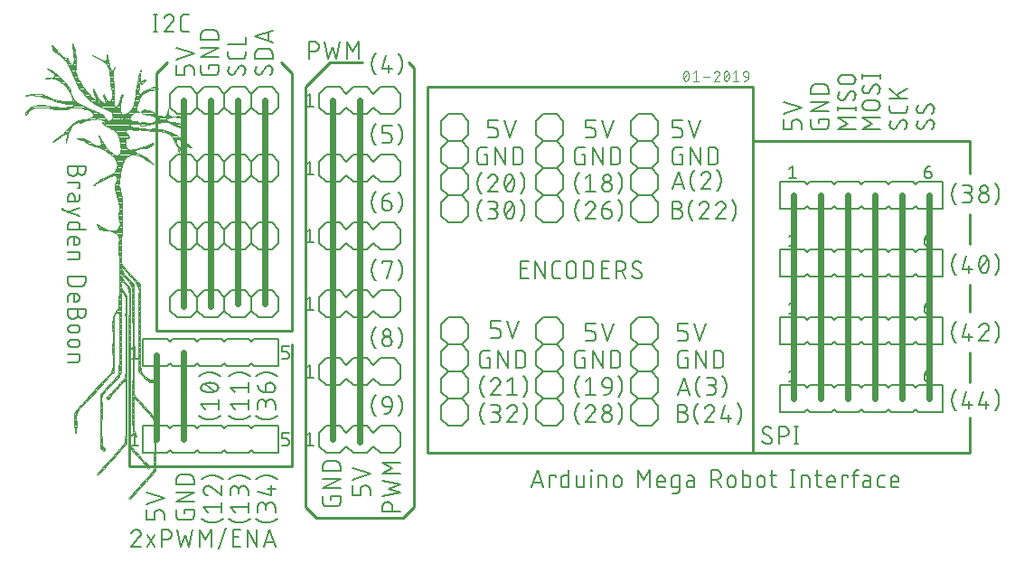
<source format=gto>
G75*
%MOIN*%
%OFA0B0*%
%FSLAX25Y25*%
%IPPOS*%
%LPD*%
%AMOC8*
5,1,8,0,0,1.08239X$1,22.5*
%
%ADD10C,0.01000*%
%ADD11C,0.00600*%
%ADD12C,0.02400*%
%ADD13C,0.00300*%
%ADD14C,0.00500*%
%ADD15C,0.00394*%
D10*
X0061250Y0044200D02*
X0061250Y0089200D01*
X0071250Y0094200D02*
X0121250Y0094200D01*
X0121250Y0189200D01*
X0117250Y0193200D01*
X0126250Y0184200D02*
X0126250Y0029200D01*
X0130250Y0025200D01*
X0162250Y0025200D01*
X0166250Y0029200D01*
X0166250Y0191200D01*
X0164250Y0193200D01*
X0171250Y0184200D02*
X0291250Y0184200D01*
X0291250Y0164200D01*
X0291250Y0049200D01*
X0371250Y0049200D01*
X0371250Y0062200D01*
X0371250Y0075200D02*
X0371250Y0086200D01*
X0371250Y0101200D02*
X0371250Y0111200D01*
X0371250Y0126200D02*
X0371250Y0137200D01*
X0371250Y0152200D02*
X0371250Y0164200D01*
X0291250Y0164200D01*
X0171250Y0184200D02*
X0171250Y0049200D01*
X0291250Y0049200D01*
X0121250Y0044200D02*
X0061250Y0044200D01*
X0121250Y0044200D02*
X0121250Y0089200D01*
X0071250Y0094200D02*
X0071250Y0189200D01*
X0075250Y0193200D01*
X0126250Y0184200D02*
X0135250Y0193200D01*
X0147250Y0193200D01*
D11*
X0065362Y0014500D02*
X0061807Y0014500D01*
X0064829Y0018056D01*
X0063762Y0020900D02*
X0063673Y0020898D01*
X0063584Y0020892D01*
X0063495Y0020883D01*
X0063407Y0020869D01*
X0063320Y0020852D01*
X0063233Y0020831D01*
X0063147Y0020806D01*
X0063063Y0020778D01*
X0062980Y0020745D01*
X0062898Y0020710D01*
X0062818Y0020670D01*
X0062740Y0020628D01*
X0062663Y0020582D01*
X0062589Y0020533D01*
X0062517Y0020480D01*
X0062447Y0020425D01*
X0062380Y0020366D01*
X0062315Y0020305D01*
X0062253Y0020241D01*
X0062194Y0020174D01*
X0062138Y0020105D01*
X0062085Y0020033D01*
X0062035Y0019959D01*
X0061988Y0019883D01*
X0061945Y0019806D01*
X0061905Y0019726D01*
X0061868Y0019645D01*
X0061835Y0019562D01*
X0061806Y0019477D01*
X0064830Y0018055D02*
X0064887Y0018113D01*
X0064943Y0018174D01*
X0064995Y0018237D01*
X0065044Y0018302D01*
X0065090Y0018370D01*
X0065132Y0018440D01*
X0065172Y0018512D01*
X0065207Y0018585D01*
X0065240Y0018661D01*
X0065268Y0018737D01*
X0065293Y0018815D01*
X0065314Y0018894D01*
X0065332Y0018974D01*
X0065345Y0019055D01*
X0065355Y0019136D01*
X0065361Y0019218D01*
X0065363Y0019300D01*
X0065362Y0019300D02*
X0065360Y0019379D01*
X0065354Y0019457D01*
X0065345Y0019535D01*
X0065331Y0019612D01*
X0065314Y0019689D01*
X0065293Y0019764D01*
X0065268Y0019839D01*
X0065240Y0019912D01*
X0065208Y0019984D01*
X0065173Y0020054D01*
X0065134Y0020123D01*
X0065092Y0020189D01*
X0065047Y0020253D01*
X0064999Y0020315D01*
X0064948Y0020374D01*
X0064893Y0020431D01*
X0064836Y0020486D01*
X0064777Y0020537D01*
X0064715Y0020585D01*
X0064651Y0020630D01*
X0064585Y0020672D01*
X0064516Y0020711D01*
X0064446Y0020746D01*
X0064374Y0020778D01*
X0064301Y0020806D01*
X0064226Y0020831D01*
X0064151Y0020852D01*
X0064074Y0020869D01*
X0063997Y0020883D01*
X0063919Y0020892D01*
X0063841Y0020898D01*
X0063762Y0020900D01*
X0067701Y0018767D02*
X0070545Y0014500D01*
X0073172Y0014500D02*
X0073172Y0020900D01*
X0074950Y0020900D01*
X0075033Y0020898D01*
X0075116Y0020892D01*
X0075199Y0020882D01*
X0075282Y0020869D01*
X0075363Y0020851D01*
X0075444Y0020830D01*
X0075523Y0020805D01*
X0075601Y0020776D01*
X0075678Y0020744D01*
X0075753Y0020708D01*
X0075827Y0020669D01*
X0075898Y0020626D01*
X0075968Y0020580D01*
X0076035Y0020530D01*
X0076100Y0020478D01*
X0076162Y0020423D01*
X0076222Y0020364D01*
X0076279Y0020303D01*
X0076333Y0020240D01*
X0076384Y0020174D01*
X0076431Y0020105D01*
X0076476Y0020035D01*
X0076517Y0019962D01*
X0076554Y0019888D01*
X0076589Y0019812D01*
X0076619Y0019734D01*
X0076646Y0019656D01*
X0076669Y0019575D01*
X0076689Y0019494D01*
X0076704Y0019412D01*
X0076716Y0019330D01*
X0076724Y0019247D01*
X0076728Y0019164D01*
X0076728Y0019080D01*
X0076724Y0018997D01*
X0076716Y0018914D01*
X0076704Y0018832D01*
X0076689Y0018750D01*
X0076669Y0018669D01*
X0076646Y0018588D01*
X0076619Y0018510D01*
X0076589Y0018432D01*
X0076554Y0018356D01*
X0076517Y0018282D01*
X0076476Y0018209D01*
X0076431Y0018139D01*
X0076384Y0018070D01*
X0076333Y0018004D01*
X0076279Y0017941D01*
X0076222Y0017880D01*
X0076162Y0017821D01*
X0076100Y0017766D01*
X0076035Y0017714D01*
X0075968Y0017664D01*
X0075898Y0017618D01*
X0075827Y0017575D01*
X0075753Y0017536D01*
X0075678Y0017500D01*
X0075601Y0017468D01*
X0075523Y0017439D01*
X0075444Y0017414D01*
X0075363Y0017393D01*
X0075282Y0017375D01*
X0075199Y0017362D01*
X0075116Y0017352D01*
X0075033Y0017346D01*
X0074950Y0017344D01*
X0073172Y0017344D01*
X0070545Y0018767D02*
X0067701Y0014500D01*
X0080214Y0014500D02*
X0078792Y0020900D01*
X0081636Y0018767D02*
X0083058Y0014500D01*
X0084481Y0020900D01*
X0087093Y0020900D02*
X0089226Y0017344D01*
X0091360Y0020900D01*
X0091360Y0014500D01*
X0093958Y0013789D02*
X0096802Y0021611D01*
X0099358Y0020900D02*
X0102202Y0020900D01*
X0104680Y0020900D02*
X0108235Y0014500D01*
X0108235Y0020900D01*
X0104680Y0020900D02*
X0104680Y0014500D01*
X0102202Y0014500D02*
X0099358Y0014500D01*
X0099358Y0020900D01*
X0099358Y0018056D02*
X0101491Y0018056D01*
X0110683Y0014500D02*
X0112817Y0020900D01*
X0114950Y0014500D01*
X0114417Y0016100D02*
X0111217Y0016100D01*
X0108550Y0027342D02*
X0108550Y0029475D01*
X0108552Y0029549D01*
X0108558Y0029624D01*
X0108568Y0029697D01*
X0108581Y0029771D01*
X0108598Y0029843D01*
X0108620Y0029914D01*
X0108644Y0029985D01*
X0108673Y0030053D01*
X0108705Y0030121D01*
X0108741Y0030186D01*
X0108779Y0030249D01*
X0108822Y0030311D01*
X0108867Y0030370D01*
X0108915Y0030427D01*
X0108966Y0030481D01*
X0109020Y0030532D01*
X0109077Y0030580D01*
X0109136Y0030625D01*
X0109198Y0030668D01*
X0109261Y0030706D01*
X0109326Y0030742D01*
X0109394Y0030774D01*
X0109462Y0030803D01*
X0109533Y0030827D01*
X0109604Y0030849D01*
X0109676Y0030866D01*
X0109750Y0030879D01*
X0109823Y0030889D01*
X0109898Y0030895D01*
X0109972Y0030897D01*
X0110046Y0030895D01*
X0110121Y0030889D01*
X0110194Y0030879D01*
X0110268Y0030866D01*
X0110340Y0030849D01*
X0110411Y0030827D01*
X0110482Y0030803D01*
X0110550Y0030774D01*
X0110618Y0030742D01*
X0110683Y0030706D01*
X0110746Y0030668D01*
X0110808Y0030625D01*
X0110867Y0030580D01*
X0110924Y0030532D01*
X0110978Y0030481D01*
X0111029Y0030427D01*
X0111077Y0030370D01*
X0111122Y0030311D01*
X0111165Y0030249D01*
X0111203Y0030186D01*
X0111239Y0030121D01*
X0111271Y0030053D01*
X0111300Y0029985D01*
X0111324Y0029914D01*
X0111346Y0029843D01*
X0111363Y0029771D01*
X0111376Y0029697D01*
X0111386Y0029624D01*
X0111392Y0029549D01*
X0111394Y0029475D01*
X0111394Y0028053D01*
X0111750Y0023500D02*
X0111902Y0023502D01*
X0112053Y0023508D01*
X0112205Y0023517D01*
X0112356Y0023530D01*
X0112506Y0023547D01*
X0112657Y0023568D01*
X0112806Y0023592D01*
X0112956Y0023621D01*
X0113104Y0023652D01*
X0113251Y0023688D01*
X0113398Y0023727D01*
X0113543Y0023770D01*
X0113688Y0023817D01*
X0113831Y0023867D01*
X0113973Y0023920D01*
X0114113Y0023977D01*
X0114252Y0024038D01*
X0114390Y0024102D01*
X0114526Y0024169D01*
X0114660Y0024240D01*
X0114792Y0024314D01*
X0114923Y0024392D01*
X0115051Y0024472D01*
X0115178Y0024556D01*
X0115302Y0024643D01*
X0115424Y0024733D01*
X0115544Y0024826D01*
X0115661Y0024922D01*
X0114950Y0027342D02*
X0114950Y0029120D01*
X0114948Y0029203D01*
X0114942Y0029286D01*
X0114932Y0029369D01*
X0114919Y0029452D01*
X0114901Y0029533D01*
X0114880Y0029614D01*
X0114855Y0029693D01*
X0114826Y0029771D01*
X0114794Y0029848D01*
X0114758Y0029923D01*
X0114719Y0029997D01*
X0114676Y0030068D01*
X0114630Y0030138D01*
X0114580Y0030205D01*
X0114528Y0030270D01*
X0114473Y0030332D01*
X0114414Y0030392D01*
X0114353Y0030449D01*
X0114290Y0030503D01*
X0114224Y0030554D01*
X0114155Y0030601D01*
X0114085Y0030646D01*
X0114012Y0030687D01*
X0113938Y0030724D01*
X0113862Y0030759D01*
X0113784Y0030789D01*
X0113706Y0030816D01*
X0113625Y0030839D01*
X0113544Y0030859D01*
X0113462Y0030874D01*
X0113380Y0030886D01*
X0113297Y0030894D01*
X0113214Y0030898D01*
X0113130Y0030898D01*
X0113047Y0030894D01*
X0112964Y0030886D01*
X0112882Y0030874D01*
X0112800Y0030859D01*
X0112719Y0030839D01*
X0112638Y0030816D01*
X0112560Y0030789D01*
X0112482Y0030759D01*
X0112406Y0030724D01*
X0112332Y0030687D01*
X0112259Y0030646D01*
X0112189Y0030601D01*
X0112120Y0030554D01*
X0112054Y0030503D01*
X0111991Y0030449D01*
X0111930Y0030392D01*
X0111871Y0030332D01*
X0111816Y0030270D01*
X0111764Y0030205D01*
X0111714Y0030138D01*
X0111668Y0030068D01*
X0111625Y0029997D01*
X0111586Y0029923D01*
X0111550Y0029848D01*
X0111518Y0029771D01*
X0111489Y0029693D01*
X0111464Y0029614D01*
X0111443Y0029533D01*
X0111425Y0029452D01*
X0111412Y0029369D01*
X0111402Y0029286D01*
X0111396Y0029203D01*
X0111394Y0029120D01*
X0107839Y0024922D02*
X0107956Y0024826D01*
X0108076Y0024733D01*
X0108198Y0024643D01*
X0108323Y0024556D01*
X0108449Y0024472D01*
X0108577Y0024392D01*
X0108708Y0024314D01*
X0108840Y0024240D01*
X0108974Y0024169D01*
X0109110Y0024102D01*
X0109248Y0024038D01*
X0109387Y0023977D01*
X0109527Y0023920D01*
X0109669Y0023867D01*
X0109812Y0023817D01*
X0109957Y0023770D01*
X0110102Y0023727D01*
X0110249Y0023688D01*
X0110396Y0023652D01*
X0110544Y0023621D01*
X0110694Y0023592D01*
X0110843Y0023568D01*
X0110994Y0023547D01*
X0111144Y0023530D01*
X0111295Y0023517D01*
X0111447Y0023508D01*
X0111598Y0023502D01*
X0111750Y0023500D01*
X0104950Y0027342D02*
X0104950Y0030898D01*
X0104950Y0029120D02*
X0098550Y0029120D01*
X0099972Y0027342D01*
X0101750Y0023500D02*
X0101902Y0023502D01*
X0102053Y0023508D01*
X0102205Y0023517D01*
X0102356Y0023530D01*
X0102506Y0023547D01*
X0102657Y0023568D01*
X0102806Y0023592D01*
X0102956Y0023621D01*
X0103104Y0023652D01*
X0103251Y0023688D01*
X0103398Y0023727D01*
X0103543Y0023770D01*
X0103688Y0023817D01*
X0103831Y0023867D01*
X0103973Y0023920D01*
X0104113Y0023977D01*
X0104252Y0024038D01*
X0104390Y0024102D01*
X0104526Y0024169D01*
X0104660Y0024240D01*
X0104792Y0024314D01*
X0104923Y0024392D01*
X0105051Y0024472D01*
X0105178Y0024556D01*
X0105302Y0024643D01*
X0105424Y0024733D01*
X0105544Y0024826D01*
X0105661Y0024922D01*
X0101750Y0023500D02*
X0101598Y0023502D01*
X0101447Y0023508D01*
X0101295Y0023517D01*
X0101144Y0023530D01*
X0100994Y0023547D01*
X0100843Y0023568D01*
X0100694Y0023592D01*
X0100544Y0023621D01*
X0100396Y0023652D01*
X0100249Y0023688D01*
X0100102Y0023727D01*
X0099957Y0023770D01*
X0099812Y0023817D01*
X0099669Y0023867D01*
X0099527Y0023920D01*
X0099387Y0023977D01*
X0099248Y0024038D01*
X0099110Y0024102D01*
X0098974Y0024169D01*
X0098840Y0024240D01*
X0098708Y0024314D01*
X0098577Y0024392D01*
X0098449Y0024472D01*
X0098323Y0024556D01*
X0098198Y0024643D01*
X0098076Y0024733D01*
X0097956Y0024826D01*
X0097839Y0024922D01*
X0094950Y0027342D02*
X0094950Y0030898D01*
X0094950Y0029120D02*
X0088550Y0029120D01*
X0089972Y0027342D01*
X0091750Y0023500D02*
X0091902Y0023502D01*
X0092053Y0023508D01*
X0092205Y0023517D01*
X0092356Y0023530D01*
X0092506Y0023547D01*
X0092657Y0023568D01*
X0092806Y0023592D01*
X0092956Y0023621D01*
X0093104Y0023652D01*
X0093251Y0023688D01*
X0093398Y0023727D01*
X0093543Y0023770D01*
X0093688Y0023817D01*
X0093831Y0023867D01*
X0093973Y0023920D01*
X0094113Y0023977D01*
X0094252Y0024038D01*
X0094390Y0024102D01*
X0094526Y0024169D01*
X0094660Y0024240D01*
X0094792Y0024314D01*
X0094923Y0024392D01*
X0095051Y0024472D01*
X0095178Y0024556D01*
X0095302Y0024643D01*
X0095424Y0024733D01*
X0095544Y0024826D01*
X0095661Y0024922D01*
X0091750Y0023500D02*
X0091598Y0023502D01*
X0091447Y0023508D01*
X0091295Y0023517D01*
X0091144Y0023530D01*
X0090994Y0023547D01*
X0090843Y0023568D01*
X0090694Y0023592D01*
X0090544Y0023621D01*
X0090396Y0023652D01*
X0090249Y0023688D01*
X0090102Y0023727D01*
X0089957Y0023770D01*
X0089812Y0023817D01*
X0089669Y0023867D01*
X0089527Y0023920D01*
X0089387Y0023977D01*
X0089248Y0024038D01*
X0089110Y0024102D01*
X0088974Y0024169D01*
X0088840Y0024240D01*
X0088708Y0024314D01*
X0088577Y0024392D01*
X0088449Y0024472D01*
X0088323Y0024556D01*
X0088198Y0024643D01*
X0088076Y0024733D01*
X0087956Y0024826D01*
X0087839Y0024922D01*
X0084950Y0025922D02*
X0084950Y0028056D01*
X0081394Y0028056D01*
X0081394Y0026989D01*
X0079972Y0024500D02*
X0079898Y0024502D01*
X0079823Y0024508D01*
X0079750Y0024518D01*
X0079676Y0024531D01*
X0079604Y0024548D01*
X0079533Y0024570D01*
X0079462Y0024594D01*
X0079394Y0024623D01*
X0079326Y0024655D01*
X0079261Y0024691D01*
X0079198Y0024729D01*
X0079136Y0024772D01*
X0079077Y0024817D01*
X0079021Y0024865D01*
X0078967Y0024916D01*
X0078915Y0024970D01*
X0078867Y0025027D01*
X0078822Y0025086D01*
X0078779Y0025148D01*
X0078741Y0025211D01*
X0078705Y0025276D01*
X0078673Y0025344D01*
X0078644Y0025412D01*
X0078620Y0025483D01*
X0078598Y0025554D01*
X0078581Y0025626D01*
X0078568Y0025700D01*
X0078558Y0025773D01*
X0078552Y0025848D01*
X0078550Y0025922D01*
X0078550Y0028056D01*
X0078550Y0031064D02*
X0084950Y0034620D01*
X0078550Y0034620D01*
X0078550Y0037629D02*
X0078550Y0039406D01*
X0078550Y0037629D02*
X0084950Y0037629D01*
X0084950Y0039406D01*
X0084948Y0039488D01*
X0084942Y0039570D01*
X0084933Y0039652D01*
X0084920Y0039733D01*
X0084903Y0039813D01*
X0084882Y0039893D01*
X0084858Y0039971D01*
X0084830Y0040048D01*
X0084799Y0040124D01*
X0084764Y0040199D01*
X0084725Y0040271D01*
X0084684Y0040342D01*
X0084639Y0040411D01*
X0084591Y0040477D01*
X0084540Y0040542D01*
X0084486Y0040604D01*
X0084429Y0040663D01*
X0084370Y0040720D01*
X0084308Y0040774D01*
X0084243Y0040825D01*
X0084177Y0040873D01*
X0084108Y0040918D01*
X0084037Y0040959D01*
X0083965Y0040998D01*
X0083890Y0041033D01*
X0083814Y0041064D01*
X0083737Y0041092D01*
X0083659Y0041116D01*
X0083579Y0041137D01*
X0083499Y0041154D01*
X0083418Y0041167D01*
X0083336Y0041176D01*
X0083254Y0041182D01*
X0083172Y0041184D01*
X0080328Y0041184D01*
X0080246Y0041182D01*
X0080164Y0041176D01*
X0080082Y0041167D01*
X0080001Y0041154D01*
X0079921Y0041137D01*
X0079841Y0041116D01*
X0079763Y0041092D01*
X0079686Y0041064D01*
X0079610Y0041033D01*
X0079535Y0040998D01*
X0079463Y0040959D01*
X0079392Y0040918D01*
X0079323Y0040873D01*
X0079257Y0040825D01*
X0079192Y0040774D01*
X0079130Y0040720D01*
X0079071Y0040663D01*
X0079014Y0040604D01*
X0078960Y0040542D01*
X0078909Y0040477D01*
X0078861Y0040411D01*
X0078816Y0040342D01*
X0078775Y0040271D01*
X0078736Y0040199D01*
X0078701Y0040124D01*
X0078670Y0040048D01*
X0078642Y0039971D01*
X0078618Y0039893D01*
X0078597Y0039813D01*
X0078580Y0039733D01*
X0078567Y0039652D01*
X0078558Y0039570D01*
X0078552Y0039488D01*
X0078550Y0039406D01*
X0073950Y0032432D02*
X0067550Y0034565D01*
X0067550Y0030298D02*
X0073950Y0032432D01*
X0078550Y0031064D02*
X0084950Y0031064D01*
X0084950Y0025922D02*
X0084948Y0025848D01*
X0084942Y0025773D01*
X0084932Y0025700D01*
X0084919Y0025626D01*
X0084902Y0025554D01*
X0084880Y0025483D01*
X0084856Y0025412D01*
X0084827Y0025344D01*
X0084795Y0025276D01*
X0084759Y0025211D01*
X0084721Y0025148D01*
X0084678Y0025086D01*
X0084633Y0025027D01*
X0084585Y0024970D01*
X0084534Y0024916D01*
X0084480Y0024865D01*
X0084423Y0024817D01*
X0084364Y0024772D01*
X0084302Y0024729D01*
X0084239Y0024691D01*
X0084174Y0024655D01*
X0084106Y0024623D01*
X0084038Y0024594D01*
X0083967Y0024570D01*
X0083896Y0024548D01*
X0083824Y0024531D01*
X0083750Y0024518D01*
X0083677Y0024508D01*
X0083602Y0024502D01*
X0083528Y0024500D01*
X0079972Y0024500D01*
X0073950Y0024500D02*
X0073950Y0026633D01*
X0073948Y0026707D01*
X0073942Y0026782D01*
X0073932Y0026855D01*
X0073919Y0026929D01*
X0073902Y0027001D01*
X0073880Y0027072D01*
X0073856Y0027143D01*
X0073827Y0027211D01*
X0073795Y0027279D01*
X0073759Y0027344D01*
X0073721Y0027407D01*
X0073678Y0027469D01*
X0073633Y0027528D01*
X0073585Y0027585D01*
X0073534Y0027639D01*
X0073480Y0027690D01*
X0073423Y0027738D01*
X0073364Y0027783D01*
X0073302Y0027826D01*
X0073239Y0027864D01*
X0073174Y0027900D01*
X0073106Y0027932D01*
X0073038Y0027961D01*
X0072967Y0027985D01*
X0072896Y0028007D01*
X0072824Y0028024D01*
X0072750Y0028037D01*
X0072677Y0028047D01*
X0072602Y0028053D01*
X0072528Y0028055D01*
X0072528Y0028056D02*
X0071817Y0028056D01*
X0071817Y0028055D02*
X0071743Y0028053D01*
X0071668Y0028047D01*
X0071595Y0028037D01*
X0071521Y0028024D01*
X0071449Y0028007D01*
X0071378Y0027985D01*
X0071307Y0027961D01*
X0071239Y0027932D01*
X0071171Y0027900D01*
X0071106Y0027864D01*
X0071043Y0027826D01*
X0070981Y0027783D01*
X0070922Y0027738D01*
X0070865Y0027690D01*
X0070811Y0027639D01*
X0070760Y0027585D01*
X0070712Y0027528D01*
X0070667Y0027469D01*
X0070624Y0027407D01*
X0070586Y0027344D01*
X0070550Y0027279D01*
X0070518Y0027211D01*
X0070489Y0027143D01*
X0070465Y0027072D01*
X0070443Y0027001D01*
X0070426Y0026929D01*
X0070413Y0026855D01*
X0070403Y0026782D01*
X0070397Y0026707D01*
X0070395Y0026633D01*
X0070394Y0026633D02*
X0070394Y0024500D01*
X0067550Y0024500D01*
X0067550Y0028056D01*
X0081636Y0018767D02*
X0080214Y0014500D01*
X0087093Y0014500D02*
X0087093Y0020900D01*
X0094950Y0033496D02*
X0094950Y0037052D01*
X0094950Y0033496D02*
X0091394Y0036518D01*
X0088550Y0035452D02*
X0088552Y0035363D01*
X0088558Y0035274D01*
X0088567Y0035185D01*
X0088581Y0035097D01*
X0088598Y0035010D01*
X0088619Y0034923D01*
X0088644Y0034837D01*
X0088672Y0034753D01*
X0088705Y0034670D01*
X0088740Y0034588D01*
X0088780Y0034508D01*
X0088822Y0034430D01*
X0088868Y0034353D01*
X0088917Y0034279D01*
X0088970Y0034207D01*
X0089025Y0034137D01*
X0089084Y0034070D01*
X0089145Y0034005D01*
X0089209Y0033943D01*
X0089276Y0033884D01*
X0089345Y0033828D01*
X0089417Y0033775D01*
X0089491Y0033725D01*
X0089567Y0033678D01*
X0089644Y0033635D01*
X0089724Y0033595D01*
X0089805Y0033558D01*
X0089888Y0033525D01*
X0089973Y0033496D01*
X0091395Y0036519D02*
X0091337Y0036576D01*
X0091276Y0036632D01*
X0091213Y0036684D01*
X0091148Y0036733D01*
X0091080Y0036779D01*
X0091010Y0036821D01*
X0090938Y0036861D01*
X0090865Y0036896D01*
X0090789Y0036929D01*
X0090713Y0036957D01*
X0090635Y0036982D01*
X0090556Y0037003D01*
X0090476Y0037021D01*
X0090395Y0037034D01*
X0090314Y0037044D01*
X0090232Y0037050D01*
X0090150Y0037052D01*
X0090071Y0037050D01*
X0089993Y0037044D01*
X0089915Y0037035D01*
X0089838Y0037021D01*
X0089761Y0037004D01*
X0089686Y0036983D01*
X0089611Y0036958D01*
X0089538Y0036930D01*
X0089466Y0036898D01*
X0089396Y0036863D01*
X0089327Y0036824D01*
X0089261Y0036782D01*
X0089197Y0036737D01*
X0089135Y0036689D01*
X0089076Y0036638D01*
X0089019Y0036583D01*
X0088964Y0036526D01*
X0088913Y0036467D01*
X0088865Y0036405D01*
X0088820Y0036341D01*
X0088778Y0036275D01*
X0088739Y0036206D01*
X0088704Y0036136D01*
X0088672Y0036064D01*
X0088644Y0035991D01*
X0088619Y0035916D01*
X0088598Y0035841D01*
X0088581Y0035764D01*
X0088567Y0035687D01*
X0088558Y0035609D01*
X0088552Y0035531D01*
X0088550Y0035452D01*
X0087839Y0039472D02*
X0087956Y0039568D01*
X0088076Y0039661D01*
X0088198Y0039751D01*
X0088323Y0039838D01*
X0088449Y0039922D01*
X0088577Y0040002D01*
X0088708Y0040080D01*
X0088840Y0040154D01*
X0088974Y0040225D01*
X0089110Y0040292D01*
X0089248Y0040356D01*
X0089387Y0040417D01*
X0089527Y0040474D01*
X0089669Y0040527D01*
X0089812Y0040577D01*
X0089957Y0040624D01*
X0090102Y0040667D01*
X0090249Y0040706D01*
X0090396Y0040742D01*
X0090544Y0040773D01*
X0090694Y0040802D01*
X0090843Y0040826D01*
X0090994Y0040847D01*
X0091144Y0040864D01*
X0091295Y0040877D01*
X0091447Y0040886D01*
X0091598Y0040892D01*
X0091750Y0040894D01*
X0091902Y0040892D01*
X0092053Y0040886D01*
X0092205Y0040877D01*
X0092356Y0040864D01*
X0092506Y0040847D01*
X0092657Y0040826D01*
X0092806Y0040802D01*
X0092956Y0040773D01*
X0093104Y0040742D01*
X0093251Y0040706D01*
X0093398Y0040667D01*
X0093543Y0040624D01*
X0093688Y0040577D01*
X0093831Y0040527D01*
X0093973Y0040474D01*
X0094113Y0040417D01*
X0094252Y0040356D01*
X0094390Y0040292D01*
X0094526Y0040225D01*
X0094660Y0040154D01*
X0094792Y0040080D01*
X0094923Y0040002D01*
X0095051Y0039922D01*
X0095178Y0039838D01*
X0095302Y0039751D01*
X0095424Y0039661D01*
X0095544Y0039568D01*
X0095661Y0039472D01*
X0098550Y0035629D02*
X0098550Y0033496D01*
X0098550Y0035629D02*
X0098552Y0035703D01*
X0098558Y0035778D01*
X0098568Y0035851D01*
X0098581Y0035925D01*
X0098598Y0035997D01*
X0098620Y0036068D01*
X0098644Y0036139D01*
X0098673Y0036207D01*
X0098705Y0036275D01*
X0098741Y0036340D01*
X0098779Y0036403D01*
X0098822Y0036465D01*
X0098867Y0036524D01*
X0098915Y0036581D01*
X0098966Y0036635D01*
X0099020Y0036686D01*
X0099077Y0036734D01*
X0099136Y0036779D01*
X0099198Y0036822D01*
X0099261Y0036860D01*
X0099326Y0036896D01*
X0099394Y0036928D01*
X0099462Y0036957D01*
X0099533Y0036981D01*
X0099604Y0037003D01*
X0099676Y0037020D01*
X0099750Y0037033D01*
X0099823Y0037043D01*
X0099898Y0037049D01*
X0099972Y0037051D01*
X0100046Y0037049D01*
X0100121Y0037043D01*
X0100194Y0037033D01*
X0100268Y0037020D01*
X0100340Y0037003D01*
X0100411Y0036981D01*
X0100482Y0036957D01*
X0100550Y0036928D01*
X0100618Y0036896D01*
X0100683Y0036860D01*
X0100746Y0036822D01*
X0100808Y0036779D01*
X0100867Y0036734D01*
X0100924Y0036686D01*
X0100978Y0036635D01*
X0101029Y0036581D01*
X0101077Y0036524D01*
X0101122Y0036465D01*
X0101165Y0036403D01*
X0101203Y0036340D01*
X0101239Y0036275D01*
X0101271Y0036207D01*
X0101300Y0036139D01*
X0101324Y0036068D01*
X0101346Y0035997D01*
X0101363Y0035925D01*
X0101376Y0035851D01*
X0101386Y0035778D01*
X0101392Y0035703D01*
X0101394Y0035629D01*
X0101394Y0034207D01*
X0097839Y0039472D02*
X0097956Y0039568D01*
X0098076Y0039661D01*
X0098198Y0039751D01*
X0098323Y0039838D01*
X0098449Y0039922D01*
X0098577Y0040002D01*
X0098708Y0040080D01*
X0098840Y0040154D01*
X0098974Y0040225D01*
X0099110Y0040292D01*
X0099248Y0040356D01*
X0099387Y0040417D01*
X0099527Y0040474D01*
X0099669Y0040527D01*
X0099812Y0040577D01*
X0099957Y0040624D01*
X0100102Y0040667D01*
X0100249Y0040706D01*
X0100396Y0040742D01*
X0100544Y0040773D01*
X0100694Y0040802D01*
X0100843Y0040826D01*
X0100994Y0040847D01*
X0101144Y0040864D01*
X0101295Y0040877D01*
X0101447Y0040886D01*
X0101598Y0040892D01*
X0101750Y0040894D01*
X0101394Y0035274D02*
X0101396Y0035357D01*
X0101402Y0035440D01*
X0101412Y0035523D01*
X0101425Y0035606D01*
X0101443Y0035687D01*
X0101464Y0035768D01*
X0101489Y0035847D01*
X0101518Y0035925D01*
X0101550Y0036002D01*
X0101586Y0036077D01*
X0101625Y0036151D01*
X0101668Y0036222D01*
X0101714Y0036292D01*
X0101764Y0036359D01*
X0101816Y0036424D01*
X0101871Y0036486D01*
X0101930Y0036546D01*
X0101991Y0036603D01*
X0102054Y0036657D01*
X0102120Y0036708D01*
X0102189Y0036755D01*
X0102259Y0036800D01*
X0102332Y0036841D01*
X0102406Y0036878D01*
X0102482Y0036913D01*
X0102560Y0036943D01*
X0102638Y0036970D01*
X0102719Y0036993D01*
X0102800Y0037013D01*
X0102882Y0037028D01*
X0102964Y0037040D01*
X0103047Y0037048D01*
X0103130Y0037052D01*
X0103214Y0037052D01*
X0103297Y0037048D01*
X0103380Y0037040D01*
X0103462Y0037028D01*
X0103544Y0037013D01*
X0103625Y0036993D01*
X0103706Y0036970D01*
X0103784Y0036943D01*
X0103862Y0036913D01*
X0103938Y0036878D01*
X0104012Y0036841D01*
X0104085Y0036800D01*
X0104155Y0036755D01*
X0104224Y0036708D01*
X0104290Y0036657D01*
X0104353Y0036603D01*
X0104414Y0036546D01*
X0104473Y0036486D01*
X0104528Y0036424D01*
X0104580Y0036359D01*
X0104630Y0036292D01*
X0104676Y0036222D01*
X0104719Y0036151D01*
X0104758Y0036077D01*
X0104794Y0036002D01*
X0104826Y0035925D01*
X0104855Y0035847D01*
X0104880Y0035768D01*
X0104901Y0035687D01*
X0104919Y0035606D01*
X0104932Y0035523D01*
X0104942Y0035440D01*
X0104948Y0035357D01*
X0104950Y0035274D01*
X0104950Y0033496D01*
X0105661Y0039472D02*
X0105544Y0039568D01*
X0105424Y0039661D01*
X0105302Y0039751D01*
X0105178Y0039838D01*
X0105051Y0039922D01*
X0104923Y0040002D01*
X0104792Y0040080D01*
X0104660Y0040154D01*
X0104526Y0040225D01*
X0104390Y0040292D01*
X0104252Y0040356D01*
X0104113Y0040417D01*
X0103973Y0040474D01*
X0103831Y0040527D01*
X0103688Y0040577D01*
X0103543Y0040624D01*
X0103398Y0040667D01*
X0103251Y0040706D01*
X0103104Y0040742D01*
X0102956Y0040773D01*
X0102806Y0040802D01*
X0102657Y0040826D01*
X0102506Y0040847D01*
X0102356Y0040864D01*
X0102205Y0040877D01*
X0102053Y0040886D01*
X0101902Y0040892D01*
X0101750Y0040894D01*
X0108550Y0034918D02*
X0113528Y0033496D01*
X0113528Y0037052D01*
X0112106Y0035985D02*
X0114950Y0035985D01*
X0115661Y0039472D02*
X0115544Y0039568D01*
X0115424Y0039661D01*
X0115302Y0039751D01*
X0115178Y0039838D01*
X0115051Y0039922D01*
X0114923Y0040002D01*
X0114792Y0040080D01*
X0114660Y0040154D01*
X0114526Y0040225D01*
X0114390Y0040292D01*
X0114252Y0040356D01*
X0114113Y0040417D01*
X0113973Y0040474D01*
X0113831Y0040527D01*
X0113688Y0040577D01*
X0113543Y0040624D01*
X0113398Y0040667D01*
X0113251Y0040706D01*
X0113104Y0040742D01*
X0112956Y0040773D01*
X0112806Y0040802D01*
X0112657Y0040826D01*
X0112506Y0040847D01*
X0112356Y0040864D01*
X0112205Y0040877D01*
X0112053Y0040886D01*
X0111902Y0040892D01*
X0111750Y0040894D01*
X0111598Y0040892D01*
X0111447Y0040886D01*
X0111295Y0040877D01*
X0111144Y0040864D01*
X0110994Y0040847D01*
X0110843Y0040826D01*
X0110694Y0040802D01*
X0110544Y0040773D01*
X0110396Y0040742D01*
X0110249Y0040706D01*
X0110102Y0040667D01*
X0109957Y0040624D01*
X0109812Y0040577D01*
X0109669Y0040527D01*
X0109527Y0040474D01*
X0109387Y0040417D01*
X0109248Y0040356D01*
X0109110Y0040292D01*
X0108974Y0040225D01*
X0108840Y0040154D01*
X0108708Y0040080D01*
X0108577Y0040002D01*
X0108449Y0039922D01*
X0108323Y0039838D01*
X0108198Y0039751D01*
X0108076Y0039661D01*
X0107956Y0039568D01*
X0107839Y0039472D01*
X0107250Y0049200D02*
X0106250Y0050200D01*
X0105250Y0049200D01*
X0097250Y0049200D01*
X0096250Y0050200D01*
X0095250Y0049200D01*
X0087250Y0049200D01*
X0086250Y0050200D01*
X0085250Y0049200D01*
X0077250Y0049200D01*
X0076250Y0050200D01*
X0075250Y0049200D01*
X0066250Y0049200D01*
X0066250Y0059200D01*
X0075250Y0059200D01*
X0076250Y0058200D01*
X0077250Y0059200D01*
X0085250Y0059200D01*
X0086250Y0058200D01*
X0087250Y0059200D01*
X0095250Y0059200D01*
X0096250Y0058200D01*
X0097250Y0059200D01*
X0105250Y0059200D01*
X0106250Y0058200D01*
X0107250Y0059200D01*
X0116250Y0059200D01*
X0116250Y0049200D01*
X0107250Y0049200D01*
X0131250Y0051700D02*
X0133750Y0049200D01*
X0138750Y0049200D01*
X0141250Y0051700D01*
X0143750Y0049200D01*
X0148750Y0049200D01*
X0151250Y0051700D01*
X0153750Y0049200D01*
X0158750Y0049200D01*
X0161250Y0051700D01*
X0161250Y0056700D01*
X0158750Y0059200D01*
X0153750Y0059200D01*
X0151250Y0056700D01*
X0148750Y0059200D01*
X0143750Y0059200D01*
X0141250Y0056700D01*
X0138750Y0059200D01*
X0133750Y0059200D01*
X0131250Y0056700D01*
X0131250Y0051700D01*
X0134328Y0046184D02*
X0137172Y0046184D01*
X0137254Y0046182D01*
X0137336Y0046176D01*
X0137418Y0046167D01*
X0137499Y0046154D01*
X0137579Y0046137D01*
X0137659Y0046116D01*
X0137737Y0046092D01*
X0137814Y0046064D01*
X0137890Y0046033D01*
X0137965Y0045998D01*
X0138037Y0045959D01*
X0138108Y0045918D01*
X0138177Y0045873D01*
X0138243Y0045825D01*
X0138308Y0045774D01*
X0138370Y0045720D01*
X0138429Y0045663D01*
X0138486Y0045604D01*
X0138540Y0045542D01*
X0138591Y0045477D01*
X0138639Y0045411D01*
X0138684Y0045342D01*
X0138725Y0045271D01*
X0138764Y0045199D01*
X0138799Y0045124D01*
X0138830Y0045048D01*
X0138858Y0044971D01*
X0138882Y0044893D01*
X0138903Y0044813D01*
X0138920Y0044733D01*
X0138933Y0044652D01*
X0138942Y0044570D01*
X0138948Y0044488D01*
X0138950Y0044406D01*
X0138950Y0042629D01*
X0132550Y0042629D01*
X0132550Y0044406D01*
X0132552Y0044488D01*
X0132558Y0044570D01*
X0132567Y0044652D01*
X0132580Y0044733D01*
X0132597Y0044813D01*
X0132618Y0044893D01*
X0132642Y0044971D01*
X0132670Y0045048D01*
X0132701Y0045124D01*
X0132736Y0045199D01*
X0132775Y0045271D01*
X0132816Y0045342D01*
X0132861Y0045411D01*
X0132909Y0045477D01*
X0132960Y0045542D01*
X0133014Y0045604D01*
X0133071Y0045663D01*
X0133130Y0045720D01*
X0133192Y0045774D01*
X0133257Y0045825D01*
X0133323Y0045873D01*
X0133392Y0045918D01*
X0133463Y0045959D01*
X0133535Y0045998D01*
X0133610Y0046033D01*
X0133686Y0046064D01*
X0133763Y0046092D01*
X0133841Y0046116D01*
X0133921Y0046137D01*
X0134001Y0046154D01*
X0134082Y0046167D01*
X0134164Y0046176D01*
X0134246Y0046182D01*
X0134328Y0046184D01*
X0143550Y0043565D02*
X0149950Y0041432D01*
X0143550Y0039298D01*
X0143550Y0037056D02*
X0143550Y0033500D01*
X0146394Y0033500D01*
X0146394Y0035633D01*
X0146395Y0035633D02*
X0146397Y0035707D01*
X0146403Y0035782D01*
X0146413Y0035855D01*
X0146426Y0035929D01*
X0146443Y0036001D01*
X0146465Y0036072D01*
X0146489Y0036143D01*
X0146518Y0036211D01*
X0146550Y0036279D01*
X0146586Y0036344D01*
X0146624Y0036407D01*
X0146667Y0036469D01*
X0146712Y0036528D01*
X0146760Y0036585D01*
X0146811Y0036639D01*
X0146865Y0036690D01*
X0146922Y0036738D01*
X0146981Y0036783D01*
X0147043Y0036826D01*
X0147106Y0036864D01*
X0147171Y0036900D01*
X0147239Y0036932D01*
X0147307Y0036961D01*
X0147378Y0036985D01*
X0147449Y0037007D01*
X0147521Y0037024D01*
X0147595Y0037037D01*
X0147668Y0037047D01*
X0147743Y0037053D01*
X0147817Y0037055D01*
X0147817Y0037056D02*
X0148528Y0037056D01*
X0148528Y0037055D02*
X0148602Y0037053D01*
X0148677Y0037047D01*
X0148750Y0037037D01*
X0148824Y0037024D01*
X0148896Y0037007D01*
X0148967Y0036985D01*
X0149038Y0036961D01*
X0149106Y0036932D01*
X0149174Y0036900D01*
X0149239Y0036864D01*
X0149302Y0036826D01*
X0149364Y0036783D01*
X0149423Y0036738D01*
X0149480Y0036690D01*
X0149534Y0036639D01*
X0149585Y0036585D01*
X0149633Y0036528D01*
X0149678Y0036469D01*
X0149721Y0036407D01*
X0149759Y0036344D01*
X0149795Y0036279D01*
X0149827Y0036211D01*
X0149856Y0036143D01*
X0149880Y0036072D01*
X0149902Y0036001D01*
X0149919Y0035929D01*
X0149932Y0035855D01*
X0149942Y0035782D01*
X0149948Y0035707D01*
X0149950Y0035633D01*
X0149950Y0033500D01*
X0154550Y0033120D02*
X0160950Y0034542D01*
X0156683Y0035964D01*
X0160950Y0037386D01*
X0154550Y0038809D01*
X0154550Y0041421D02*
X0158106Y0043554D01*
X0154550Y0045687D01*
X0160950Y0045687D01*
X0160950Y0041421D02*
X0154550Y0041421D01*
X0138950Y0039620D02*
X0132550Y0039620D01*
X0132550Y0036064D02*
X0138950Y0039620D01*
X0138950Y0036064D02*
X0132550Y0036064D01*
X0132550Y0033056D02*
X0132550Y0030922D01*
X0132552Y0030848D01*
X0132558Y0030773D01*
X0132568Y0030700D01*
X0132581Y0030626D01*
X0132598Y0030554D01*
X0132620Y0030483D01*
X0132644Y0030412D01*
X0132673Y0030344D01*
X0132705Y0030276D01*
X0132741Y0030211D01*
X0132779Y0030148D01*
X0132822Y0030086D01*
X0132867Y0030027D01*
X0132915Y0029970D01*
X0132967Y0029916D01*
X0133021Y0029865D01*
X0133077Y0029817D01*
X0133136Y0029772D01*
X0133198Y0029729D01*
X0133261Y0029691D01*
X0133326Y0029655D01*
X0133394Y0029623D01*
X0133462Y0029594D01*
X0133533Y0029570D01*
X0133604Y0029548D01*
X0133676Y0029531D01*
X0133750Y0029518D01*
X0133823Y0029508D01*
X0133898Y0029502D01*
X0133972Y0029500D01*
X0137528Y0029500D01*
X0137602Y0029502D01*
X0137677Y0029508D01*
X0137750Y0029518D01*
X0137824Y0029531D01*
X0137896Y0029548D01*
X0137967Y0029570D01*
X0138038Y0029594D01*
X0138106Y0029623D01*
X0138174Y0029655D01*
X0138239Y0029691D01*
X0138302Y0029729D01*
X0138364Y0029772D01*
X0138423Y0029817D01*
X0138480Y0029865D01*
X0138534Y0029916D01*
X0138585Y0029970D01*
X0138633Y0030027D01*
X0138678Y0030086D01*
X0138721Y0030148D01*
X0138759Y0030211D01*
X0138795Y0030276D01*
X0138827Y0030344D01*
X0138856Y0030412D01*
X0138880Y0030483D01*
X0138902Y0030554D01*
X0138919Y0030626D01*
X0138932Y0030700D01*
X0138942Y0030773D01*
X0138948Y0030848D01*
X0138950Y0030922D01*
X0138950Y0033056D01*
X0135394Y0033056D01*
X0135394Y0031989D01*
X0154550Y0029278D02*
X0154550Y0027500D01*
X0160950Y0027500D01*
X0158106Y0027500D02*
X0158106Y0029278D01*
X0158104Y0029361D01*
X0158098Y0029444D01*
X0158088Y0029527D01*
X0158075Y0029610D01*
X0158057Y0029691D01*
X0158036Y0029772D01*
X0158011Y0029851D01*
X0157982Y0029929D01*
X0157950Y0030006D01*
X0157914Y0030081D01*
X0157875Y0030155D01*
X0157832Y0030226D01*
X0157786Y0030296D01*
X0157736Y0030363D01*
X0157684Y0030428D01*
X0157629Y0030490D01*
X0157570Y0030550D01*
X0157509Y0030607D01*
X0157446Y0030661D01*
X0157380Y0030712D01*
X0157311Y0030759D01*
X0157241Y0030804D01*
X0157168Y0030845D01*
X0157094Y0030882D01*
X0157018Y0030917D01*
X0156940Y0030947D01*
X0156862Y0030974D01*
X0156781Y0030997D01*
X0156700Y0031017D01*
X0156618Y0031032D01*
X0156536Y0031044D01*
X0156453Y0031052D01*
X0156370Y0031056D01*
X0156286Y0031056D01*
X0156203Y0031052D01*
X0156120Y0031044D01*
X0156038Y0031032D01*
X0155956Y0031017D01*
X0155875Y0030997D01*
X0155794Y0030974D01*
X0155716Y0030947D01*
X0155638Y0030917D01*
X0155562Y0030882D01*
X0155488Y0030845D01*
X0155415Y0030804D01*
X0155345Y0030759D01*
X0155276Y0030712D01*
X0155210Y0030661D01*
X0155147Y0030607D01*
X0155086Y0030550D01*
X0155027Y0030490D01*
X0154972Y0030428D01*
X0154920Y0030363D01*
X0154870Y0030296D01*
X0154824Y0030226D01*
X0154781Y0030155D01*
X0154742Y0030081D01*
X0154706Y0030006D01*
X0154674Y0029929D01*
X0154645Y0029851D01*
X0154620Y0029772D01*
X0154599Y0029691D01*
X0154581Y0029610D01*
X0154568Y0029527D01*
X0154558Y0029444D01*
X0154552Y0029361D01*
X0154550Y0029278D01*
X0178750Y0059200D02*
X0176250Y0061700D01*
X0176250Y0066700D01*
X0178750Y0069200D01*
X0176250Y0071700D01*
X0176250Y0076700D01*
X0178750Y0079200D01*
X0176250Y0081700D01*
X0176250Y0086700D01*
X0178750Y0089200D01*
X0176250Y0091700D01*
X0176250Y0096700D01*
X0178750Y0099200D01*
X0183750Y0099200D01*
X0186250Y0096700D01*
X0186250Y0091700D01*
X0183750Y0089200D01*
X0186250Y0086700D01*
X0186250Y0081700D01*
X0183750Y0079200D01*
X0178750Y0079200D01*
X0183750Y0079200D02*
X0186250Y0076700D01*
X0186250Y0071700D01*
X0183750Y0069200D01*
X0186250Y0066700D01*
X0186250Y0061700D01*
X0183750Y0059200D01*
X0178750Y0059200D01*
X0194392Y0060500D02*
X0196170Y0060500D01*
X0196253Y0060502D01*
X0196336Y0060508D01*
X0196419Y0060518D01*
X0196502Y0060531D01*
X0196583Y0060549D01*
X0196664Y0060570D01*
X0196743Y0060595D01*
X0196821Y0060624D01*
X0196898Y0060656D01*
X0196973Y0060692D01*
X0197047Y0060731D01*
X0197118Y0060774D01*
X0197188Y0060820D01*
X0197255Y0060870D01*
X0197320Y0060922D01*
X0197382Y0060977D01*
X0197442Y0061036D01*
X0197499Y0061097D01*
X0197553Y0061160D01*
X0197604Y0061226D01*
X0197651Y0061295D01*
X0197696Y0061365D01*
X0197737Y0061438D01*
X0197774Y0061512D01*
X0197809Y0061588D01*
X0197839Y0061666D01*
X0197866Y0061744D01*
X0197889Y0061825D01*
X0197909Y0061906D01*
X0197924Y0061988D01*
X0197936Y0062070D01*
X0197944Y0062153D01*
X0197948Y0062236D01*
X0197948Y0062320D01*
X0197944Y0062403D01*
X0197936Y0062486D01*
X0197924Y0062568D01*
X0197909Y0062650D01*
X0197889Y0062731D01*
X0197866Y0062812D01*
X0197839Y0062890D01*
X0197809Y0062968D01*
X0197774Y0063044D01*
X0197737Y0063118D01*
X0197696Y0063191D01*
X0197651Y0063261D01*
X0197604Y0063330D01*
X0197553Y0063396D01*
X0197499Y0063459D01*
X0197442Y0063520D01*
X0197382Y0063579D01*
X0197320Y0063634D01*
X0197255Y0063686D01*
X0197188Y0063736D01*
X0197118Y0063782D01*
X0197047Y0063825D01*
X0196973Y0063864D01*
X0196898Y0063900D01*
X0196821Y0063932D01*
X0196743Y0063961D01*
X0196664Y0063986D01*
X0196583Y0064007D01*
X0196502Y0064025D01*
X0196419Y0064038D01*
X0196336Y0064048D01*
X0196253Y0064054D01*
X0196170Y0064056D01*
X0196525Y0064056D02*
X0195103Y0064056D01*
X0190550Y0063700D02*
X0190552Y0063852D01*
X0190558Y0064003D01*
X0190567Y0064155D01*
X0190580Y0064306D01*
X0190597Y0064456D01*
X0190618Y0064607D01*
X0190642Y0064756D01*
X0190671Y0064906D01*
X0190702Y0065054D01*
X0190738Y0065201D01*
X0190777Y0065348D01*
X0190820Y0065493D01*
X0190867Y0065638D01*
X0190917Y0065781D01*
X0190970Y0065923D01*
X0191027Y0066063D01*
X0191088Y0066202D01*
X0191152Y0066340D01*
X0191219Y0066476D01*
X0191290Y0066610D01*
X0191364Y0066742D01*
X0191442Y0066873D01*
X0191522Y0067001D01*
X0191606Y0067128D01*
X0191693Y0067252D01*
X0191783Y0067374D01*
X0191876Y0067494D01*
X0191972Y0067611D01*
X0194392Y0066900D02*
X0196525Y0066900D01*
X0196599Y0066898D01*
X0196674Y0066892D01*
X0196747Y0066882D01*
X0196821Y0066869D01*
X0196893Y0066852D01*
X0196964Y0066830D01*
X0197035Y0066806D01*
X0197103Y0066777D01*
X0197171Y0066745D01*
X0197236Y0066709D01*
X0197299Y0066671D01*
X0197361Y0066628D01*
X0197420Y0066583D01*
X0197477Y0066535D01*
X0197531Y0066484D01*
X0197582Y0066430D01*
X0197630Y0066373D01*
X0197675Y0066314D01*
X0197718Y0066252D01*
X0197756Y0066189D01*
X0197792Y0066124D01*
X0197824Y0066056D01*
X0197853Y0065988D01*
X0197877Y0065917D01*
X0197899Y0065846D01*
X0197916Y0065774D01*
X0197929Y0065700D01*
X0197939Y0065627D01*
X0197945Y0065552D01*
X0197947Y0065478D01*
X0197945Y0065404D01*
X0197939Y0065329D01*
X0197929Y0065256D01*
X0197916Y0065182D01*
X0197899Y0065110D01*
X0197877Y0065039D01*
X0197853Y0064968D01*
X0197824Y0064900D01*
X0197792Y0064832D01*
X0197756Y0064767D01*
X0197718Y0064704D01*
X0197675Y0064642D01*
X0197630Y0064583D01*
X0197582Y0064526D01*
X0197531Y0064472D01*
X0197477Y0064421D01*
X0197420Y0064373D01*
X0197361Y0064328D01*
X0197299Y0064285D01*
X0197236Y0064247D01*
X0197171Y0064211D01*
X0197103Y0064179D01*
X0197035Y0064150D01*
X0196964Y0064126D01*
X0196893Y0064104D01*
X0196821Y0064087D01*
X0196747Y0064074D01*
X0196674Y0064064D01*
X0196599Y0064058D01*
X0196525Y0064056D01*
X0190550Y0063700D02*
X0190552Y0063548D01*
X0190558Y0063397D01*
X0190567Y0063245D01*
X0190580Y0063094D01*
X0190597Y0062944D01*
X0190618Y0062793D01*
X0190642Y0062644D01*
X0190671Y0062494D01*
X0190702Y0062346D01*
X0190738Y0062199D01*
X0190777Y0062052D01*
X0190820Y0061907D01*
X0190867Y0061762D01*
X0190917Y0061619D01*
X0190970Y0061477D01*
X0191027Y0061337D01*
X0191088Y0061198D01*
X0191152Y0061060D01*
X0191219Y0060924D01*
X0191290Y0060790D01*
X0191364Y0060658D01*
X0191442Y0060527D01*
X0191522Y0060399D01*
X0191606Y0060273D01*
X0191693Y0060148D01*
X0191783Y0060026D01*
X0191876Y0059906D01*
X0191972Y0059789D01*
X0200546Y0060500D02*
X0204102Y0060500D01*
X0200546Y0060500D02*
X0203568Y0064056D01*
X0202502Y0066900D02*
X0202413Y0066898D01*
X0202324Y0066892D01*
X0202235Y0066883D01*
X0202147Y0066869D01*
X0202060Y0066852D01*
X0201973Y0066831D01*
X0201887Y0066806D01*
X0201803Y0066778D01*
X0201720Y0066745D01*
X0201638Y0066710D01*
X0201558Y0066670D01*
X0201480Y0066628D01*
X0201403Y0066582D01*
X0201329Y0066533D01*
X0201257Y0066480D01*
X0201187Y0066425D01*
X0201120Y0066366D01*
X0201055Y0066305D01*
X0200993Y0066241D01*
X0200934Y0066174D01*
X0200878Y0066105D01*
X0200825Y0066033D01*
X0200775Y0065959D01*
X0200728Y0065883D01*
X0200685Y0065806D01*
X0200645Y0065726D01*
X0200608Y0065645D01*
X0200575Y0065562D01*
X0200546Y0065477D01*
X0203569Y0064055D02*
X0203626Y0064113D01*
X0203682Y0064174D01*
X0203734Y0064237D01*
X0203783Y0064302D01*
X0203829Y0064370D01*
X0203871Y0064440D01*
X0203911Y0064512D01*
X0203946Y0064585D01*
X0203979Y0064661D01*
X0204007Y0064737D01*
X0204032Y0064815D01*
X0204053Y0064894D01*
X0204071Y0064974D01*
X0204084Y0065055D01*
X0204094Y0065136D01*
X0204100Y0065218D01*
X0204102Y0065300D01*
X0204100Y0065379D01*
X0204094Y0065457D01*
X0204085Y0065535D01*
X0204071Y0065612D01*
X0204054Y0065689D01*
X0204033Y0065764D01*
X0204008Y0065839D01*
X0203980Y0065912D01*
X0203948Y0065984D01*
X0203913Y0066054D01*
X0203874Y0066123D01*
X0203832Y0066189D01*
X0203787Y0066253D01*
X0203739Y0066315D01*
X0203688Y0066374D01*
X0203633Y0066431D01*
X0203576Y0066486D01*
X0203517Y0066537D01*
X0203455Y0066585D01*
X0203391Y0066630D01*
X0203325Y0066672D01*
X0203256Y0066711D01*
X0203186Y0066746D01*
X0203114Y0066778D01*
X0203041Y0066806D01*
X0202966Y0066831D01*
X0202891Y0066852D01*
X0202814Y0066869D01*
X0202737Y0066883D01*
X0202659Y0066892D01*
X0202581Y0066898D01*
X0202502Y0066900D01*
X0202324Y0070500D02*
X0202324Y0076900D01*
X0200546Y0075478D01*
X0207944Y0073700D02*
X0207942Y0073548D01*
X0207936Y0073397D01*
X0207927Y0073245D01*
X0207914Y0073094D01*
X0207897Y0072944D01*
X0207876Y0072793D01*
X0207852Y0072644D01*
X0207823Y0072494D01*
X0207792Y0072346D01*
X0207756Y0072199D01*
X0207717Y0072052D01*
X0207674Y0071907D01*
X0207627Y0071762D01*
X0207577Y0071619D01*
X0207524Y0071477D01*
X0207467Y0071337D01*
X0207406Y0071198D01*
X0207342Y0071060D01*
X0207275Y0070924D01*
X0207204Y0070790D01*
X0207130Y0070658D01*
X0207052Y0070527D01*
X0206972Y0070399D01*
X0206888Y0070273D01*
X0206801Y0070148D01*
X0206711Y0070026D01*
X0206618Y0069906D01*
X0206522Y0069789D01*
X0204102Y0070500D02*
X0200546Y0070500D01*
X0197948Y0070500D02*
X0194392Y0070500D01*
X0197414Y0074056D01*
X0190550Y0073700D02*
X0190552Y0073548D01*
X0190558Y0073397D01*
X0190567Y0073245D01*
X0190580Y0073094D01*
X0190597Y0072944D01*
X0190618Y0072793D01*
X0190642Y0072644D01*
X0190671Y0072494D01*
X0190702Y0072346D01*
X0190738Y0072199D01*
X0190777Y0072052D01*
X0190820Y0071907D01*
X0190867Y0071762D01*
X0190917Y0071619D01*
X0190970Y0071477D01*
X0191027Y0071337D01*
X0191088Y0071198D01*
X0191152Y0071060D01*
X0191219Y0070924D01*
X0191290Y0070790D01*
X0191364Y0070658D01*
X0191442Y0070527D01*
X0191522Y0070399D01*
X0191606Y0070273D01*
X0191693Y0070148D01*
X0191783Y0070026D01*
X0191876Y0069906D01*
X0191972Y0069789D01*
X0190550Y0073700D02*
X0190552Y0073852D01*
X0190558Y0074003D01*
X0190567Y0074155D01*
X0190580Y0074306D01*
X0190597Y0074456D01*
X0190618Y0074607D01*
X0190642Y0074756D01*
X0190671Y0074906D01*
X0190702Y0075054D01*
X0190738Y0075201D01*
X0190777Y0075348D01*
X0190820Y0075493D01*
X0190867Y0075638D01*
X0190917Y0075781D01*
X0190970Y0075923D01*
X0191027Y0076063D01*
X0191088Y0076202D01*
X0191152Y0076340D01*
X0191219Y0076476D01*
X0191290Y0076610D01*
X0191364Y0076742D01*
X0191442Y0076873D01*
X0191522Y0077001D01*
X0191606Y0077128D01*
X0191693Y0077252D01*
X0191783Y0077374D01*
X0191876Y0077494D01*
X0191972Y0077611D01*
X0197948Y0075300D02*
X0197946Y0075218D01*
X0197940Y0075136D01*
X0197930Y0075055D01*
X0197917Y0074974D01*
X0197899Y0074894D01*
X0197878Y0074815D01*
X0197853Y0074737D01*
X0197825Y0074661D01*
X0197792Y0074585D01*
X0197757Y0074512D01*
X0197717Y0074440D01*
X0197675Y0074370D01*
X0197629Y0074302D01*
X0197580Y0074237D01*
X0197528Y0074174D01*
X0197472Y0074113D01*
X0197415Y0074055D01*
X0196348Y0076900D02*
X0196259Y0076898D01*
X0196170Y0076892D01*
X0196081Y0076883D01*
X0195993Y0076869D01*
X0195906Y0076852D01*
X0195819Y0076831D01*
X0195733Y0076806D01*
X0195649Y0076778D01*
X0195566Y0076745D01*
X0195484Y0076710D01*
X0195404Y0076670D01*
X0195326Y0076628D01*
X0195249Y0076582D01*
X0195175Y0076533D01*
X0195103Y0076480D01*
X0195033Y0076425D01*
X0194966Y0076366D01*
X0194901Y0076305D01*
X0194839Y0076241D01*
X0194780Y0076174D01*
X0194724Y0076105D01*
X0194671Y0076033D01*
X0194621Y0075959D01*
X0194574Y0075883D01*
X0194531Y0075806D01*
X0194491Y0075726D01*
X0194454Y0075645D01*
X0194421Y0075562D01*
X0194392Y0075477D01*
X0196348Y0076900D02*
X0196427Y0076898D01*
X0196505Y0076892D01*
X0196583Y0076883D01*
X0196660Y0076869D01*
X0196737Y0076852D01*
X0196812Y0076831D01*
X0196887Y0076806D01*
X0196960Y0076778D01*
X0197032Y0076746D01*
X0197102Y0076711D01*
X0197171Y0076672D01*
X0197237Y0076630D01*
X0197301Y0076585D01*
X0197363Y0076537D01*
X0197422Y0076486D01*
X0197479Y0076431D01*
X0197534Y0076374D01*
X0197585Y0076315D01*
X0197633Y0076253D01*
X0197678Y0076189D01*
X0197720Y0076123D01*
X0197759Y0076054D01*
X0197794Y0075984D01*
X0197826Y0075912D01*
X0197854Y0075839D01*
X0197879Y0075764D01*
X0197900Y0075689D01*
X0197917Y0075612D01*
X0197931Y0075535D01*
X0197940Y0075457D01*
X0197946Y0075379D01*
X0197948Y0075300D01*
X0206522Y0077611D02*
X0206618Y0077494D01*
X0206711Y0077374D01*
X0206801Y0077252D01*
X0206888Y0077128D01*
X0206972Y0077001D01*
X0207052Y0076873D01*
X0207130Y0076742D01*
X0207204Y0076610D01*
X0207275Y0076476D01*
X0207342Y0076340D01*
X0207406Y0076202D01*
X0207467Y0076063D01*
X0207524Y0075923D01*
X0207577Y0075781D01*
X0207627Y0075638D01*
X0207674Y0075493D01*
X0207717Y0075348D01*
X0207756Y0075201D01*
X0207792Y0075054D01*
X0207823Y0074906D01*
X0207852Y0074756D01*
X0207876Y0074607D01*
X0207897Y0074456D01*
X0207914Y0074306D01*
X0207927Y0074155D01*
X0207936Y0074003D01*
X0207942Y0073852D01*
X0207944Y0073700D01*
X0211250Y0071700D02*
X0211250Y0076700D01*
X0213750Y0079200D01*
X0211250Y0081700D01*
X0211250Y0086700D01*
X0213750Y0089200D01*
X0211250Y0091700D01*
X0211250Y0096700D01*
X0213750Y0099200D01*
X0218750Y0099200D01*
X0221250Y0096700D01*
X0221250Y0091700D01*
X0218750Y0089200D01*
X0221250Y0086700D01*
X0221250Y0081700D01*
X0218750Y0079200D01*
X0213750Y0079200D01*
X0207234Y0082278D02*
X0207234Y0085122D01*
X0207232Y0085204D01*
X0207226Y0085286D01*
X0207217Y0085368D01*
X0207204Y0085449D01*
X0207187Y0085529D01*
X0207166Y0085609D01*
X0207142Y0085687D01*
X0207114Y0085764D01*
X0207083Y0085840D01*
X0207048Y0085915D01*
X0207009Y0085987D01*
X0206968Y0086058D01*
X0206923Y0086127D01*
X0206875Y0086193D01*
X0206824Y0086258D01*
X0206770Y0086320D01*
X0206713Y0086379D01*
X0206654Y0086436D01*
X0206592Y0086490D01*
X0206527Y0086541D01*
X0206461Y0086589D01*
X0206392Y0086634D01*
X0206321Y0086675D01*
X0206249Y0086714D01*
X0206174Y0086749D01*
X0206098Y0086780D01*
X0206021Y0086808D01*
X0205943Y0086832D01*
X0205863Y0086853D01*
X0205783Y0086870D01*
X0205702Y0086883D01*
X0205620Y0086892D01*
X0205538Y0086898D01*
X0205456Y0086900D01*
X0203679Y0086900D01*
X0203679Y0080500D01*
X0205456Y0080500D01*
X0205538Y0080502D01*
X0205620Y0080508D01*
X0205702Y0080517D01*
X0205783Y0080530D01*
X0205863Y0080547D01*
X0205943Y0080568D01*
X0206021Y0080592D01*
X0206098Y0080620D01*
X0206174Y0080651D01*
X0206249Y0080686D01*
X0206321Y0080725D01*
X0206392Y0080766D01*
X0206461Y0080811D01*
X0206527Y0080859D01*
X0206592Y0080910D01*
X0206654Y0080964D01*
X0206713Y0081021D01*
X0206770Y0081080D01*
X0206824Y0081142D01*
X0206875Y0081207D01*
X0206923Y0081273D01*
X0206968Y0081342D01*
X0207009Y0081413D01*
X0207048Y0081485D01*
X0207083Y0081560D01*
X0207114Y0081636D01*
X0207142Y0081713D01*
X0207166Y0081791D01*
X0207187Y0081871D01*
X0207204Y0081951D01*
X0207217Y0082032D01*
X0207226Y0082114D01*
X0207232Y0082196D01*
X0207234Y0082278D01*
X0200670Y0080500D02*
X0200670Y0086900D01*
X0197114Y0086900D02*
X0200670Y0080500D01*
X0197114Y0080500D02*
X0197114Y0086900D01*
X0194106Y0086900D02*
X0191972Y0086900D01*
X0191898Y0086898D01*
X0191823Y0086892D01*
X0191750Y0086882D01*
X0191676Y0086869D01*
X0191604Y0086852D01*
X0191533Y0086830D01*
X0191462Y0086806D01*
X0191394Y0086777D01*
X0191326Y0086745D01*
X0191261Y0086709D01*
X0191198Y0086671D01*
X0191136Y0086628D01*
X0191077Y0086583D01*
X0191020Y0086535D01*
X0190966Y0086484D01*
X0190915Y0086429D01*
X0190867Y0086373D01*
X0190822Y0086314D01*
X0190779Y0086252D01*
X0190741Y0086189D01*
X0190705Y0086124D01*
X0190673Y0086056D01*
X0190644Y0085988D01*
X0190620Y0085917D01*
X0190598Y0085846D01*
X0190581Y0085774D01*
X0190568Y0085700D01*
X0190558Y0085627D01*
X0190552Y0085552D01*
X0190550Y0085478D01*
X0190550Y0081922D01*
X0190552Y0081848D01*
X0190558Y0081773D01*
X0190568Y0081700D01*
X0190581Y0081626D01*
X0190598Y0081554D01*
X0190620Y0081483D01*
X0190644Y0081412D01*
X0190673Y0081344D01*
X0190705Y0081276D01*
X0190741Y0081211D01*
X0190779Y0081148D01*
X0190822Y0081086D01*
X0190867Y0081027D01*
X0190915Y0080970D01*
X0190966Y0080916D01*
X0191020Y0080865D01*
X0191077Y0080817D01*
X0191136Y0080772D01*
X0191198Y0080729D01*
X0191261Y0080691D01*
X0191326Y0080655D01*
X0191394Y0080623D01*
X0191462Y0080594D01*
X0191533Y0080570D01*
X0191604Y0080548D01*
X0191676Y0080531D01*
X0191750Y0080518D01*
X0191823Y0080508D01*
X0191898Y0080502D01*
X0191972Y0080500D01*
X0194106Y0080500D01*
X0194106Y0084056D01*
X0193039Y0084056D01*
X0194550Y0091500D02*
X0196683Y0091500D01*
X0196757Y0091502D01*
X0196832Y0091508D01*
X0196905Y0091518D01*
X0196979Y0091531D01*
X0197051Y0091548D01*
X0197122Y0091570D01*
X0197193Y0091594D01*
X0197261Y0091623D01*
X0197329Y0091655D01*
X0197394Y0091691D01*
X0197457Y0091729D01*
X0197519Y0091772D01*
X0197578Y0091817D01*
X0197635Y0091865D01*
X0197689Y0091916D01*
X0197740Y0091970D01*
X0197788Y0092027D01*
X0197833Y0092086D01*
X0197876Y0092148D01*
X0197914Y0092211D01*
X0197950Y0092276D01*
X0197982Y0092344D01*
X0198011Y0092412D01*
X0198035Y0092483D01*
X0198057Y0092554D01*
X0198074Y0092626D01*
X0198087Y0092700D01*
X0198097Y0092773D01*
X0198103Y0092848D01*
X0198105Y0092922D01*
X0198106Y0092922D02*
X0198106Y0093633D01*
X0198105Y0093633D02*
X0198103Y0093707D01*
X0198097Y0093782D01*
X0198087Y0093855D01*
X0198074Y0093929D01*
X0198057Y0094001D01*
X0198035Y0094072D01*
X0198011Y0094143D01*
X0197982Y0094211D01*
X0197950Y0094279D01*
X0197914Y0094344D01*
X0197876Y0094407D01*
X0197833Y0094469D01*
X0197788Y0094528D01*
X0197740Y0094585D01*
X0197689Y0094639D01*
X0197635Y0094690D01*
X0197578Y0094738D01*
X0197519Y0094783D01*
X0197457Y0094826D01*
X0197394Y0094864D01*
X0197329Y0094900D01*
X0197261Y0094932D01*
X0197193Y0094961D01*
X0197122Y0094985D01*
X0197051Y0095007D01*
X0196979Y0095024D01*
X0196905Y0095037D01*
X0196832Y0095047D01*
X0196757Y0095053D01*
X0196683Y0095055D01*
X0196683Y0095056D02*
X0194550Y0095056D01*
X0194550Y0097900D01*
X0198106Y0097900D01*
X0200348Y0097900D02*
X0202482Y0091500D01*
X0204615Y0097900D01*
X0213750Y0089200D02*
X0218750Y0089200D01*
X0225550Y0085478D02*
X0225550Y0081922D01*
X0225552Y0081848D01*
X0225558Y0081773D01*
X0225568Y0081700D01*
X0225581Y0081626D01*
X0225598Y0081554D01*
X0225620Y0081483D01*
X0225644Y0081412D01*
X0225673Y0081344D01*
X0225705Y0081276D01*
X0225741Y0081211D01*
X0225779Y0081148D01*
X0225822Y0081086D01*
X0225867Y0081027D01*
X0225915Y0080970D01*
X0225966Y0080916D01*
X0226020Y0080865D01*
X0226077Y0080817D01*
X0226136Y0080772D01*
X0226198Y0080729D01*
X0226261Y0080691D01*
X0226326Y0080655D01*
X0226394Y0080623D01*
X0226462Y0080594D01*
X0226533Y0080570D01*
X0226604Y0080548D01*
X0226676Y0080531D01*
X0226750Y0080518D01*
X0226823Y0080508D01*
X0226898Y0080502D01*
X0226972Y0080500D01*
X0229106Y0080500D01*
X0229106Y0084056D01*
X0228039Y0084056D01*
X0225550Y0085478D02*
X0225552Y0085552D01*
X0225558Y0085627D01*
X0225568Y0085700D01*
X0225581Y0085774D01*
X0225598Y0085846D01*
X0225620Y0085917D01*
X0225644Y0085988D01*
X0225673Y0086056D01*
X0225705Y0086124D01*
X0225741Y0086189D01*
X0225779Y0086252D01*
X0225822Y0086314D01*
X0225867Y0086373D01*
X0225915Y0086429D01*
X0225966Y0086484D01*
X0226020Y0086535D01*
X0226077Y0086583D01*
X0226136Y0086628D01*
X0226198Y0086671D01*
X0226261Y0086709D01*
X0226326Y0086745D01*
X0226394Y0086777D01*
X0226462Y0086806D01*
X0226533Y0086830D01*
X0226604Y0086852D01*
X0226676Y0086869D01*
X0226750Y0086882D01*
X0226823Y0086892D01*
X0226898Y0086898D01*
X0226972Y0086900D01*
X0229106Y0086900D01*
X0232114Y0086900D02*
X0235670Y0080500D01*
X0235670Y0086900D01*
X0238679Y0086900D02*
X0240456Y0086900D01*
X0238679Y0086900D02*
X0238679Y0080500D01*
X0240456Y0080500D01*
X0240538Y0080502D01*
X0240620Y0080508D01*
X0240702Y0080517D01*
X0240783Y0080530D01*
X0240863Y0080547D01*
X0240943Y0080568D01*
X0241021Y0080592D01*
X0241098Y0080620D01*
X0241174Y0080651D01*
X0241249Y0080686D01*
X0241321Y0080725D01*
X0241392Y0080766D01*
X0241461Y0080811D01*
X0241527Y0080859D01*
X0241592Y0080910D01*
X0241654Y0080964D01*
X0241713Y0081021D01*
X0241770Y0081080D01*
X0241824Y0081142D01*
X0241875Y0081207D01*
X0241923Y0081273D01*
X0241968Y0081342D01*
X0242009Y0081413D01*
X0242048Y0081485D01*
X0242083Y0081560D01*
X0242114Y0081636D01*
X0242142Y0081713D01*
X0242166Y0081791D01*
X0242187Y0081871D01*
X0242204Y0081951D01*
X0242217Y0082032D01*
X0242226Y0082114D01*
X0242232Y0082196D01*
X0242234Y0082278D01*
X0242234Y0085122D01*
X0242232Y0085204D01*
X0242226Y0085286D01*
X0242217Y0085368D01*
X0242204Y0085449D01*
X0242187Y0085529D01*
X0242166Y0085609D01*
X0242142Y0085687D01*
X0242114Y0085764D01*
X0242083Y0085840D01*
X0242048Y0085915D01*
X0242009Y0085987D01*
X0241968Y0086058D01*
X0241923Y0086127D01*
X0241875Y0086193D01*
X0241824Y0086258D01*
X0241770Y0086320D01*
X0241713Y0086379D01*
X0241654Y0086436D01*
X0241592Y0086490D01*
X0241527Y0086541D01*
X0241461Y0086589D01*
X0241392Y0086634D01*
X0241321Y0086675D01*
X0241249Y0086714D01*
X0241174Y0086749D01*
X0241098Y0086780D01*
X0241021Y0086808D01*
X0240943Y0086832D01*
X0240863Y0086853D01*
X0240783Y0086870D01*
X0240702Y0086883D01*
X0240620Y0086892D01*
X0240538Y0086898D01*
X0240456Y0086900D01*
X0246250Y0086700D02*
X0248750Y0089200D01*
X0246250Y0091700D01*
X0246250Y0096700D01*
X0248750Y0099200D01*
X0253750Y0099200D01*
X0256250Y0096700D01*
X0256250Y0091700D01*
X0253750Y0089200D01*
X0256250Y0086700D01*
X0256250Y0081700D01*
X0253750Y0079200D01*
X0248750Y0079200D01*
X0246250Y0081700D01*
X0246250Y0086700D01*
X0248750Y0089200D02*
X0253750Y0089200D01*
X0263550Y0090500D02*
X0265683Y0090500D01*
X0265757Y0090502D01*
X0265832Y0090508D01*
X0265905Y0090518D01*
X0265979Y0090531D01*
X0266051Y0090548D01*
X0266122Y0090570D01*
X0266193Y0090594D01*
X0266261Y0090623D01*
X0266329Y0090655D01*
X0266394Y0090691D01*
X0266457Y0090729D01*
X0266519Y0090772D01*
X0266578Y0090817D01*
X0266635Y0090865D01*
X0266689Y0090916D01*
X0266740Y0090970D01*
X0266788Y0091027D01*
X0266833Y0091086D01*
X0266876Y0091148D01*
X0266914Y0091211D01*
X0266950Y0091276D01*
X0266982Y0091344D01*
X0267011Y0091412D01*
X0267035Y0091483D01*
X0267057Y0091554D01*
X0267074Y0091626D01*
X0267087Y0091700D01*
X0267097Y0091773D01*
X0267103Y0091848D01*
X0267105Y0091922D01*
X0267106Y0091922D02*
X0267106Y0092633D01*
X0267105Y0092633D02*
X0267103Y0092707D01*
X0267097Y0092782D01*
X0267087Y0092855D01*
X0267074Y0092929D01*
X0267057Y0093001D01*
X0267035Y0093072D01*
X0267011Y0093143D01*
X0266982Y0093211D01*
X0266950Y0093279D01*
X0266914Y0093344D01*
X0266876Y0093407D01*
X0266833Y0093469D01*
X0266788Y0093528D01*
X0266740Y0093585D01*
X0266689Y0093639D01*
X0266635Y0093690D01*
X0266578Y0093738D01*
X0266519Y0093783D01*
X0266457Y0093826D01*
X0266394Y0093864D01*
X0266329Y0093900D01*
X0266261Y0093932D01*
X0266193Y0093961D01*
X0266122Y0093985D01*
X0266051Y0094007D01*
X0265979Y0094024D01*
X0265905Y0094037D01*
X0265832Y0094047D01*
X0265757Y0094053D01*
X0265683Y0094055D01*
X0265683Y0094056D02*
X0263550Y0094056D01*
X0263550Y0096900D01*
X0267106Y0096900D01*
X0269348Y0096900D02*
X0271482Y0090500D01*
X0273615Y0096900D01*
X0273670Y0086900D02*
X0273670Y0080500D01*
X0270114Y0086900D01*
X0270114Y0080500D01*
X0267106Y0080500D02*
X0267106Y0084056D01*
X0266039Y0084056D01*
X0263550Y0085478D02*
X0263552Y0085552D01*
X0263558Y0085627D01*
X0263568Y0085700D01*
X0263581Y0085774D01*
X0263598Y0085846D01*
X0263620Y0085917D01*
X0263644Y0085988D01*
X0263673Y0086056D01*
X0263705Y0086124D01*
X0263741Y0086189D01*
X0263779Y0086252D01*
X0263822Y0086314D01*
X0263867Y0086373D01*
X0263915Y0086429D01*
X0263966Y0086484D01*
X0264020Y0086535D01*
X0264077Y0086583D01*
X0264136Y0086628D01*
X0264198Y0086671D01*
X0264261Y0086709D01*
X0264326Y0086745D01*
X0264394Y0086777D01*
X0264462Y0086806D01*
X0264533Y0086830D01*
X0264604Y0086852D01*
X0264676Y0086869D01*
X0264750Y0086882D01*
X0264823Y0086892D01*
X0264898Y0086898D01*
X0264972Y0086900D01*
X0267106Y0086900D01*
X0263550Y0085478D02*
X0263550Y0081922D01*
X0263552Y0081848D01*
X0263558Y0081773D01*
X0263568Y0081700D01*
X0263581Y0081626D01*
X0263598Y0081554D01*
X0263620Y0081483D01*
X0263644Y0081412D01*
X0263673Y0081344D01*
X0263705Y0081276D01*
X0263741Y0081211D01*
X0263779Y0081148D01*
X0263822Y0081086D01*
X0263867Y0081027D01*
X0263915Y0080970D01*
X0263966Y0080916D01*
X0264020Y0080865D01*
X0264077Y0080817D01*
X0264136Y0080772D01*
X0264198Y0080729D01*
X0264261Y0080691D01*
X0264326Y0080655D01*
X0264394Y0080623D01*
X0264462Y0080594D01*
X0264533Y0080570D01*
X0264604Y0080548D01*
X0264676Y0080531D01*
X0264750Y0080518D01*
X0264823Y0080508D01*
X0264898Y0080502D01*
X0264972Y0080500D01*
X0267106Y0080500D01*
X0265683Y0076900D02*
X0267817Y0070500D01*
X0267283Y0072100D02*
X0264083Y0072100D01*
X0263550Y0070500D02*
X0265683Y0076900D01*
X0273957Y0076900D02*
X0276090Y0076900D01*
X0276164Y0076898D01*
X0276239Y0076892D01*
X0276312Y0076882D01*
X0276386Y0076869D01*
X0276458Y0076852D01*
X0276529Y0076830D01*
X0276600Y0076806D01*
X0276668Y0076777D01*
X0276736Y0076745D01*
X0276801Y0076709D01*
X0276864Y0076671D01*
X0276926Y0076628D01*
X0276985Y0076583D01*
X0277042Y0076535D01*
X0277096Y0076484D01*
X0277147Y0076430D01*
X0277195Y0076373D01*
X0277240Y0076314D01*
X0277283Y0076252D01*
X0277321Y0076189D01*
X0277357Y0076124D01*
X0277389Y0076056D01*
X0277418Y0075988D01*
X0277442Y0075917D01*
X0277464Y0075846D01*
X0277481Y0075774D01*
X0277494Y0075700D01*
X0277504Y0075627D01*
X0277510Y0075552D01*
X0277512Y0075478D01*
X0277510Y0075404D01*
X0277504Y0075329D01*
X0277494Y0075256D01*
X0277481Y0075182D01*
X0277464Y0075110D01*
X0277442Y0075039D01*
X0277418Y0074968D01*
X0277389Y0074900D01*
X0277357Y0074832D01*
X0277321Y0074767D01*
X0277283Y0074704D01*
X0277240Y0074642D01*
X0277195Y0074583D01*
X0277147Y0074526D01*
X0277096Y0074472D01*
X0277042Y0074421D01*
X0276985Y0074373D01*
X0276926Y0074328D01*
X0276864Y0074285D01*
X0276801Y0074247D01*
X0276736Y0074211D01*
X0276668Y0074179D01*
X0276600Y0074150D01*
X0276529Y0074126D01*
X0276458Y0074104D01*
X0276386Y0074087D01*
X0276312Y0074074D01*
X0276239Y0074064D01*
X0276164Y0074058D01*
X0276090Y0074056D01*
X0274668Y0074056D01*
X0281355Y0073700D02*
X0281353Y0073548D01*
X0281347Y0073397D01*
X0281338Y0073245D01*
X0281325Y0073094D01*
X0281308Y0072944D01*
X0281287Y0072793D01*
X0281263Y0072644D01*
X0281234Y0072494D01*
X0281203Y0072346D01*
X0281167Y0072199D01*
X0281128Y0072052D01*
X0281085Y0071907D01*
X0281038Y0071762D01*
X0280988Y0071619D01*
X0280935Y0071477D01*
X0280878Y0071337D01*
X0280817Y0071198D01*
X0280753Y0071060D01*
X0280686Y0070924D01*
X0280615Y0070790D01*
X0280541Y0070658D01*
X0280463Y0070527D01*
X0280383Y0070399D01*
X0280299Y0070273D01*
X0280212Y0070148D01*
X0280122Y0070026D01*
X0280029Y0069906D01*
X0279933Y0069789D01*
X0280890Y0066900D02*
X0279467Y0061922D01*
X0283023Y0061922D01*
X0281956Y0063344D02*
X0281956Y0060500D01*
X0286865Y0063700D02*
X0286863Y0063852D01*
X0286857Y0064003D01*
X0286848Y0064155D01*
X0286835Y0064306D01*
X0286818Y0064456D01*
X0286797Y0064607D01*
X0286773Y0064756D01*
X0286744Y0064906D01*
X0286713Y0065054D01*
X0286677Y0065201D01*
X0286638Y0065348D01*
X0286595Y0065493D01*
X0286548Y0065638D01*
X0286498Y0065781D01*
X0286445Y0065923D01*
X0286388Y0066063D01*
X0286327Y0066202D01*
X0286263Y0066340D01*
X0286196Y0066476D01*
X0286125Y0066610D01*
X0286051Y0066742D01*
X0285973Y0066873D01*
X0285893Y0067001D01*
X0285809Y0067128D01*
X0285722Y0067252D01*
X0285632Y0067374D01*
X0285539Y0067494D01*
X0285443Y0067611D01*
X0286865Y0063700D02*
X0286863Y0063548D01*
X0286857Y0063397D01*
X0286848Y0063245D01*
X0286835Y0063094D01*
X0286818Y0062944D01*
X0286797Y0062793D01*
X0286773Y0062644D01*
X0286744Y0062494D01*
X0286713Y0062346D01*
X0286677Y0062199D01*
X0286638Y0062052D01*
X0286595Y0061907D01*
X0286548Y0061762D01*
X0286498Y0061619D01*
X0286445Y0061477D01*
X0286388Y0061337D01*
X0286327Y0061198D01*
X0286263Y0061060D01*
X0286196Y0060924D01*
X0286125Y0060790D01*
X0286051Y0060658D01*
X0285973Y0060527D01*
X0285893Y0060399D01*
X0285809Y0060273D01*
X0285722Y0060148D01*
X0285632Y0060026D01*
X0285539Y0059906D01*
X0285443Y0059789D01*
X0276869Y0060500D02*
X0273313Y0060500D01*
X0276336Y0064056D01*
X0269471Y0063700D02*
X0269473Y0063548D01*
X0269479Y0063397D01*
X0269488Y0063245D01*
X0269501Y0063094D01*
X0269518Y0062944D01*
X0269539Y0062793D01*
X0269563Y0062644D01*
X0269592Y0062494D01*
X0269623Y0062346D01*
X0269659Y0062199D01*
X0269698Y0062052D01*
X0269741Y0061907D01*
X0269788Y0061762D01*
X0269838Y0061619D01*
X0269891Y0061477D01*
X0269948Y0061337D01*
X0270009Y0061198D01*
X0270073Y0061060D01*
X0270140Y0060924D01*
X0270211Y0060790D01*
X0270285Y0060658D01*
X0270363Y0060527D01*
X0270443Y0060399D01*
X0270527Y0060273D01*
X0270614Y0060148D01*
X0270704Y0060026D01*
X0270797Y0059906D01*
X0270893Y0059789D01*
X0265328Y0060500D02*
X0263550Y0060500D01*
X0263550Y0066900D01*
X0265328Y0066900D01*
X0265402Y0066898D01*
X0265477Y0066892D01*
X0265550Y0066882D01*
X0265624Y0066869D01*
X0265696Y0066852D01*
X0265767Y0066830D01*
X0265838Y0066806D01*
X0265906Y0066777D01*
X0265974Y0066745D01*
X0266039Y0066709D01*
X0266102Y0066671D01*
X0266164Y0066628D01*
X0266223Y0066583D01*
X0266280Y0066535D01*
X0266334Y0066484D01*
X0266385Y0066430D01*
X0266433Y0066373D01*
X0266478Y0066314D01*
X0266521Y0066252D01*
X0266559Y0066189D01*
X0266595Y0066124D01*
X0266627Y0066056D01*
X0266656Y0065988D01*
X0266680Y0065917D01*
X0266702Y0065846D01*
X0266719Y0065774D01*
X0266732Y0065700D01*
X0266742Y0065627D01*
X0266748Y0065552D01*
X0266750Y0065478D01*
X0266748Y0065404D01*
X0266742Y0065329D01*
X0266732Y0065256D01*
X0266719Y0065182D01*
X0266702Y0065110D01*
X0266680Y0065039D01*
X0266656Y0064968D01*
X0266627Y0064900D01*
X0266595Y0064832D01*
X0266559Y0064767D01*
X0266521Y0064704D01*
X0266478Y0064642D01*
X0266433Y0064583D01*
X0266385Y0064526D01*
X0266334Y0064472D01*
X0266280Y0064421D01*
X0266223Y0064373D01*
X0266164Y0064328D01*
X0266102Y0064285D01*
X0266039Y0064247D01*
X0265974Y0064211D01*
X0265906Y0064179D01*
X0265838Y0064150D01*
X0265767Y0064126D01*
X0265696Y0064104D01*
X0265624Y0064087D01*
X0265550Y0064074D01*
X0265477Y0064064D01*
X0265402Y0064058D01*
X0265328Y0064056D01*
X0263550Y0064056D01*
X0265328Y0064056D02*
X0265411Y0064054D01*
X0265494Y0064048D01*
X0265577Y0064038D01*
X0265660Y0064025D01*
X0265741Y0064007D01*
X0265822Y0063986D01*
X0265901Y0063961D01*
X0265979Y0063932D01*
X0266056Y0063900D01*
X0266131Y0063864D01*
X0266205Y0063825D01*
X0266276Y0063782D01*
X0266346Y0063736D01*
X0266413Y0063686D01*
X0266478Y0063634D01*
X0266540Y0063579D01*
X0266600Y0063520D01*
X0266657Y0063459D01*
X0266711Y0063396D01*
X0266762Y0063330D01*
X0266809Y0063261D01*
X0266854Y0063191D01*
X0266895Y0063118D01*
X0266932Y0063044D01*
X0266967Y0062968D01*
X0266997Y0062890D01*
X0267024Y0062812D01*
X0267047Y0062731D01*
X0267067Y0062650D01*
X0267082Y0062568D01*
X0267094Y0062486D01*
X0267102Y0062403D01*
X0267106Y0062320D01*
X0267106Y0062236D01*
X0267102Y0062153D01*
X0267094Y0062070D01*
X0267082Y0061988D01*
X0267067Y0061906D01*
X0267047Y0061825D01*
X0267024Y0061744D01*
X0266997Y0061666D01*
X0266967Y0061588D01*
X0266932Y0061512D01*
X0266895Y0061438D01*
X0266854Y0061365D01*
X0266809Y0061295D01*
X0266762Y0061226D01*
X0266711Y0061160D01*
X0266657Y0061097D01*
X0266600Y0061036D01*
X0266540Y0060977D01*
X0266478Y0060922D01*
X0266413Y0060870D01*
X0266346Y0060820D01*
X0266276Y0060774D01*
X0266205Y0060731D01*
X0266131Y0060692D01*
X0266056Y0060656D01*
X0265979Y0060624D01*
X0265901Y0060595D01*
X0265822Y0060570D01*
X0265741Y0060549D01*
X0265660Y0060531D01*
X0265577Y0060518D01*
X0265494Y0060508D01*
X0265411Y0060502D01*
X0265328Y0060500D01*
X0269471Y0063700D02*
X0269473Y0063852D01*
X0269479Y0064003D01*
X0269488Y0064155D01*
X0269501Y0064306D01*
X0269518Y0064456D01*
X0269539Y0064607D01*
X0269563Y0064756D01*
X0269592Y0064906D01*
X0269623Y0065054D01*
X0269659Y0065201D01*
X0269698Y0065348D01*
X0269741Y0065493D01*
X0269788Y0065638D01*
X0269838Y0065781D01*
X0269891Y0065923D01*
X0269948Y0066063D01*
X0270009Y0066202D01*
X0270073Y0066340D01*
X0270140Y0066476D01*
X0270211Y0066610D01*
X0270285Y0066742D01*
X0270363Y0066873D01*
X0270443Y0067001D01*
X0270527Y0067128D01*
X0270614Y0067252D01*
X0270704Y0067374D01*
X0270797Y0067494D01*
X0270893Y0067611D01*
X0273957Y0070500D02*
X0275735Y0070500D01*
X0275818Y0070502D01*
X0275901Y0070508D01*
X0275984Y0070518D01*
X0276067Y0070531D01*
X0276148Y0070549D01*
X0276229Y0070570D01*
X0276308Y0070595D01*
X0276386Y0070624D01*
X0276463Y0070656D01*
X0276538Y0070692D01*
X0276612Y0070731D01*
X0276683Y0070774D01*
X0276753Y0070820D01*
X0276820Y0070870D01*
X0276885Y0070922D01*
X0276947Y0070977D01*
X0277007Y0071036D01*
X0277064Y0071097D01*
X0277118Y0071160D01*
X0277169Y0071226D01*
X0277216Y0071295D01*
X0277261Y0071365D01*
X0277302Y0071438D01*
X0277339Y0071512D01*
X0277374Y0071588D01*
X0277404Y0071666D01*
X0277431Y0071744D01*
X0277454Y0071825D01*
X0277474Y0071906D01*
X0277489Y0071988D01*
X0277501Y0072070D01*
X0277509Y0072153D01*
X0277513Y0072236D01*
X0277513Y0072320D01*
X0277509Y0072403D01*
X0277501Y0072486D01*
X0277489Y0072568D01*
X0277474Y0072650D01*
X0277454Y0072731D01*
X0277431Y0072812D01*
X0277404Y0072890D01*
X0277374Y0072968D01*
X0277339Y0073044D01*
X0277302Y0073118D01*
X0277261Y0073191D01*
X0277216Y0073261D01*
X0277169Y0073330D01*
X0277118Y0073396D01*
X0277064Y0073459D01*
X0277007Y0073520D01*
X0276947Y0073579D01*
X0276885Y0073634D01*
X0276820Y0073686D01*
X0276753Y0073736D01*
X0276683Y0073782D01*
X0276612Y0073825D01*
X0276538Y0073864D01*
X0276463Y0073900D01*
X0276386Y0073932D01*
X0276308Y0073961D01*
X0276229Y0073986D01*
X0276148Y0074007D01*
X0276067Y0074025D01*
X0275984Y0074038D01*
X0275901Y0074048D01*
X0275818Y0074054D01*
X0275735Y0074056D01*
X0271537Y0077611D02*
X0271441Y0077494D01*
X0271348Y0077374D01*
X0271258Y0077252D01*
X0271171Y0077128D01*
X0271087Y0077001D01*
X0271007Y0076873D01*
X0270929Y0076742D01*
X0270855Y0076610D01*
X0270784Y0076476D01*
X0270717Y0076340D01*
X0270653Y0076202D01*
X0270592Y0076063D01*
X0270535Y0075923D01*
X0270482Y0075781D01*
X0270432Y0075638D01*
X0270385Y0075493D01*
X0270342Y0075348D01*
X0270303Y0075201D01*
X0270267Y0075054D01*
X0270236Y0074906D01*
X0270207Y0074756D01*
X0270183Y0074607D01*
X0270162Y0074456D01*
X0270145Y0074306D01*
X0270132Y0074155D01*
X0270123Y0074003D01*
X0270117Y0073852D01*
X0270115Y0073700D01*
X0279933Y0077611D02*
X0280029Y0077494D01*
X0280122Y0077374D01*
X0280212Y0077252D01*
X0280299Y0077128D01*
X0280383Y0077001D01*
X0280463Y0076873D01*
X0280541Y0076742D01*
X0280615Y0076610D01*
X0280686Y0076476D01*
X0280753Y0076340D01*
X0280817Y0076202D01*
X0280878Y0076063D01*
X0280935Y0075923D01*
X0280988Y0075781D01*
X0281038Y0075638D01*
X0281085Y0075493D01*
X0281128Y0075348D01*
X0281167Y0075201D01*
X0281203Y0075054D01*
X0281234Y0074906D01*
X0281263Y0074756D01*
X0281287Y0074607D01*
X0281308Y0074456D01*
X0281325Y0074306D01*
X0281338Y0074155D01*
X0281347Y0074003D01*
X0281353Y0073852D01*
X0281355Y0073700D01*
X0271537Y0069789D02*
X0271441Y0069906D01*
X0271348Y0070026D01*
X0271258Y0070148D01*
X0271171Y0070273D01*
X0271087Y0070399D01*
X0271007Y0070527D01*
X0270929Y0070658D01*
X0270855Y0070790D01*
X0270784Y0070924D01*
X0270717Y0071060D01*
X0270653Y0071198D01*
X0270592Y0071337D01*
X0270535Y0071477D01*
X0270482Y0071619D01*
X0270432Y0071762D01*
X0270385Y0071907D01*
X0270342Y0072052D01*
X0270303Y0072199D01*
X0270267Y0072346D01*
X0270236Y0072494D01*
X0270207Y0072644D01*
X0270183Y0072793D01*
X0270162Y0072944D01*
X0270145Y0073094D01*
X0270132Y0073245D01*
X0270123Y0073397D01*
X0270117Y0073548D01*
X0270115Y0073700D01*
X0276679Y0080500D02*
X0278456Y0080500D01*
X0276679Y0080500D02*
X0276679Y0086900D01*
X0278456Y0086900D01*
X0278538Y0086898D01*
X0278620Y0086892D01*
X0278702Y0086883D01*
X0278783Y0086870D01*
X0278863Y0086853D01*
X0278943Y0086832D01*
X0279021Y0086808D01*
X0279098Y0086780D01*
X0279174Y0086749D01*
X0279249Y0086714D01*
X0279321Y0086675D01*
X0279392Y0086634D01*
X0279461Y0086589D01*
X0279527Y0086541D01*
X0279592Y0086490D01*
X0279654Y0086436D01*
X0279713Y0086379D01*
X0279770Y0086320D01*
X0279824Y0086258D01*
X0279875Y0086193D01*
X0279923Y0086127D01*
X0279968Y0086058D01*
X0280009Y0085987D01*
X0280048Y0085915D01*
X0280083Y0085840D01*
X0280114Y0085764D01*
X0280142Y0085687D01*
X0280166Y0085609D01*
X0280187Y0085529D01*
X0280204Y0085449D01*
X0280217Y0085368D01*
X0280226Y0085286D01*
X0280232Y0085204D01*
X0280234Y0085122D01*
X0280234Y0082278D01*
X0280232Y0082196D01*
X0280226Y0082114D01*
X0280217Y0082032D01*
X0280204Y0081951D01*
X0280187Y0081871D01*
X0280166Y0081791D01*
X0280142Y0081713D01*
X0280114Y0081636D01*
X0280083Y0081560D01*
X0280048Y0081485D01*
X0280009Y0081413D01*
X0279968Y0081342D01*
X0279923Y0081273D01*
X0279875Y0081207D01*
X0279824Y0081142D01*
X0279770Y0081080D01*
X0279713Y0081021D01*
X0279654Y0080964D01*
X0279592Y0080910D01*
X0279527Y0080859D01*
X0279461Y0080811D01*
X0279392Y0080766D01*
X0279321Y0080725D01*
X0279249Y0080686D01*
X0279174Y0080651D01*
X0279098Y0080620D01*
X0279021Y0080592D01*
X0278943Y0080568D01*
X0278863Y0080547D01*
X0278783Y0080530D01*
X0278702Y0080517D01*
X0278620Y0080508D01*
X0278538Y0080502D01*
X0278456Y0080500D01*
X0301250Y0074200D02*
X0310250Y0074200D01*
X0311250Y0073200D01*
X0312250Y0074200D01*
X0320250Y0074200D01*
X0321250Y0073200D01*
X0322250Y0074200D01*
X0330250Y0074200D01*
X0331250Y0073200D01*
X0332250Y0074200D01*
X0340250Y0074200D01*
X0341250Y0073200D01*
X0342250Y0074200D01*
X0350250Y0074200D01*
X0351250Y0073200D01*
X0352250Y0074200D01*
X0361250Y0074200D01*
X0361250Y0064200D01*
X0352250Y0064200D01*
X0351250Y0065200D01*
X0350250Y0064200D01*
X0342250Y0064200D01*
X0341250Y0065200D01*
X0340250Y0064200D01*
X0332250Y0064200D01*
X0331250Y0065200D01*
X0330250Y0064200D01*
X0322250Y0064200D01*
X0321250Y0065200D01*
X0320250Y0064200D01*
X0312250Y0064200D01*
X0311250Y0065200D01*
X0310250Y0064200D01*
X0301250Y0064200D01*
X0301250Y0074200D01*
X0301250Y0089200D02*
X0310250Y0089200D01*
X0311250Y0090200D01*
X0312250Y0089200D01*
X0320250Y0089200D01*
X0321250Y0090200D01*
X0322250Y0089200D01*
X0330250Y0089200D01*
X0331250Y0090200D01*
X0332250Y0089200D01*
X0340250Y0089200D01*
X0341250Y0090200D01*
X0342250Y0089200D01*
X0350250Y0089200D01*
X0351250Y0090200D01*
X0352250Y0089200D01*
X0361250Y0089200D01*
X0361250Y0099200D01*
X0352250Y0099200D01*
X0351250Y0098200D01*
X0350250Y0099200D01*
X0342250Y0099200D01*
X0341250Y0098200D01*
X0340250Y0099200D01*
X0332250Y0099200D01*
X0331250Y0098200D01*
X0330250Y0099200D01*
X0322250Y0099200D01*
X0321250Y0098200D01*
X0320250Y0099200D01*
X0312250Y0099200D01*
X0311250Y0098200D01*
X0310250Y0099200D01*
X0301250Y0099200D01*
X0301250Y0089200D01*
X0276869Y0065300D02*
X0276867Y0065379D01*
X0276861Y0065457D01*
X0276852Y0065535D01*
X0276838Y0065612D01*
X0276821Y0065689D01*
X0276800Y0065764D01*
X0276775Y0065839D01*
X0276747Y0065912D01*
X0276715Y0065984D01*
X0276680Y0066054D01*
X0276641Y0066123D01*
X0276599Y0066189D01*
X0276554Y0066253D01*
X0276506Y0066315D01*
X0276455Y0066374D01*
X0276400Y0066431D01*
X0276343Y0066486D01*
X0276284Y0066537D01*
X0276222Y0066585D01*
X0276158Y0066630D01*
X0276092Y0066672D01*
X0276023Y0066711D01*
X0275953Y0066746D01*
X0275881Y0066778D01*
X0275808Y0066806D01*
X0275733Y0066831D01*
X0275658Y0066852D01*
X0275581Y0066869D01*
X0275504Y0066883D01*
X0275426Y0066892D01*
X0275348Y0066898D01*
X0275269Y0066900D01*
X0276869Y0065300D02*
X0276867Y0065218D01*
X0276861Y0065136D01*
X0276851Y0065055D01*
X0276838Y0064974D01*
X0276820Y0064894D01*
X0276799Y0064815D01*
X0276774Y0064737D01*
X0276746Y0064661D01*
X0276713Y0064585D01*
X0276678Y0064512D01*
X0276638Y0064440D01*
X0276596Y0064370D01*
X0276550Y0064302D01*
X0276501Y0064237D01*
X0276449Y0064174D01*
X0276393Y0064113D01*
X0276336Y0064055D01*
X0275269Y0066900D02*
X0275180Y0066898D01*
X0275091Y0066892D01*
X0275002Y0066883D01*
X0274914Y0066869D01*
X0274827Y0066852D01*
X0274740Y0066831D01*
X0274654Y0066806D01*
X0274570Y0066778D01*
X0274487Y0066745D01*
X0274405Y0066710D01*
X0274325Y0066670D01*
X0274247Y0066628D01*
X0274170Y0066582D01*
X0274096Y0066533D01*
X0274024Y0066480D01*
X0273954Y0066425D01*
X0273887Y0066366D01*
X0273822Y0066305D01*
X0273760Y0066241D01*
X0273701Y0066174D01*
X0273645Y0066105D01*
X0273592Y0066033D01*
X0273542Y0065959D01*
X0273495Y0065883D01*
X0273452Y0065806D01*
X0273412Y0065726D01*
X0273375Y0065645D01*
X0273342Y0065562D01*
X0273313Y0065477D01*
X0256250Y0066700D02*
X0256250Y0061700D01*
X0253750Y0059200D01*
X0248750Y0059200D01*
X0246250Y0061700D01*
X0246250Y0066700D01*
X0248750Y0069200D01*
X0246250Y0071700D01*
X0246250Y0076700D01*
X0248750Y0079200D01*
X0253750Y0079200D02*
X0256250Y0076700D01*
X0256250Y0071700D01*
X0253750Y0069200D01*
X0256250Y0066700D01*
X0253750Y0069200D02*
X0248750Y0069200D01*
X0239102Y0073344D02*
X0239102Y0075122D01*
X0239102Y0073344D02*
X0236968Y0073344D01*
X0242944Y0073700D02*
X0242942Y0073852D01*
X0242936Y0074003D01*
X0242927Y0074155D01*
X0242914Y0074306D01*
X0242897Y0074456D01*
X0242876Y0074607D01*
X0242852Y0074756D01*
X0242823Y0074906D01*
X0242792Y0075054D01*
X0242756Y0075201D01*
X0242717Y0075348D01*
X0242674Y0075493D01*
X0242627Y0075638D01*
X0242577Y0075781D01*
X0242524Y0075923D01*
X0242467Y0076063D01*
X0242406Y0076202D01*
X0242342Y0076340D01*
X0242275Y0076476D01*
X0242204Y0076610D01*
X0242130Y0076742D01*
X0242052Y0076873D01*
X0241972Y0077001D01*
X0241888Y0077128D01*
X0241801Y0077252D01*
X0241711Y0077374D01*
X0241618Y0077494D01*
X0241522Y0077611D01*
X0239102Y0075122D02*
X0239100Y0075205D01*
X0239094Y0075288D01*
X0239084Y0075371D01*
X0239071Y0075454D01*
X0239053Y0075535D01*
X0239032Y0075616D01*
X0239007Y0075695D01*
X0238978Y0075773D01*
X0238946Y0075850D01*
X0238910Y0075925D01*
X0238871Y0075999D01*
X0238828Y0076070D01*
X0238782Y0076140D01*
X0238732Y0076207D01*
X0238680Y0076272D01*
X0238625Y0076334D01*
X0238566Y0076394D01*
X0238505Y0076451D01*
X0238442Y0076505D01*
X0238376Y0076556D01*
X0238307Y0076603D01*
X0238237Y0076648D01*
X0238164Y0076689D01*
X0238090Y0076726D01*
X0238014Y0076761D01*
X0237936Y0076791D01*
X0237858Y0076818D01*
X0237777Y0076841D01*
X0237696Y0076861D01*
X0237614Y0076876D01*
X0237532Y0076888D01*
X0237449Y0076896D01*
X0237366Y0076900D01*
X0237282Y0076900D01*
X0237199Y0076896D01*
X0237116Y0076888D01*
X0237034Y0076876D01*
X0236952Y0076861D01*
X0236871Y0076841D01*
X0236790Y0076818D01*
X0236712Y0076791D01*
X0236634Y0076761D01*
X0236558Y0076726D01*
X0236484Y0076689D01*
X0236411Y0076648D01*
X0236341Y0076603D01*
X0236272Y0076556D01*
X0236206Y0076505D01*
X0236143Y0076451D01*
X0236082Y0076394D01*
X0236023Y0076334D01*
X0235968Y0076272D01*
X0235916Y0076207D01*
X0235866Y0076140D01*
X0235820Y0076070D01*
X0235777Y0075999D01*
X0235738Y0075925D01*
X0235702Y0075850D01*
X0235670Y0075773D01*
X0235641Y0075695D01*
X0235616Y0075616D01*
X0235595Y0075535D01*
X0235577Y0075454D01*
X0235564Y0075371D01*
X0235554Y0075288D01*
X0235548Y0075205D01*
X0235546Y0075122D01*
X0235546Y0074767D01*
X0235548Y0074693D01*
X0235554Y0074618D01*
X0235564Y0074545D01*
X0235577Y0074471D01*
X0235594Y0074399D01*
X0235616Y0074328D01*
X0235640Y0074257D01*
X0235669Y0074189D01*
X0235701Y0074121D01*
X0235737Y0074056D01*
X0235775Y0073993D01*
X0235818Y0073931D01*
X0235863Y0073872D01*
X0235911Y0073815D01*
X0235962Y0073761D01*
X0236016Y0073710D01*
X0236073Y0073662D01*
X0236132Y0073617D01*
X0236194Y0073574D01*
X0236257Y0073536D01*
X0236322Y0073500D01*
X0236390Y0073468D01*
X0236458Y0073439D01*
X0236529Y0073415D01*
X0236600Y0073393D01*
X0236672Y0073376D01*
X0236746Y0073363D01*
X0236819Y0073353D01*
X0236894Y0073347D01*
X0236968Y0073345D01*
X0241522Y0069789D02*
X0241618Y0069906D01*
X0241711Y0070026D01*
X0241801Y0070148D01*
X0241888Y0070273D01*
X0241972Y0070399D01*
X0242052Y0070527D01*
X0242130Y0070658D01*
X0242204Y0070790D01*
X0242275Y0070924D01*
X0242342Y0071060D01*
X0242406Y0071198D01*
X0242467Y0071337D01*
X0242524Y0071477D01*
X0242577Y0071619D01*
X0242627Y0071762D01*
X0242674Y0071907D01*
X0242717Y0072052D01*
X0242756Y0072199D01*
X0242792Y0072346D01*
X0242823Y0072494D01*
X0242852Y0072644D01*
X0242876Y0072793D01*
X0242897Y0072944D01*
X0242914Y0073094D01*
X0242927Y0073245D01*
X0242936Y0073397D01*
X0242942Y0073548D01*
X0242944Y0073700D01*
X0239101Y0073344D02*
X0239099Y0073240D01*
X0239093Y0073136D01*
X0239084Y0073033D01*
X0239071Y0072930D01*
X0239054Y0072827D01*
X0239033Y0072726D01*
X0239009Y0072625D01*
X0238980Y0072525D01*
X0238949Y0072426D01*
X0238913Y0072328D01*
X0238874Y0072232D01*
X0238832Y0072137D01*
X0238786Y0072044D01*
X0238737Y0071952D01*
X0238685Y0071862D01*
X0238629Y0071775D01*
X0238570Y0071689D01*
X0238508Y0071606D01*
X0238443Y0071525D01*
X0238375Y0071446D01*
X0238304Y0071370D01*
X0238231Y0071297D01*
X0238155Y0071226D01*
X0238076Y0071158D01*
X0237995Y0071093D01*
X0237912Y0071031D01*
X0237826Y0070972D01*
X0237739Y0070916D01*
X0237649Y0070864D01*
X0237557Y0070815D01*
X0237464Y0070769D01*
X0237369Y0070727D01*
X0237273Y0070688D01*
X0237175Y0070652D01*
X0237076Y0070621D01*
X0236976Y0070592D01*
X0236875Y0070568D01*
X0236774Y0070547D01*
X0236671Y0070530D01*
X0236568Y0070517D01*
X0236465Y0070508D01*
X0236361Y0070502D01*
X0236257Y0070500D01*
X0232948Y0070500D02*
X0229392Y0070500D01*
X0231170Y0070500D02*
X0231170Y0076900D01*
X0229392Y0075478D01*
X0226972Y0077611D02*
X0226876Y0077494D01*
X0226783Y0077374D01*
X0226693Y0077252D01*
X0226606Y0077128D01*
X0226522Y0077001D01*
X0226442Y0076873D01*
X0226364Y0076742D01*
X0226290Y0076610D01*
X0226219Y0076476D01*
X0226152Y0076340D01*
X0226088Y0076202D01*
X0226027Y0076063D01*
X0225970Y0075923D01*
X0225917Y0075781D01*
X0225867Y0075638D01*
X0225820Y0075493D01*
X0225777Y0075348D01*
X0225738Y0075201D01*
X0225702Y0075054D01*
X0225671Y0074906D01*
X0225642Y0074756D01*
X0225618Y0074607D01*
X0225597Y0074456D01*
X0225580Y0074306D01*
X0225567Y0074155D01*
X0225558Y0074003D01*
X0225552Y0073852D01*
X0225550Y0073700D01*
X0221250Y0071700D02*
X0218750Y0069200D01*
X0221250Y0066700D01*
X0221250Y0061700D01*
X0218750Y0059200D01*
X0213750Y0059200D01*
X0211250Y0061700D01*
X0211250Y0066700D01*
X0213750Y0069200D01*
X0211250Y0071700D01*
X0213750Y0069200D02*
X0218750Y0069200D01*
X0221250Y0071700D02*
X0221250Y0076700D01*
X0218750Y0079200D01*
X0232114Y0080500D02*
X0232114Y0086900D01*
X0231683Y0090500D02*
X0229550Y0090500D01*
X0231683Y0090500D02*
X0231757Y0090502D01*
X0231832Y0090508D01*
X0231905Y0090518D01*
X0231979Y0090531D01*
X0232051Y0090548D01*
X0232122Y0090570D01*
X0232193Y0090594D01*
X0232261Y0090623D01*
X0232329Y0090655D01*
X0232394Y0090691D01*
X0232457Y0090729D01*
X0232519Y0090772D01*
X0232578Y0090817D01*
X0232635Y0090865D01*
X0232689Y0090916D01*
X0232740Y0090970D01*
X0232788Y0091027D01*
X0232833Y0091086D01*
X0232876Y0091148D01*
X0232914Y0091211D01*
X0232950Y0091276D01*
X0232982Y0091344D01*
X0233011Y0091412D01*
X0233035Y0091483D01*
X0233057Y0091554D01*
X0233074Y0091626D01*
X0233087Y0091700D01*
X0233097Y0091773D01*
X0233103Y0091848D01*
X0233105Y0091922D01*
X0233106Y0091922D02*
X0233106Y0092633D01*
X0233105Y0092633D02*
X0233103Y0092707D01*
X0233097Y0092782D01*
X0233087Y0092855D01*
X0233074Y0092929D01*
X0233057Y0093001D01*
X0233035Y0093072D01*
X0233011Y0093143D01*
X0232982Y0093211D01*
X0232950Y0093279D01*
X0232914Y0093344D01*
X0232876Y0093407D01*
X0232833Y0093469D01*
X0232788Y0093528D01*
X0232740Y0093585D01*
X0232689Y0093639D01*
X0232635Y0093690D01*
X0232578Y0093738D01*
X0232519Y0093783D01*
X0232457Y0093826D01*
X0232394Y0093864D01*
X0232329Y0093900D01*
X0232261Y0093932D01*
X0232193Y0093961D01*
X0232122Y0093985D01*
X0232051Y0094007D01*
X0231979Y0094024D01*
X0231905Y0094037D01*
X0231832Y0094047D01*
X0231757Y0094053D01*
X0231683Y0094055D01*
X0231683Y0094056D02*
X0229550Y0094056D01*
X0229550Y0096900D01*
X0233106Y0096900D01*
X0235348Y0096900D02*
X0237482Y0090500D01*
X0239615Y0096900D01*
X0240652Y0113500D02*
X0240652Y0119900D01*
X0242430Y0119900D01*
X0242513Y0119898D01*
X0242596Y0119892D01*
X0242679Y0119882D01*
X0242762Y0119869D01*
X0242843Y0119851D01*
X0242924Y0119830D01*
X0243003Y0119805D01*
X0243081Y0119776D01*
X0243158Y0119744D01*
X0243233Y0119708D01*
X0243307Y0119669D01*
X0243378Y0119626D01*
X0243448Y0119580D01*
X0243515Y0119530D01*
X0243580Y0119478D01*
X0243642Y0119423D01*
X0243702Y0119364D01*
X0243759Y0119303D01*
X0243813Y0119240D01*
X0243864Y0119174D01*
X0243911Y0119105D01*
X0243956Y0119035D01*
X0243997Y0118962D01*
X0244034Y0118888D01*
X0244069Y0118812D01*
X0244099Y0118734D01*
X0244126Y0118656D01*
X0244149Y0118575D01*
X0244169Y0118494D01*
X0244184Y0118412D01*
X0244196Y0118330D01*
X0244204Y0118247D01*
X0244208Y0118164D01*
X0244208Y0118080D01*
X0244204Y0117997D01*
X0244196Y0117914D01*
X0244184Y0117832D01*
X0244169Y0117750D01*
X0244149Y0117669D01*
X0244126Y0117588D01*
X0244099Y0117510D01*
X0244069Y0117432D01*
X0244034Y0117356D01*
X0243997Y0117282D01*
X0243956Y0117209D01*
X0243911Y0117139D01*
X0243864Y0117070D01*
X0243813Y0117004D01*
X0243759Y0116941D01*
X0243702Y0116880D01*
X0243642Y0116821D01*
X0243580Y0116766D01*
X0243515Y0116714D01*
X0243448Y0116664D01*
X0243378Y0116618D01*
X0243307Y0116575D01*
X0243233Y0116536D01*
X0243158Y0116500D01*
X0243081Y0116468D01*
X0243003Y0116439D01*
X0242924Y0116414D01*
X0242843Y0116393D01*
X0242762Y0116375D01*
X0242679Y0116362D01*
X0242596Y0116352D01*
X0242513Y0116346D01*
X0242430Y0116344D01*
X0240652Y0116344D01*
X0242786Y0116344D02*
X0244208Y0113500D01*
X0249409Y0116166D02*
X0249473Y0116126D01*
X0249534Y0116083D01*
X0249593Y0116037D01*
X0249650Y0115988D01*
X0249704Y0115936D01*
X0249755Y0115882D01*
X0249803Y0115824D01*
X0249849Y0115765D01*
X0249891Y0115703D01*
X0249930Y0115638D01*
X0249965Y0115572D01*
X0249997Y0115505D01*
X0250026Y0115435D01*
X0250051Y0115365D01*
X0250072Y0115293D01*
X0250089Y0115220D01*
X0250103Y0115146D01*
X0250112Y0115072D01*
X0250118Y0114997D01*
X0250120Y0114922D01*
X0250118Y0114848D01*
X0250112Y0114773D01*
X0250102Y0114700D01*
X0250089Y0114626D01*
X0250072Y0114554D01*
X0250050Y0114483D01*
X0250026Y0114412D01*
X0249997Y0114344D01*
X0249965Y0114276D01*
X0249929Y0114211D01*
X0249891Y0114148D01*
X0249848Y0114086D01*
X0249803Y0114027D01*
X0249755Y0113970D01*
X0249704Y0113916D01*
X0249650Y0113865D01*
X0249593Y0113817D01*
X0249534Y0113772D01*
X0249472Y0113729D01*
X0249409Y0113691D01*
X0249344Y0113655D01*
X0249276Y0113623D01*
X0249208Y0113594D01*
X0249137Y0113570D01*
X0249066Y0113548D01*
X0248994Y0113531D01*
X0248920Y0113518D01*
X0248847Y0113508D01*
X0248772Y0113502D01*
X0248698Y0113500D01*
X0249410Y0116167D02*
X0247454Y0117233D01*
X0248165Y0119900D02*
X0248266Y0119898D01*
X0248367Y0119892D01*
X0248467Y0119883D01*
X0248567Y0119869D01*
X0248667Y0119852D01*
X0248766Y0119832D01*
X0248863Y0119807D01*
X0248960Y0119779D01*
X0249056Y0119747D01*
X0249151Y0119711D01*
X0249244Y0119672D01*
X0249335Y0119630D01*
X0249425Y0119584D01*
X0249513Y0119534D01*
X0249599Y0119482D01*
X0249683Y0119426D01*
X0249765Y0119367D01*
X0247454Y0117234D02*
X0247390Y0117274D01*
X0247329Y0117317D01*
X0247270Y0117363D01*
X0247213Y0117412D01*
X0247159Y0117464D01*
X0247108Y0117518D01*
X0247060Y0117576D01*
X0247014Y0117635D01*
X0246972Y0117697D01*
X0246933Y0117762D01*
X0246898Y0117828D01*
X0246866Y0117895D01*
X0246837Y0117965D01*
X0246812Y0118035D01*
X0246791Y0118107D01*
X0246774Y0118180D01*
X0246760Y0118254D01*
X0246751Y0118328D01*
X0246745Y0118403D01*
X0246743Y0118478D01*
X0246745Y0118552D01*
X0246751Y0118627D01*
X0246761Y0118700D01*
X0246774Y0118774D01*
X0246791Y0118846D01*
X0246813Y0118917D01*
X0246837Y0118988D01*
X0246866Y0119056D01*
X0246898Y0119124D01*
X0246934Y0119189D01*
X0246972Y0119252D01*
X0247015Y0119314D01*
X0247060Y0119373D01*
X0247108Y0119430D01*
X0247159Y0119484D01*
X0247214Y0119535D01*
X0247270Y0119583D01*
X0247329Y0119628D01*
X0247391Y0119671D01*
X0247454Y0119709D01*
X0247519Y0119745D01*
X0247587Y0119777D01*
X0247655Y0119806D01*
X0247726Y0119830D01*
X0247797Y0119852D01*
X0247869Y0119869D01*
X0247943Y0119882D01*
X0248016Y0119892D01*
X0248091Y0119898D01*
X0248165Y0119900D01*
X0246565Y0114389D02*
X0246642Y0114314D01*
X0246722Y0114241D01*
X0246805Y0114172D01*
X0246890Y0114105D01*
X0246977Y0114042D01*
X0247066Y0113982D01*
X0247158Y0113925D01*
X0247251Y0113871D01*
X0247347Y0113821D01*
X0247444Y0113774D01*
X0247543Y0113731D01*
X0247643Y0113691D01*
X0247744Y0113655D01*
X0247847Y0113623D01*
X0247951Y0113594D01*
X0248056Y0113569D01*
X0248162Y0113548D01*
X0248268Y0113531D01*
X0248375Y0113517D01*
X0248483Y0113508D01*
X0248590Y0113502D01*
X0248698Y0113500D01*
X0238139Y0113500D02*
X0235294Y0113500D01*
X0235294Y0119900D01*
X0238139Y0119900D01*
X0237428Y0117056D02*
X0235294Y0117056D01*
X0232274Y0118122D02*
X0232274Y0115278D01*
X0232272Y0115196D01*
X0232266Y0115114D01*
X0232257Y0115032D01*
X0232244Y0114951D01*
X0232227Y0114871D01*
X0232206Y0114791D01*
X0232182Y0114713D01*
X0232154Y0114636D01*
X0232123Y0114560D01*
X0232088Y0114485D01*
X0232049Y0114413D01*
X0232008Y0114342D01*
X0231963Y0114273D01*
X0231915Y0114207D01*
X0231864Y0114142D01*
X0231810Y0114080D01*
X0231753Y0114021D01*
X0231694Y0113964D01*
X0231632Y0113910D01*
X0231567Y0113859D01*
X0231501Y0113811D01*
X0231432Y0113766D01*
X0231361Y0113725D01*
X0231289Y0113686D01*
X0231214Y0113651D01*
X0231138Y0113620D01*
X0231061Y0113592D01*
X0230983Y0113568D01*
X0230903Y0113547D01*
X0230823Y0113530D01*
X0230742Y0113517D01*
X0230660Y0113508D01*
X0230578Y0113502D01*
X0230496Y0113500D01*
X0228718Y0113500D01*
X0228718Y0119900D01*
X0230496Y0119900D01*
X0230578Y0119898D01*
X0230660Y0119892D01*
X0230742Y0119883D01*
X0230823Y0119870D01*
X0230903Y0119853D01*
X0230983Y0119832D01*
X0231061Y0119808D01*
X0231138Y0119780D01*
X0231214Y0119749D01*
X0231289Y0119714D01*
X0231361Y0119675D01*
X0231432Y0119634D01*
X0231501Y0119589D01*
X0231567Y0119541D01*
X0231632Y0119490D01*
X0231694Y0119436D01*
X0231753Y0119379D01*
X0231810Y0119320D01*
X0231864Y0119258D01*
X0231915Y0119193D01*
X0231963Y0119127D01*
X0232008Y0119058D01*
X0232049Y0118987D01*
X0232088Y0118915D01*
X0232123Y0118840D01*
X0232154Y0118764D01*
X0232182Y0118687D01*
X0232206Y0118609D01*
X0232227Y0118529D01*
X0232244Y0118449D01*
X0232257Y0118368D01*
X0232266Y0118286D01*
X0232272Y0118204D01*
X0232274Y0118122D01*
X0225915Y0118122D02*
X0225915Y0115278D01*
X0225913Y0115195D01*
X0225907Y0115112D01*
X0225897Y0115029D01*
X0225884Y0114946D01*
X0225866Y0114865D01*
X0225845Y0114784D01*
X0225820Y0114705D01*
X0225791Y0114627D01*
X0225759Y0114550D01*
X0225723Y0114475D01*
X0225684Y0114401D01*
X0225641Y0114330D01*
X0225595Y0114260D01*
X0225545Y0114193D01*
X0225493Y0114128D01*
X0225438Y0114066D01*
X0225379Y0114006D01*
X0225318Y0113949D01*
X0225255Y0113895D01*
X0225189Y0113844D01*
X0225120Y0113797D01*
X0225050Y0113752D01*
X0224977Y0113711D01*
X0224903Y0113674D01*
X0224827Y0113639D01*
X0224749Y0113609D01*
X0224671Y0113582D01*
X0224590Y0113559D01*
X0224509Y0113539D01*
X0224427Y0113524D01*
X0224345Y0113512D01*
X0224262Y0113504D01*
X0224179Y0113500D01*
X0224095Y0113500D01*
X0224012Y0113504D01*
X0223929Y0113512D01*
X0223847Y0113524D01*
X0223765Y0113539D01*
X0223684Y0113559D01*
X0223603Y0113582D01*
X0223525Y0113609D01*
X0223447Y0113639D01*
X0223371Y0113674D01*
X0223297Y0113711D01*
X0223224Y0113752D01*
X0223154Y0113797D01*
X0223085Y0113844D01*
X0223019Y0113895D01*
X0222956Y0113949D01*
X0222895Y0114006D01*
X0222836Y0114066D01*
X0222781Y0114128D01*
X0222729Y0114193D01*
X0222679Y0114260D01*
X0222633Y0114330D01*
X0222590Y0114401D01*
X0222551Y0114475D01*
X0222515Y0114550D01*
X0222483Y0114627D01*
X0222454Y0114705D01*
X0222429Y0114784D01*
X0222408Y0114865D01*
X0222390Y0114946D01*
X0222377Y0115029D01*
X0222367Y0115112D01*
X0222361Y0115195D01*
X0222359Y0115278D01*
X0222359Y0118122D01*
X0222361Y0118205D01*
X0222367Y0118288D01*
X0222377Y0118371D01*
X0222390Y0118454D01*
X0222408Y0118535D01*
X0222429Y0118616D01*
X0222454Y0118695D01*
X0222483Y0118773D01*
X0222515Y0118850D01*
X0222551Y0118925D01*
X0222590Y0118999D01*
X0222633Y0119070D01*
X0222679Y0119140D01*
X0222729Y0119207D01*
X0222781Y0119272D01*
X0222836Y0119334D01*
X0222895Y0119394D01*
X0222956Y0119451D01*
X0223019Y0119505D01*
X0223085Y0119556D01*
X0223154Y0119603D01*
X0223224Y0119648D01*
X0223297Y0119689D01*
X0223371Y0119726D01*
X0223447Y0119761D01*
X0223525Y0119791D01*
X0223603Y0119818D01*
X0223684Y0119841D01*
X0223765Y0119861D01*
X0223847Y0119876D01*
X0223929Y0119888D01*
X0224012Y0119896D01*
X0224095Y0119900D01*
X0224179Y0119900D01*
X0224262Y0119896D01*
X0224345Y0119888D01*
X0224427Y0119876D01*
X0224509Y0119861D01*
X0224590Y0119841D01*
X0224671Y0119818D01*
X0224749Y0119791D01*
X0224827Y0119761D01*
X0224903Y0119726D01*
X0224977Y0119689D01*
X0225050Y0119648D01*
X0225120Y0119603D01*
X0225189Y0119556D01*
X0225255Y0119505D01*
X0225318Y0119451D01*
X0225379Y0119394D01*
X0225438Y0119334D01*
X0225493Y0119272D01*
X0225545Y0119207D01*
X0225595Y0119140D01*
X0225641Y0119070D01*
X0225684Y0118999D01*
X0225723Y0118925D01*
X0225759Y0118850D01*
X0225791Y0118773D01*
X0225820Y0118695D01*
X0225845Y0118616D01*
X0225866Y0118535D01*
X0225884Y0118454D01*
X0225897Y0118371D01*
X0225907Y0118288D01*
X0225913Y0118205D01*
X0225915Y0118122D01*
X0220060Y0119900D02*
X0218638Y0119900D01*
X0218564Y0119898D01*
X0218489Y0119892D01*
X0218416Y0119882D01*
X0218342Y0119869D01*
X0218270Y0119852D01*
X0218199Y0119830D01*
X0218128Y0119806D01*
X0218060Y0119777D01*
X0217992Y0119745D01*
X0217927Y0119709D01*
X0217864Y0119671D01*
X0217802Y0119628D01*
X0217743Y0119583D01*
X0217686Y0119535D01*
X0217632Y0119484D01*
X0217581Y0119429D01*
X0217533Y0119373D01*
X0217488Y0119314D01*
X0217445Y0119252D01*
X0217407Y0119189D01*
X0217371Y0119124D01*
X0217339Y0119056D01*
X0217310Y0118988D01*
X0217286Y0118917D01*
X0217264Y0118846D01*
X0217247Y0118774D01*
X0217234Y0118700D01*
X0217224Y0118627D01*
X0217218Y0118552D01*
X0217216Y0118478D01*
X0217215Y0118478D02*
X0217215Y0114922D01*
X0217216Y0114922D02*
X0217218Y0114848D01*
X0217224Y0114773D01*
X0217234Y0114700D01*
X0217247Y0114626D01*
X0217264Y0114554D01*
X0217286Y0114483D01*
X0217310Y0114412D01*
X0217339Y0114344D01*
X0217371Y0114276D01*
X0217407Y0114211D01*
X0217445Y0114148D01*
X0217488Y0114086D01*
X0217533Y0114027D01*
X0217581Y0113970D01*
X0217632Y0113916D01*
X0217686Y0113865D01*
X0217743Y0113817D01*
X0217802Y0113772D01*
X0217864Y0113729D01*
X0217927Y0113691D01*
X0217992Y0113655D01*
X0218060Y0113623D01*
X0218128Y0113594D01*
X0218199Y0113570D01*
X0218270Y0113548D01*
X0218342Y0113531D01*
X0218416Y0113518D01*
X0218489Y0113508D01*
X0218564Y0113502D01*
X0218638Y0113500D01*
X0220060Y0113500D01*
X0214427Y0113500D02*
X0214427Y0119900D01*
X0210872Y0119900D02*
X0214427Y0113500D01*
X0210872Y0113500D02*
X0210872Y0119900D01*
X0208394Y0119900D02*
X0205550Y0119900D01*
X0205550Y0113500D01*
X0208394Y0113500D01*
X0207683Y0117056D02*
X0205550Y0117056D01*
X0213750Y0134200D02*
X0211250Y0136700D01*
X0211250Y0141700D01*
X0213750Y0144200D01*
X0211250Y0146700D01*
X0211250Y0151700D01*
X0213750Y0154200D01*
X0211250Y0156700D01*
X0211250Y0161700D01*
X0213750Y0164200D01*
X0211250Y0166700D01*
X0211250Y0171700D01*
X0213750Y0174200D01*
X0218750Y0174200D01*
X0221250Y0171700D01*
X0221250Y0166700D01*
X0218750Y0164200D01*
X0221250Y0161700D01*
X0221250Y0156700D01*
X0218750Y0154200D01*
X0213750Y0154200D01*
X0206234Y0157278D02*
X0206234Y0160122D01*
X0206232Y0160204D01*
X0206226Y0160286D01*
X0206217Y0160368D01*
X0206204Y0160449D01*
X0206187Y0160529D01*
X0206166Y0160609D01*
X0206142Y0160687D01*
X0206114Y0160764D01*
X0206083Y0160840D01*
X0206048Y0160915D01*
X0206009Y0160987D01*
X0205968Y0161058D01*
X0205923Y0161127D01*
X0205875Y0161193D01*
X0205824Y0161258D01*
X0205770Y0161320D01*
X0205713Y0161379D01*
X0205654Y0161436D01*
X0205592Y0161490D01*
X0205527Y0161541D01*
X0205461Y0161589D01*
X0205392Y0161634D01*
X0205321Y0161675D01*
X0205249Y0161714D01*
X0205174Y0161749D01*
X0205098Y0161780D01*
X0205021Y0161808D01*
X0204943Y0161832D01*
X0204863Y0161853D01*
X0204783Y0161870D01*
X0204702Y0161883D01*
X0204620Y0161892D01*
X0204538Y0161898D01*
X0204456Y0161900D01*
X0202679Y0161900D01*
X0202679Y0155500D01*
X0204456Y0155500D01*
X0204538Y0155502D01*
X0204620Y0155508D01*
X0204702Y0155517D01*
X0204783Y0155530D01*
X0204863Y0155547D01*
X0204943Y0155568D01*
X0205021Y0155592D01*
X0205098Y0155620D01*
X0205174Y0155651D01*
X0205249Y0155686D01*
X0205321Y0155725D01*
X0205392Y0155766D01*
X0205461Y0155811D01*
X0205527Y0155859D01*
X0205592Y0155910D01*
X0205654Y0155964D01*
X0205713Y0156021D01*
X0205770Y0156080D01*
X0205824Y0156142D01*
X0205875Y0156207D01*
X0205923Y0156273D01*
X0205968Y0156342D01*
X0206009Y0156413D01*
X0206048Y0156485D01*
X0206083Y0156560D01*
X0206114Y0156636D01*
X0206142Y0156713D01*
X0206166Y0156791D01*
X0206187Y0156871D01*
X0206204Y0156951D01*
X0206217Y0157032D01*
X0206226Y0157114D01*
X0206232Y0157196D01*
X0206234Y0157278D01*
X0199670Y0155500D02*
X0199670Y0161900D01*
X0196114Y0161900D02*
X0199670Y0155500D01*
X0196114Y0155500D02*
X0196114Y0161900D01*
X0193106Y0161900D02*
X0190972Y0161900D01*
X0190898Y0161898D01*
X0190823Y0161892D01*
X0190750Y0161882D01*
X0190676Y0161869D01*
X0190604Y0161852D01*
X0190533Y0161830D01*
X0190462Y0161806D01*
X0190394Y0161777D01*
X0190326Y0161745D01*
X0190261Y0161709D01*
X0190198Y0161671D01*
X0190136Y0161628D01*
X0190077Y0161583D01*
X0190020Y0161535D01*
X0189966Y0161484D01*
X0189915Y0161429D01*
X0189867Y0161373D01*
X0189822Y0161314D01*
X0189779Y0161252D01*
X0189741Y0161189D01*
X0189705Y0161124D01*
X0189673Y0161056D01*
X0189644Y0160988D01*
X0189620Y0160917D01*
X0189598Y0160846D01*
X0189581Y0160774D01*
X0189568Y0160700D01*
X0189558Y0160627D01*
X0189552Y0160552D01*
X0189550Y0160478D01*
X0189550Y0156922D01*
X0189552Y0156848D01*
X0189558Y0156773D01*
X0189568Y0156700D01*
X0189581Y0156626D01*
X0189598Y0156554D01*
X0189620Y0156483D01*
X0189644Y0156412D01*
X0189673Y0156344D01*
X0189705Y0156276D01*
X0189741Y0156211D01*
X0189779Y0156148D01*
X0189822Y0156086D01*
X0189867Y0156027D01*
X0189915Y0155970D01*
X0189966Y0155916D01*
X0190020Y0155865D01*
X0190077Y0155817D01*
X0190136Y0155772D01*
X0190198Y0155729D01*
X0190261Y0155691D01*
X0190326Y0155655D01*
X0190394Y0155623D01*
X0190462Y0155594D01*
X0190533Y0155570D01*
X0190604Y0155548D01*
X0190676Y0155531D01*
X0190750Y0155518D01*
X0190823Y0155508D01*
X0190898Y0155502D01*
X0190972Y0155500D01*
X0193106Y0155500D01*
X0193106Y0159056D01*
X0192039Y0159056D01*
X0186250Y0156700D02*
X0183750Y0154200D01*
X0178750Y0154200D01*
X0176250Y0156700D01*
X0176250Y0161700D01*
X0178750Y0164200D01*
X0176250Y0166700D01*
X0176250Y0171700D01*
X0178750Y0174200D01*
X0183750Y0174200D01*
X0186250Y0171700D01*
X0186250Y0166700D01*
X0183750Y0164200D01*
X0186250Y0161700D01*
X0186250Y0156700D01*
X0183750Y0154200D02*
X0186250Y0151700D01*
X0186250Y0146700D01*
X0183750Y0144200D01*
X0186250Y0141700D01*
X0186250Y0136700D01*
X0183750Y0134200D01*
X0178750Y0134200D01*
X0176250Y0136700D01*
X0176250Y0141700D01*
X0178750Y0144200D01*
X0176250Y0146700D01*
X0176250Y0151700D01*
X0178750Y0154200D01*
X0178750Y0144200D02*
X0183750Y0144200D01*
X0193392Y0145500D02*
X0196948Y0145500D01*
X0199902Y0146922D02*
X0202746Y0150478D01*
X0202569Y0151011D02*
X0202544Y0151077D01*
X0202516Y0151142D01*
X0202484Y0151206D01*
X0202449Y0151267D01*
X0202410Y0151327D01*
X0202369Y0151385D01*
X0202324Y0151440D01*
X0202276Y0151492D01*
X0202226Y0151542D01*
X0202173Y0151590D01*
X0202118Y0151634D01*
X0202060Y0151675D01*
X0202000Y0151713D01*
X0201938Y0151748D01*
X0201874Y0151779D01*
X0201809Y0151807D01*
X0201742Y0151832D01*
X0201675Y0151852D01*
X0201606Y0151869D01*
X0201536Y0151883D01*
X0201466Y0151892D01*
X0201395Y0151898D01*
X0201324Y0151900D01*
X0201253Y0151898D01*
X0201182Y0151892D01*
X0201112Y0151883D01*
X0201042Y0151869D01*
X0200973Y0151852D01*
X0200906Y0151832D01*
X0200839Y0151807D01*
X0200774Y0151779D01*
X0200710Y0151748D01*
X0200648Y0151713D01*
X0200588Y0151675D01*
X0200530Y0151634D01*
X0200475Y0151590D01*
X0200422Y0151542D01*
X0200372Y0151492D01*
X0200324Y0151440D01*
X0200279Y0151385D01*
X0200238Y0151327D01*
X0200199Y0151267D01*
X0200164Y0151206D01*
X0200132Y0151142D01*
X0200104Y0151077D01*
X0200079Y0151011D01*
X0206944Y0148700D02*
X0206942Y0148548D01*
X0206936Y0148397D01*
X0206927Y0148245D01*
X0206914Y0148094D01*
X0206897Y0147944D01*
X0206876Y0147793D01*
X0206852Y0147644D01*
X0206823Y0147494D01*
X0206792Y0147346D01*
X0206756Y0147199D01*
X0206717Y0147052D01*
X0206674Y0146907D01*
X0206627Y0146762D01*
X0206577Y0146619D01*
X0206524Y0146477D01*
X0206467Y0146337D01*
X0206406Y0146198D01*
X0206342Y0146060D01*
X0206275Y0145924D01*
X0206204Y0145790D01*
X0206130Y0145658D01*
X0206052Y0145527D01*
X0205972Y0145399D01*
X0205888Y0145273D01*
X0205801Y0145148D01*
X0205711Y0145026D01*
X0205618Y0144906D01*
X0205522Y0144789D01*
X0202569Y0146389D02*
X0202544Y0146323D01*
X0202516Y0146258D01*
X0202484Y0146194D01*
X0202449Y0146133D01*
X0202410Y0146073D01*
X0202369Y0146015D01*
X0202324Y0145960D01*
X0202276Y0145908D01*
X0202226Y0145858D01*
X0202173Y0145810D01*
X0202117Y0145766D01*
X0202060Y0145725D01*
X0202000Y0145687D01*
X0201938Y0145652D01*
X0201874Y0145621D01*
X0201809Y0145593D01*
X0201742Y0145568D01*
X0201675Y0145548D01*
X0201606Y0145531D01*
X0201536Y0145517D01*
X0201466Y0145508D01*
X0201395Y0145502D01*
X0201324Y0145500D01*
X0201253Y0145502D01*
X0201182Y0145508D01*
X0201112Y0145517D01*
X0201042Y0145531D01*
X0200973Y0145548D01*
X0200906Y0145568D01*
X0200839Y0145593D01*
X0200774Y0145621D01*
X0200710Y0145652D01*
X0200648Y0145687D01*
X0200588Y0145725D01*
X0200530Y0145766D01*
X0200475Y0145810D01*
X0200422Y0145858D01*
X0200372Y0145908D01*
X0200324Y0145960D01*
X0200279Y0146015D01*
X0200238Y0146073D01*
X0200199Y0146133D01*
X0200164Y0146194D01*
X0200132Y0146258D01*
X0200104Y0146323D01*
X0200079Y0146389D01*
X0196414Y0149056D02*
X0193392Y0145500D01*
X0193392Y0141900D02*
X0195525Y0141900D01*
X0195599Y0141898D01*
X0195674Y0141892D01*
X0195747Y0141882D01*
X0195821Y0141869D01*
X0195893Y0141852D01*
X0195964Y0141830D01*
X0196035Y0141806D01*
X0196103Y0141777D01*
X0196171Y0141745D01*
X0196236Y0141709D01*
X0196299Y0141671D01*
X0196361Y0141628D01*
X0196420Y0141583D01*
X0196477Y0141535D01*
X0196531Y0141484D01*
X0196582Y0141430D01*
X0196630Y0141373D01*
X0196675Y0141314D01*
X0196718Y0141252D01*
X0196756Y0141189D01*
X0196792Y0141124D01*
X0196824Y0141056D01*
X0196853Y0140988D01*
X0196877Y0140917D01*
X0196899Y0140846D01*
X0196916Y0140774D01*
X0196929Y0140700D01*
X0196939Y0140627D01*
X0196945Y0140552D01*
X0196947Y0140478D01*
X0196945Y0140404D01*
X0196939Y0140329D01*
X0196929Y0140256D01*
X0196916Y0140182D01*
X0196899Y0140110D01*
X0196877Y0140039D01*
X0196853Y0139968D01*
X0196824Y0139900D01*
X0196792Y0139832D01*
X0196756Y0139767D01*
X0196718Y0139704D01*
X0196675Y0139642D01*
X0196630Y0139583D01*
X0196582Y0139526D01*
X0196531Y0139472D01*
X0196477Y0139421D01*
X0196420Y0139373D01*
X0196361Y0139328D01*
X0196299Y0139285D01*
X0196236Y0139247D01*
X0196171Y0139211D01*
X0196103Y0139179D01*
X0196035Y0139150D01*
X0195964Y0139126D01*
X0195893Y0139104D01*
X0195821Y0139087D01*
X0195747Y0139074D01*
X0195674Y0139064D01*
X0195599Y0139058D01*
X0195525Y0139056D01*
X0194103Y0139056D01*
X0189550Y0138700D02*
X0189552Y0138852D01*
X0189558Y0139003D01*
X0189567Y0139155D01*
X0189580Y0139306D01*
X0189597Y0139456D01*
X0189618Y0139607D01*
X0189642Y0139756D01*
X0189671Y0139906D01*
X0189702Y0140054D01*
X0189738Y0140201D01*
X0189777Y0140348D01*
X0189820Y0140493D01*
X0189867Y0140638D01*
X0189917Y0140781D01*
X0189970Y0140923D01*
X0190027Y0141063D01*
X0190088Y0141202D01*
X0190152Y0141340D01*
X0190219Y0141476D01*
X0190290Y0141610D01*
X0190364Y0141742D01*
X0190442Y0141873D01*
X0190522Y0142001D01*
X0190606Y0142128D01*
X0190693Y0142252D01*
X0190783Y0142374D01*
X0190876Y0142494D01*
X0190972Y0142611D01*
X0189550Y0138700D02*
X0189552Y0138548D01*
X0189558Y0138397D01*
X0189567Y0138245D01*
X0189580Y0138094D01*
X0189597Y0137944D01*
X0189618Y0137793D01*
X0189642Y0137644D01*
X0189671Y0137494D01*
X0189702Y0137346D01*
X0189738Y0137199D01*
X0189777Y0137052D01*
X0189820Y0136907D01*
X0189867Y0136762D01*
X0189917Y0136619D01*
X0189970Y0136477D01*
X0190027Y0136337D01*
X0190088Y0136198D01*
X0190152Y0136060D01*
X0190219Y0135924D01*
X0190290Y0135790D01*
X0190364Y0135658D01*
X0190442Y0135527D01*
X0190522Y0135399D01*
X0190606Y0135273D01*
X0190693Y0135148D01*
X0190783Y0135026D01*
X0190876Y0134906D01*
X0190972Y0134789D01*
X0193392Y0135500D02*
X0195170Y0135500D01*
X0195253Y0135502D01*
X0195336Y0135508D01*
X0195419Y0135518D01*
X0195502Y0135531D01*
X0195583Y0135549D01*
X0195664Y0135570D01*
X0195743Y0135595D01*
X0195821Y0135624D01*
X0195898Y0135656D01*
X0195973Y0135692D01*
X0196047Y0135731D01*
X0196118Y0135774D01*
X0196188Y0135820D01*
X0196255Y0135870D01*
X0196320Y0135922D01*
X0196382Y0135977D01*
X0196442Y0136036D01*
X0196499Y0136097D01*
X0196553Y0136160D01*
X0196604Y0136226D01*
X0196651Y0136295D01*
X0196696Y0136365D01*
X0196737Y0136438D01*
X0196774Y0136512D01*
X0196809Y0136588D01*
X0196839Y0136666D01*
X0196866Y0136744D01*
X0196889Y0136825D01*
X0196909Y0136906D01*
X0196924Y0136988D01*
X0196936Y0137070D01*
X0196944Y0137153D01*
X0196948Y0137236D01*
X0196948Y0137320D01*
X0196944Y0137403D01*
X0196936Y0137486D01*
X0196924Y0137568D01*
X0196909Y0137650D01*
X0196889Y0137731D01*
X0196866Y0137812D01*
X0196839Y0137890D01*
X0196809Y0137968D01*
X0196774Y0138044D01*
X0196737Y0138118D01*
X0196696Y0138191D01*
X0196651Y0138261D01*
X0196604Y0138330D01*
X0196553Y0138396D01*
X0196499Y0138459D01*
X0196442Y0138520D01*
X0196382Y0138579D01*
X0196320Y0138634D01*
X0196255Y0138686D01*
X0196188Y0138736D01*
X0196118Y0138782D01*
X0196047Y0138825D01*
X0195973Y0138864D01*
X0195898Y0138900D01*
X0195821Y0138932D01*
X0195743Y0138961D01*
X0195664Y0138986D01*
X0195583Y0139007D01*
X0195502Y0139025D01*
X0195419Y0139038D01*
X0195336Y0139048D01*
X0195253Y0139054D01*
X0195170Y0139056D01*
X0202569Y0136389D02*
X0202629Y0136516D01*
X0202685Y0136645D01*
X0202738Y0136775D01*
X0202788Y0136907D01*
X0202834Y0137040D01*
X0202876Y0137174D01*
X0202915Y0137309D01*
X0202951Y0137446D01*
X0202982Y0137583D01*
X0203010Y0137721D01*
X0203035Y0137859D01*
X0203055Y0137998D01*
X0203072Y0138138D01*
X0203085Y0138278D01*
X0203094Y0138419D01*
X0203100Y0138559D01*
X0203102Y0138700D01*
X0199546Y0138700D02*
X0199548Y0138841D01*
X0199554Y0138981D01*
X0199563Y0139122D01*
X0199576Y0139262D01*
X0199593Y0139402D01*
X0199613Y0139541D01*
X0199638Y0139679D01*
X0199666Y0139817D01*
X0199697Y0139954D01*
X0199733Y0140091D01*
X0199772Y0140226D01*
X0199814Y0140360D01*
X0199860Y0140493D01*
X0199910Y0140625D01*
X0199963Y0140755D01*
X0200019Y0140884D01*
X0200079Y0141011D01*
X0200104Y0141077D01*
X0200132Y0141142D01*
X0200164Y0141206D01*
X0200199Y0141267D01*
X0200238Y0141327D01*
X0200279Y0141385D01*
X0200324Y0141440D01*
X0200372Y0141492D01*
X0200422Y0141542D01*
X0200475Y0141590D01*
X0200530Y0141634D01*
X0200588Y0141675D01*
X0200648Y0141713D01*
X0200710Y0141748D01*
X0200774Y0141779D01*
X0200839Y0141807D01*
X0200906Y0141832D01*
X0200973Y0141852D01*
X0201042Y0141869D01*
X0201112Y0141883D01*
X0201182Y0141892D01*
X0201253Y0141898D01*
X0201324Y0141900D01*
X0201395Y0141898D01*
X0201466Y0141892D01*
X0201536Y0141883D01*
X0201606Y0141869D01*
X0201675Y0141852D01*
X0201742Y0141832D01*
X0201809Y0141807D01*
X0201874Y0141779D01*
X0201938Y0141748D01*
X0202000Y0141713D01*
X0202060Y0141675D01*
X0202118Y0141634D01*
X0202173Y0141590D01*
X0202226Y0141542D01*
X0202276Y0141492D01*
X0202324Y0141440D01*
X0202369Y0141385D01*
X0202410Y0141327D01*
X0202449Y0141267D01*
X0202484Y0141206D01*
X0202516Y0141142D01*
X0202544Y0141077D01*
X0202569Y0141011D01*
X0202746Y0140478D02*
X0199902Y0136922D01*
X0201324Y0135500D02*
X0201395Y0135502D01*
X0201466Y0135508D01*
X0201536Y0135517D01*
X0201606Y0135531D01*
X0201675Y0135548D01*
X0201742Y0135568D01*
X0201809Y0135593D01*
X0201874Y0135621D01*
X0201938Y0135652D01*
X0202000Y0135687D01*
X0202060Y0135725D01*
X0202117Y0135766D01*
X0202173Y0135810D01*
X0202226Y0135858D01*
X0202276Y0135908D01*
X0202324Y0135960D01*
X0202369Y0136015D01*
X0202410Y0136073D01*
X0202449Y0136133D01*
X0202484Y0136194D01*
X0202516Y0136258D01*
X0202544Y0136323D01*
X0202569Y0136389D01*
X0201324Y0135500D02*
X0201253Y0135502D01*
X0201182Y0135508D01*
X0201112Y0135517D01*
X0201042Y0135531D01*
X0200973Y0135548D01*
X0200906Y0135568D01*
X0200839Y0135593D01*
X0200774Y0135621D01*
X0200710Y0135652D01*
X0200648Y0135687D01*
X0200588Y0135725D01*
X0200530Y0135766D01*
X0200475Y0135810D01*
X0200422Y0135858D01*
X0200372Y0135908D01*
X0200324Y0135960D01*
X0200279Y0136015D01*
X0200238Y0136073D01*
X0200199Y0136133D01*
X0200164Y0136194D01*
X0200132Y0136258D01*
X0200104Y0136323D01*
X0200079Y0136389D01*
X0205522Y0134789D02*
X0205618Y0134906D01*
X0205711Y0135026D01*
X0205801Y0135148D01*
X0205888Y0135273D01*
X0205972Y0135399D01*
X0206052Y0135527D01*
X0206130Y0135658D01*
X0206204Y0135790D01*
X0206275Y0135924D01*
X0206342Y0136060D01*
X0206406Y0136198D01*
X0206467Y0136337D01*
X0206524Y0136477D01*
X0206577Y0136619D01*
X0206627Y0136762D01*
X0206674Y0136907D01*
X0206717Y0137052D01*
X0206756Y0137199D01*
X0206792Y0137346D01*
X0206823Y0137494D01*
X0206852Y0137644D01*
X0206876Y0137793D01*
X0206897Y0137944D01*
X0206914Y0138094D01*
X0206927Y0138245D01*
X0206936Y0138397D01*
X0206942Y0138548D01*
X0206944Y0138700D01*
X0200079Y0136389D02*
X0200019Y0136516D01*
X0199963Y0136645D01*
X0199910Y0136775D01*
X0199860Y0136907D01*
X0199814Y0137040D01*
X0199772Y0137174D01*
X0199733Y0137309D01*
X0199697Y0137446D01*
X0199666Y0137583D01*
X0199638Y0137721D01*
X0199613Y0137859D01*
X0199593Y0137998D01*
X0199576Y0138138D01*
X0199563Y0138278D01*
X0199554Y0138419D01*
X0199548Y0138559D01*
X0199546Y0138700D01*
X0205522Y0142611D02*
X0205618Y0142494D01*
X0205711Y0142374D01*
X0205801Y0142252D01*
X0205888Y0142128D01*
X0205972Y0142001D01*
X0206052Y0141873D01*
X0206130Y0141742D01*
X0206204Y0141610D01*
X0206275Y0141476D01*
X0206342Y0141340D01*
X0206406Y0141202D01*
X0206467Y0141063D01*
X0206524Y0140923D01*
X0206577Y0140781D01*
X0206627Y0140638D01*
X0206674Y0140493D01*
X0206717Y0140348D01*
X0206756Y0140201D01*
X0206792Y0140054D01*
X0206823Y0139906D01*
X0206852Y0139756D01*
X0206876Y0139607D01*
X0206897Y0139456D01*
X0206914Y0139306D01*
X0206927Y0139155D01*
X0206936Y0139003D01*
X0206942Y0138852D01*
X0206944Y0138700D01*
X0213750Y0134200D02*
X0218750Y0134200D01*
X0221250Y0136700D01*
X0221250Y0141700D01*
X0218750Y0144200D01*
X0213750Y0144200D01*
X0218750Y0144200D02*
X0221250Y0146700D01*
X0221250Y0151700D01*
X0218750Y0154200D01*
X0225550Y0156922D02*
X0225550Y0160478D01*
X0225552Y0160552D01*
X0225558Y0160627D01*
X0225568Y0160700D01*
X0225581Y0160774D01*
X0225598Y0160846D01*
X0225620Y0160917D01*
X0225644Y0160988D01*
X0225673Y0161056D01*
X0225705Y0161124D01*
X0225741Y0161189D01*
X0225779Y0161252D01*
X0225822Y0161314D01*
X0225867Y0161373D01*
X0225915Y0161429D01*
X0225966Y0161484D01*
X0226020Y0161535D01*
X0226077Y0161583D01*
X0226136Y0161628D01*
X0226198Y0161671D01*
X0226261Y0161709D01*
X0226326Y0161745D01*
X0226394Y0161777D01*
X0226462Y0161806D01*
X0226533Y0161830D01*
X0226604Y0161852D01*
X0226676Y0161869D01*
X0226750Y0161882D01*
X0226823Y0161892D01*
X0226898Y0161898D01*
X0226972Y0161900D01*
X0229106Y0161900D01*
X0229106Y0159056D02*
X0229106Y0155500D01*
X0226972Y0155500D01*
X0226898Y0155502D01*
X0226823Y0155508D01*
X0226750Y0155518D01*
X0226676Y0155531D01*
X0226604Y0155548D01*
X0226533Y0155570D01*
X0226462Y0155594D01*
X0226394Y0155623D01*
X0226326Y0155655D01*
X0226261Y0155691D01*
X0226198Y0155729D01*
X0226136Y0155772D01*
X0226077Y0155817D01*
X0226020Y0155865D01*
X0225966Y0155916D01*
X0225915Y0155970D01*
X0225867Y0156027D01*
X0225822Y0156086D01*
X0225779Y0156148D01*
X0225741Y0156211D01*
X0225705Y0156276D01*
X0225673Y0156344D01*
X0225644Y0156412D01*
X0225620Y0156483D01*
X0225598Y0156554D01*
X0225581Y0156626D01*
X0225568Y0156700D01*
X0225558Y0156773D01*
X0225552Y0156848D01*
X0225550Y0156922D01*
X0228039Y0159056D02*
X0229106Y0159056D01*
X0232114Y0161900D02*
X0235670Y0155500D01*
X0235670Y0161900D01*
X0238679Y0161900D02*
X0240456Y0161900D01*
X0238679Y0161900D02*
X0238679Y0155500D01*
X0240456Y0155500D01*
X0240538Y0155502D01*
X0240620Y0155508D01*
X0240702Y0155517D01*
X0240783Y0155530D01*
X0240863Y0155547D01*
X0240943Y0155568D01*
X0241021Y0155592D01*
X0241098Y0155620D01*
X0241174Y0155651D01*
X0241249Y0155686D01*
X0241321Y0155725D01*
X0241392Y0155766D01*
X0241461Y0155811D01*
X0241527Y0155859D01*
X0241592Y0155910D01*
X0241654Y0155964D01*
X0241713Y0156021D01*
X0241770Y0156080D01*
X0241824Y0156142D01*
X0241875Y0156207D01*
X0241923Y0156273D01*
X0241968Y0156342D01*
X0242009Y0156413D01*
X0242048Y0156485D01*
X0242083Y0156560D01*
X0242114Y0156636D01*
X0242142Y0156713D01*
X0242166Y0156791D01*
X0242187Y0156871D01*
X0242204Y0156951D01*
X0242217Y0157032D01*
X0242226Y0157114D01*
X0242232Y0157196D01*
X0242234Y0157278D01*
X0242234Y0160122D01*
X0242232Y0160204D01*
X0242226Y0160286D01*
X0242217Y0160368D01*
X0242204Y0160449D01*
X0242187Y0160529D01*
X0242166Y0160609D01*
X0242142Y0160687D01*
X0242114Y0160764D01*
X0242083Y0160840D01*
X0242048Y0160915D01*
X0242009Y0160987D01*
X0241968Y0161058D01*
X0241923Y0161127D01*
X0241875Y0161193D01*
X0241824Y0161258D01*
X0241770Y0161320D01*
X0241713Y0161379D01*
X0241654Y0161436D01*
X0241592Y0161490D01*
X0241527Y0161541D01*
X0241461Y0161589D01*
X0241392Y0161634D01*
X0241321Y0161675D01*
X0241249Y0161714D01*
X0241174Y0161749D01*
X0241098Y0161780D01*
X0241021Y0161808D01*
X0240943Y0161832D01*
X0240863Y0161853D01*
X0240783Y0161870D01*
X0240702Y0161883D01*
X0240620Y0161892D01*
X0240538Y0161898D01*
X0240456Y0161900D01*
X0246250Y0161700D02*
X0248750Y0164200D01*
X0246250Y0166700D01*
X0246250Y0171700D01*
X0248750Y0174200D01*
X0253750Y0174200D01*
X0256250Y0171700D01*
X0256250Y0166700D01*
X0253750Y0164200D01*
X0256250Y0161700D01*
X0256250Y0156700D01*
X0253750Y0154200D01*
X0248750Y0154200D01*
X0246250Y0156700D01*
X0246250Y0161700D01*
X0248750Y0164200D02*
X0253750Y0164200D01*
X0261550Y0165500D02*
X0263683Y0165500D01*
X0263757Y0165502D01*
X0263832Y0165508D01*
X0263905Y0165518D01*
X0263979Y0165531D01*
X0264051Y0165548D01*
X0264122Y0165570D01*
X0264193Y0165594D01*
X0264261Y0165623D01*
X0264329Y0165655D01*
X0264394Y0165691D01*
X0264457Y0165729D01*
X0264519Y0165772D01*
X0264578Y0165817D01*
X0264635Y0165865D01*
X0264689Y0165916D01*
X0264740Y0165970D01*
X0264788Y0166027D01*
X0264833Y0166086D01*
X0264876Y0166148D01*
X0264914Y0166211D01*
X0264950Y0166276D01*
X0264982Y0166344D01*
X0265011Y0166412D01*
X0265035Y0166483D01*
X0265057Y0166554D01*
X0265074Y0166626D01*
X0265087Y0166700D01*
X0265097Y0166773D01*
X0265103Y0166848D01*
X0265105Y0166922D01*
X0265106Y0166922D02*
X0265106Y0167633D01*
X0265105Y0167633D02*
X0265103Y0167707D01*
X0265097Y0167782D01*
X0265087Y0167855D01*
X0265074Y0167929D01*
X0265057Y0168001D01*
X0265035Y0168072D01*
X0265011Y0168143D01*
X0264982Y0168211D01*
X0264950Y0168279D01*
X0264914Y0168344D01*
X0264876Y0168407D01*
X0264833Y0168469D01*
X0264788Y0168528D01*
X0264740Y0168585D01*
X0264689Y0168639D01*
X0264635Y0168690D01*
X0264578Y0168738D01*
X0264519Y0168783D01*
X0264457Y0168826D01*
X0264394Y0168864D01*
X0264329Y0168900D01*
X0264261Y0168932D01*
X0264193Y0168961D01*
X0264122Y0168985D01*
X0264051Y0169007D01*
X0263979Y0169024D01*
X0263905Y0169037D01*
X0263832Y0169047D01*
X0263757Y0169053D01*
X0263683Y0169055D01*
X0263683Y0169056D02*
X0261550Y0169056D01*
X0261550Y0171900D01*
X0265106Y0171900D01*
X0267348Y0171900D02*
X0269482Y0165500D01*
X0271615Y0171900D01*
X0271670Y0161900D02*
X0271670Y0155500D01*
X0268114Y0161900D01*
X0268114Y0155500D01*
X0265106Y0155500D02*
X0262972Y0155500D01*
X0262898Y0155502D01*
X0262823Y0155508D01*
X0262750Y0155518D01*
X0262676Y0155531D01*
X0262604Y0155548D01*
X0262533Y0155570D01*
X0262462Y0155594D01*
X0262394Y0155623D01*
X0262326Y0155655D01*
X0262261Y0155691D01*
X0262198Y0155729D01*
X0262136Y0155772D01*
X0262077Y0155817D01*
X0262020Y0155865D01*
X0261966Y0155916D01*
X0261915Y0155970D01*
X0261867Y0156027D01*
X0261822Y0156086D01*
X0261779Y0156148D01*
X0261741Y0156211D01*
X0261705Y0156276D01*
X0261673Y0156344D01*
X0261644Y0156412D01*
X0261620Y0156483D01*
X0261598Y0156554D01*
X0261581Y0156626D01*
X0261568Y0156700D01*
X0261558Y0156773D01*
X0261552Y0156848D01*
X0261550Y0156922D01*
X0261550Y0160478D01*
X0261552Y0160552D01*
X0261558Y0160627D01*
X0261568Y0160700D01*
X0261581Y0160774D01*
X0261598Y0160846D01*
X0261620Y0160917D01*
X0261644Y0160988D01*
X0261673Y0161056D01*
X0261705Y0161124D01*
X0261741Y0161189D01*
X0261779Y0161252D01*
X0261822Y0161314D01*
X0261867Y0161373D01*
X0261915Y0161429D01*
X0261966Y0161484D01*
X0262020Y0161535D01*
X0262077Y0161583D01*
X0262136Y0161628D01*
X0262198Y0161671D01*
X0262261Y0161709D01*
X0262326Y0161745D01*
X0262394Y0161777D01*
X0262462Y0161806D01*
X0262533Y0161830D01*
X0262604Y0161852D01*
X0262676Y0161869D01*
X0262750Y0161882D01*
X0262823Y0161892D01*
X0262898Y0161898D01*
X0262972Y0161900D01*
X0265106Y0161900D01*
X0265106Y0159056D02*
X0265106Y0155500D01*
X0263683Y0152900D02*
X0265817Y0146500D01*
X0265283Y0148100D02*
X0262083Y0148100D01*
X0261550Y0146500D02*
X0263683Y0152900D01*
X0256250Y0151700D02*
X0256250Y0146700D01*
X0253750Y0144200D01*
X0256250Y0141700D01*
X0256250Y0136700D01*
X0253750Y0134200D01*
X0248750Y0134200D01*
X0246250Y0136700D01*
X0246250Y0141700D01*
X0248750Y0144200D01*
X0246250Y0146700D01*
X0246250Y0151700D01*
X0248750Y0154200D01*
X0253750Y0154200D02*
X0256250Y0151700D01*
X0253750Y0144200D02*
X0248750Y0144200D01*
X0238391Y0141900D02*
X0238285Y0141898D01*
X0238178Y0141892D01*
X0238073Y0141882D01*
X0237967Y0141868D01*
X0237862Y0141850D01*
X0237758Y0141829D01*
X0237655Y0141803D01*
X0237553Y0141774D01*
X0237452Y0141740D01*
X0237352Y0141703D01*
X0237254Y0141663D01*
X0237157Y0141618D01*
X0237062Y0141570D01*
X0236969Y0141519D01*
X0236878Y0141464D01*
X0236789Y0141406D01*
X0236702Y0141344D01*
X0236618Y0141280D01*
X0236536Y0141212D01*
X0236457Y0141141D01*
X0236380Y0141067D01*
X0236306Y0140990D01*
X0236235Y0140911D01*
X0236167Y0140829D01*
X0236103Y0140745D01*
X0236041Y0140658D01*
X0235983Y0140569D01*
X0235928Y0140478D01*
X0235877Y0140385D01*
X0235829Y0140290D01*
X0235784Y0140193D01*
X0235744Y0140095D01*
X0235707Y0139995D01*
X0235673Y0139894D01*
X0235644Y0139792D01*
X0235618Y0139689D01*
X0235597Y0139585D01*
X0235579Y0139480D01*
X0235565Y0139374D01*
X0235555Y0139269D01*
X0235549Y0139162D01*
X0235547Y0139056D01*
X0235546Y0139056D02*
X0235546Y0137278D01*
X0235546Y0139056D02*
X0237679Y0139056D01*
X0241522Y0142611D02*
X0241618Y0142494D01*
X0241711Y0142374D01*
X0241801Y0142252D01*
X0241888Y0142128D01*
X0241972Y0142001D01*
X0242052Y0141873D01*
X0242130Y0141742D01*
X0242204Y0141610D01*
X0242275Y0141476D01*
X0242342Y0141340D01*
X0242406Y0141202D01*
X0242467Y0141063D01*
X0242524Y0140923D01*
X0242577Y0140781D01*
X0242627Y0140638D01*
X0242674Y0140493D01*
X0242717Y0140348D01*
X0242756Y0140201D01*
X0242792Y0140054D01*
X0242823Y0139906D01*
X0242852Y0139756D01*
X0242876Y0139607D01*
X0242897Y0139456D01*
X0242914Y0139306D01*
X0242927Y0139155D01*
X0242936Y0139003D01*
X0242942Y0138852D01*
X0242944Y0138700D01*
X0239102Y0137633D02*
X0239102Y0137278D01*
X0239101Y0137633D02*
X0239099Y0137707D01*
X0239093Y0137782D01*
X0239083Y0137855D01*
X0239070Y0137929D01*
X0239053Y0138001D01*
X0239031Y0138072D01*
X0239007Y0138143D01*
X0238978Y0138211D01*
X0238946Y0138279D01*
X0238910Y0138344D01*
X0238872Y0138407D01*
X0238829Y0138469D01*
X0238784Y0138528D01*
X0238736Y0138585D01*
X0238685Y0138639D01*
X0238631Y0138690D01*
X0238574Y0138738D01*
X0238515Y0138783D01*
X0238453Y0138826D01*
X0238390Y0138864D01*
X0238325Y0138900D01*
X0238257Y0138932D01*
X0238189Y0138961D01*
X0238118Y0138985D01*
X0238047Y0139007D01*
X0237975Y0139024D01*
X0237901Y0139037D01*
X0237828Y0139047D01*
X0237753Y0139053D01*
X0237679Y0139055D01*
X0242944Y0138700D02*
X0242942Y0138548D01*
X0242936Y0138397D01*
X0242927Y0138245D01*
X0242914Y0138094D01*
X0242897Y0137944D01*
X0242876Y0137793D01*
X0242852Y0137644D01*
X0242823Y0137494D01*
X0242792Y0137346D01*
X0242756Y0137199D01*
X0242717Y0137052D01*
X0242674Y0136907D01*
X0242627Y0136762D01*
X0242577Y0136619D01*
X0242524Y0136477D01*
X0242467Y0136337D01*
X0242406Y0136198D01*
X0242342Y0136060D01*
X0242275Y0135924D01*
X0242204Y0135790D01*
X0242130Y0135658D01*
X0242052Y0135527D01*
X0241972Y0135399D01*
X0241888Y0135273D01*
X0241801Y0135148D01*
X0241711Y0135026D01*
X0241618Y0134906D01*
X0241522Y0134789D01*
X0239102Y0137278D02*
X0239100Y0137195D01*
X0239094Y0137112D01*
X0239084Y0137029D01*
X0239071Y0136946D01*
X0239053Y0136865D01*
X0239032Y0136784D01*
X0239007Y0136705D01*
X0238978Y0136627D01*
X0238946Y0136550D01*
X0238910Y0136475D01*
X0238871Y0136401D01*
X0238828Y0136330D01*
X0238782Y0136260D01*
X0238732Y0136193D01*
X0238680Y0136128D01*
X0238625Y0136066D01*
X0238566Y0136006D01*
X0238505Y0135949D01*
X0238442Y0135895D01*
X0238376Y0135844D01*
X0238307Y0135797D01*
X0238237Y0135752D01*
X0238164Y0135711D01*
X0238090Y0135674D01*
X0238014Y0135639D01*
X0237936Y0135609D01*
X0237858Y0135582D01*
X0237777Y0135559D01*
X0237696Y0135539D01*
X0237614Y0135524D01*
X0237532Y0135512D01*
X0237449Y0135504D01*
X0237366Y0135500D01*
X0237282Y0135500D01*
X0237199Y0135504D01*
X0237116Y0135512D01*
X0237034Y0135524D01*
X0236952Y0135539D01*
X0236871Y0135559D01*
X0236790Y0135582D01*
X0236712Y0135609D01*
X0236634Y0135639D01*
X0236558Y0135674D01*
X0236484Y0135711D01*
X0236411Y0135752D01*
X0236341Y0135797D01*
X0236272Y0135844D01*
X0236206Y0135895D01*
X0236143Y0135949D01*
X0236082Y0136006D01*
X0236023Y0136066D01*
X0235968Y0136128D01*
X0235916Y0136193D01*
X0235866Y0136260D01*
X0235820Y0136330D01*
X0235777Y0136401D01*
X0235738Y0136475D01*
X0235702Y0136550D01*
X0235670Y0136627D01*
X0235641Y0136705D01*
X0235616Y0136784D01*
X0235595Y0136865D01*
X0235577Y0136946D01*
X0235564Y0137029D01*
X0235554Y0137112D01*
X0235548Y0137195D01*
X0235546Y0137278D01*
X0232948Y0135500D02*
X0229392Y0135500D01*
X0232414Y0139056D01*
X0225550Y0138700D02*
X0225552Y0138548D01*
X0225558Y0138397D01*
X0225567Y0138245D01*
X0225580Y0138094D01*
X0225597Y0137944D01*
X0225618Y0137793D01*
X0225642Y0137644D01*
X0225671Y0137494D01*
X0225702Y0137346D01*
X0225738Y0137199D01*
X0225777Y0137052D01*
X0225820Y0136907D01*
X0225867Y0136762D01*
X0225917Y0136619D01*
X0225970Y0136477D01*
X0226027Y0136337D01*
X0226088Y0136198D01*
X0226152Y0136060D01*
X0226219Y0135924D01*
X0226290Y0135790D01*
X0226364Y0135658D01*
X0226442Y0135527D01*
X0226522Y0135399D01*
X0226606Y0135273D01*
X0226693Y0135148D01*
X0226783Y0135026D01*
X0226876Y0134906D01*
X0226972Y0134789D01*
X0225550Y0138700D02*
X0225552Y0138852D01*
X0225558Y0139003D01*
X0225567Y0139155D01*
X0225580Y0139306D01*
X0225597Y0139456D01*
X0225618Y0139607D01*
X0225642Y0139756D01*
X0225671Y0139906D01*
X0225702Y0140054D01*
X0225738Y0140201D01*
X0225777Y0140348D01*
X0225820Y0140493D01*
X0225867Y0140638D01*
X0225917Y0140781D01*
X0225970Y0140923D01*
X0226027Y0141063D01*
X0226088Y0141202D01*
X0226152Y0141340D01*
X0226219Y0141476D01*
X0226290Y0141610D01*
X0226364Y0141742D01*
X0226442Y0141873D01*
X0226522Y0142001D01*
X0226606Y0142128D01*
X0226693Y0142252D01*
X0226783Y0142374D01*
X0226876Y0142494D01*
X0226972Y0142611D01*
X0229392Y0145500D02*
X0232948Y0145500D01*
X0229392Y0145500D01*
X0231170Y0145500D02*
X0231170Y0151900D01*
X0229392Y0150478D01*
X0231170Y0151900D01*
X0231170Y0145500D01*
X0235546Y0147278D02*
X0235548Y0147195D01*
X0235554Y0147112D01*
X0235564Y0147029D01*
X0235577Y0146946D01*
X0235595Y0146865D01*
X0235616Y0146784D01*
X0235641Y0146705D01*
X0235670Y0146627D01*
X0235702Y0146550D01*
X0235738Y0146475D01*
X0235777Y0146401D01*
X0235820Y0146330D01*
X0235866Y0146260D01*
X0235916Y0146193D01*
X0235968Y0146128D01*
X0236023Y0146066D01*
X0236082Y0146006D01*
X0236143Y0145949D01*
X0236206Y0145895D01*
X0236272Y0145844D01*
X0236341Y0145797D01*
X0236411Y0145752D01*
X0236484Y0145711D01*
X0236558Y0145674D01*
X0236634Y0145639D01*
X0236712Y0145609D01*
X0236790Y0145582D01*
X0236871Y0145559D01*
X0236952Y0145539D01*
X0237034Y0145524D01*
X0237116Y0145512D01*
X0237199Y0145504D01*
X0237282Y0145500D01*
X0237366Y0145500D01*
X0237449Y0145504D01*
X0237532Y0145512D01*
X0237614Y0145524D01*
X0237696Y0145539D01*
X0237777Y0145559D01*
X0237858Y0145582D01*
X0237936Y0145609D01*
X0238014Y0145639D01*
X0238090Y0145674D01*
X0238164Y0145711D01*
X0238237Y0145752D01*
X0238307Y0145797D01*
X0238376Y0145844D01*
X0238442Y0145895D01*
X0238505Y0145949D01*
X0238566Y0146006D01*
X0238625Y0146066D01*
X0238680Y0146128D01*
X0238732Y0146193D01*
X0238782Y0146260D01*
X0238828Y0146330D01*
X0238871Y0146401D01*
X0238910Y0146475D01*
X0238946Y0146550D01*
X0238978Y0146627D01*
X0239007Y0146705D01*
X0239032Y0146784D01*
X0239053Y0146865D01*
X0239071Y0146946D01*
X0239084Y0147029D01*
X0239094Y0147112D01*
X0239100Y0147195D01*
X0239102Y0147278D01*
X0239100Y0147361D01*
X0239094Y0147444D01*
X0239084Y0147527D01*
X0239071Y0147610D01*
X0239053Y0147691D01*
X0239032Y0147772D01*
X0239007Y0147851D01*
X0238978Y0147929D01*
X0238946Y0148006D01*
X0238910Y0148081D01*
X0238871Y0148155D01*
X0238828Y0148226D01*
X0238782Y0148296D01*
X0238732Y0148363D01*
X0238680Y0148428D01*
X0238625Y0148490D01*
X0238566Y0148550D01*
X0238505Y0148607D01*
X0238442Y0148661D01*
X0238376Y0148712D01*
X0238307Y0148759D01*
X0238237Y0148804D01*
X0238164Y0148845D01*
X0238090Y0148882D01*
X0238014Y0148917D01*
X0237936Y0148947D01*
X0237858Y0148974D01*
X0237777Y0148997D01*
X0237696Y0149017D01*
X0237614Y0149032D01*
X0237532Y0149044D01*
X0237449Y0149052D01*
X0237366Y0149056D01*
X0237282Y0149056D01*
X0237199Y0149052D01*
X0237116Y0149044D01*
X0237034Y0149032D01*
X0236952Y0149017D01*
X0236871Y0148997D01*
X0236790Y0148974D01*
X0236712Y0148947D01*
X0236634Y0148917D01*
X0236558Y0148882D01*
X0236484Y0148845D01*
X0236411Y0148804D01*
X0236341Y0148759D01*
X0236272Y0148712D01*
X0236206Y0148661D01*
X0236143Y0148607D01*
X0236082Y0148550D01*
X0236023Y0148490D01*
X0235968Y0148428D01*
X0235916Y0148363D01*
X0235866Y0148296D01*
X0235820Y0148226D01*
X0235777Y0148155D01*
X0235738Y0148081D01*
X0235702Y0148006D01*
X0235670Y0147929D01*
X0235641Y0147851D01*
X0235616Y0147772D01*
X0235595Y0147691D01*
X0235577Y0147610D01*
X0235564Y0147527D01*
X0235554Y0147444D01*
X0235548Y0147361D01*
X0235546Y0147278D01*
X0235548Y0147195D01*
X0235554Y0147112D01*
X0235564Y0147029D01*
X0235577Y0146946D01*
X0235595Y0146865D01*
X0235616Y0146784D01*
X0235641Y0146705D01*
X0235670Y0146627D01*
X0235702Y0146550D01*
X0235738Y0146475D01*
X0235777Y0146401D01*
X0235820Y0146330D01*
X0235866Y0146260D01*
X0235916Y0146193D01*
X0235968Y0146128D01*
X0236023Y0146066D01*
X0236082Y0146006D01*
X0236143Y0145949D01*
X0236206Y0145895D01*
X0236272Y0145844D01*
X0236341Y0145797D01*
X0236411Y0145752D01*
X0236484Y0145711D01*
X0236558Y0145674D01*
X0236634Y0145639D01*
X0236712Y0145609D01*
X0236790Y0145582D01*
X0236871Y0145559D01*
X0236952Y0145539D01*
X0237034Y0145524D01*
X0237116Y0145512D01*
X0237199Y0145504D01*
X0237282Y0145500D01*
X0237366Y0145500D01*
X0237449Y0145504D01*
X0237532Y0145512D01*
X0237614Y0145524D01*
X0237696Y0145539D01*
X0237777Y0145559D01*
X0237858Y0145582D01*
X0237936Y0145609D01*
X0238014Y0145639D01*
X0238090Y0145674D01*
X0238164Y0145711D01*
X0238237Y0145752D01*
X0238307Y0145797D01*
X0238376Y0145844D01*
X0238442Y0145895D01*
X0238505Y0145949D01*
X0238566Y0146006D01*
X0238625Y0146066D01*
X0238680Y0146128D01*
X0238732Y0146193D01*
X0238782Y0146260D01*
X0238828Y0146330D01*
X0238871Y0146401D01*
X0238910Y0146475D01*
X0238946Y0146550D01*
X0238978Y0146627D01*
X0239007Y0146705D01*
X0239032Y0146784D01*
X0239053Y0146865D01*
X0239071Y0146946D01*
X0239084Y0147029D01*
X0239094Y0147112D01*
X0239100Y0147195D01*
X0239102Y0147278D01*
X0239100Y0147361D01*
X0239094Y0147444D01*
X0239084Y0147527D01*
X0239071Y0147610D01*
X0239053Y0147691D01*
X0239032Y0147772D01*
X0239007Y0147851D01*
X0238978Y0147929D01*
X0238946Y0148006D01*
X0238910Y0148081D01*
X0238871Y0148155D01*
X0238828Y0148226D01*
X0238782Y0148296D01*
X0238732Y0148363D01*
X0238680Y0148428D01*
X0238625Y0148490D01*
X0238566Y0148550D01*
X0238505Y0148607D01*
X0238442Y0148661D01*
X0238376Y0148712D01*
X0238307Y0148759D01*
X0238237Y0148804D01*
X0238164Y0148845D01*
X0238090Y0148882D01*
X0238014Y0148917D01*
X0237936Y0148947D01*
X0237858Y0148974D01*
X0237777Y0148997D01*
X0237696Y0149017D01*
X0237614Y0149032D01*
X0237532Y0149044D01*
X0237449Y0149052D01*
X0237366Y0149056D01*
X0237282Y0149056D01*
X0237199Y0149052D01*
X0237116Y0149044D01*
X0237034Y0149032D01*
X0236952Y0149017D01*
X0236871Y0148997D01*
X0236790Y0148974D01*
X0236712Y0148947D01*
X0236634Y0148917D01*
X0236558Y0148882D01*
X0236484Y0148845D01*
X0236411Y0148804D01*
X0236341Y0148759D01*
X0236272Y0148712D01*
X0236206Y0148661D01*
X0236143Y0148607D01*
X0236082Y0148550D01*
X0236023Y0148490D01*
X0235968Y0148428D01*
X0235916Y0148363D01*
X0235866Y0148296D01*
X0235820Y0148226D01*
X0235777Y0148155D01*
X0235738Y0148081D01*
X0235702Y0148006D01*
X0235670Y0147929D01*
X0235641Y0147851D01*
X0235616Y0147772D01*
X0235595Y0147691D01*
X0235577Y0147610D01*
X0235564Y0147527D01*
X0235554Y0147444D01*
X0235548Y0147361D01*
X0235546Y0147278D01*
X0241522Y0144789D02*
X0241618Y0144906D01*
X0241711Y0145026D01*
X0241801Y0145148D01*
X0241888Y0145273D01*
X0241972Y0145399D01*
X0242052Y0145527D01*
X0242130Y0145658D01*
X0242204Y0145790D01*
X0242275Y0145924D01*
X0242342Y0146060D01*
X0242406Y0146198D01*
X0242467Y0146337D01*
X0242524Y0146477D01*
X0242577Y0146619D01*
X0242627Y0146762D01*
X0242674Y0146907D01*
X0242717Y0147052D01*
X0242756Y0147199D01*
X0242792Y0147346D01*
X0242823Y0147494D01*
X0242852Y0147644D01*
X0242876Y0147793D01*
X0242897Y0147944D01*
X0242914Y0148094D01*
X0242927Y0148245D01*
X0242936Y0148397D01*
X0242942Y0148548D01*
X0242944Y0148700D01*
X0238746Y0150478D02*
X0238744Y0150404D01*
X0238738Y0150329D01*
X0238728Y0150256D01*
X0238715Y0150182D01*
X0238698Y0150110D01*
X0238676Y0150039D01*
X0238652Y0149968D01*
X0238623Y0149900D01*
X0238591Y0149832D01*
X0238555Y0149767D01*
X0238517Y0149704D01*
X0238474Y0149642D01*
X0238429Y0149583D01*
X0238381Y0149526D01*
X0238330Y0149472D01*
X0238276Y0149421D01*
X0238219Y0149373D01*
X0238160Y0149328D01*
X0238098Y0149285D01*
X0238035Y0149247D01*
X0237970Y0149211D01*
X0237902Y0149179D01*
X0237834Y0149150D01*
X0237763Y0149126D01*
X0237692Y0149104D01*
X0237620Y0149087D01*
X0237546Y0149074D01*
X0237473Y0149064D01*
X0237398Y0149058D01*
X0237324Y0149056D01*
X0237250Y0149058D01*
X0237175Y0149064D01*
X0237102Y0149074D01*
X0237028Y0149087D01*
X0236956Y0149104D01*
X0236885Y0149126D01*
X0236814Y0149150D01*
X0236746Y0149179D01*
X0236678Y0149211D01*
X0236613Y0149247D01*
X0236550Y0149285D01*
X0236488Y0149328D01*
X0236429Y0149373D01*
X0236372Y0149421D01*
X0236318Y0149472D01*
X0236267Y0149526D01*
X0236219Y0149583D01*
X0236174Y0149642D01*
X0236131Y0149704D01*
X0236093Y0149767D01*
X0236057Y0149832D01*
X0236025Y0149900D01*
X0235996Y0149968D01*
X0235972Y0150039D01*
X0235950Y0150110D01*
X0235933Y0150182D01*
X0235920Y0150256D01*
X0235910Y0150329D01*
X0235904Y0150404D01*
X0235902Y0150478D01*
X0235904Y0150552D01*
X0235910Y0150627D01*
X0235920Y0150700D01*
X0235933Y0150774D01*
X0235950Y0150846D01*
X0235972Y0150917D01*
X0235996Y0150988D01*
X0236025Y0151056D01*
X0236057Y0151124D01*
X0236093Y0151189D01*
X0236131Y0151252D01*
X0236174Y0151314D01*
X0236219Y0151373D01*
X0236267Y0151430D01*
X0236318Y0151484D01*
X0236372Y0151535D01*
X0236429Y0151583D01*
X0236488Y0151628D01*
X0236550Y0151671D01*
X0236613Y0151709D01*
X0236678Y0151745D01*
X0236746Y0151777D01*
X0236814Y0151806D01*
X0236885Y0151830D01*
X0236956Y0151852D01*
X0237028Y0151869D01*
X0237102Y0151882D01*
X0237175Y0151892D01*
X0237250Y0151898D01*
X0237324Y0151900D01*
X0237398Y0151898D01*
X0237473Y0151892D01*
X0237546Y0151882D01*
X0237620Y0151869D01*
X0237692Y0151852D01*
X0237763Y0151830D01*
X0237834Y0151806D01*
X0237902Y0151777D01*
X0237970Y0151745D01*
X0238035Y0151709D01*
X0238098Y0151671D01*
X0238160Y0151628D01*
X0238219Y0151583D01*
X0238276Y0151535D01*
X0238330Y0151484D01*
X0238381Y0151430D01*
X0238429Y0151373D01*
X0238474Y0151314D01*
X0238517Y0151252D01*
X0238555Y0151189D01*
X0238591Y0151124D01*
X0238623Y0151056D01*
X0238652Y0150988D01*
X0238676Y0150917D01*
X0238698Y0150846D01*
X0238715Y0150774D01*
X0238728Y0150700D01*
X0238738Y0150627D01*
X0238744Y0150552D01*
X0238746Y0150478D01*
X0238744Y0150404D01*
X0238738Y0150329D01*
X0238728Y0150256D01*
X0238715Y0150182D01*
X0238698Y0150110D01*
X0238676Y0150039D01*
X0238652Y0149968D01*
X0238623Y0149900D01*
X0238591Y0149832D01*
X0238555Y0149767D01*
X0238517Y0149704D01*
X0238474Y0149642D01*
X0238429Y0149583D01*
X0238381Y0149526D01*
X0238330Y0149472D01*
X0238276Y0149421D01*
X0238219Y0149373D01*
X0238160Y0149328D01*
X0238098Y0149285D01*
X0238035Y0149247D01*
X0237970Y0149211D01*
X0237902Y0149179D01*
X0237834Y0149150D01*
X0237763Y0149126D01*
X0237692Y0149104D01*
X0237620Y0149087D01*
X0237546Y0149074D01*
X0237473Y0149064D01*
X0237398Y0149058D01*
X0237324Y0149056D01*
X0237250Y0149058D01*
X0237175Y0149064D01*
X0237102Y0149074D01*
X0237028Y0149087D01*
X0236956Y0149104D01*
X0236885Y0149126D01*
X0236814Y0149150D01*
X0236746Y0149179D01*
X0236678Y0149211D01*
X0236613Y0149247D01*
X0236550Y0149285D01*
X0236488Y0149328D01*
X0236429Y0149373D01*
X0236372Y0149421D01*
X0236318Y0149472D01*
X0236267Y0149526D01*
X0236219Y0149583D01*
X0236174Y0149642D01*
X0236131Y0149704D01*
X0236093Y0149767D01*
X0236057Y0149832D01*
X0236025Y0149900D01*
X0235996Y0149968D01*
X0235972Y0150039D01*
X0235950Y0150110D01*
X0235933Y0150182D01*
X0235920Y0150256D01*
X0235910Y0150329D01*
X0235904Y0150404D01*
X0235902Y0150478D01*
X0235904Y0150552D01*
X0235910Y0150627D01*
X0235920Y0150700D01*
X0235933Y0150774D01*
X0235950Y0150846D01*
X0235972Y0150917D01*
X0235996Y0150988D01*
X0236025Y0151056D01*
X0236057Y0151124D01*
X0236093Y0151189D01*
X0236131Y0151252D01*
X0236174Y0151314D01*
X0236219Y0151373D01*
X0236267Y0151430D01*
X0236318Y0151484D01*
X0236372Y0151535D01*
X0236429Y0151583D01*
X0236488Y0151628D01*
X0236550Y0151671D01*
X0236613Y0151709D01*
X0236678Y0151745D01*
X0236746Y0151777D01*
X0236814Y0151806D01*
X0236885Y0151830D01*
X0236956Y0151852D01*
X0237028Y0151869D01*
X0237102Y0151882D01*
X0237175Y0151892D01*
X0237250Y0151898D01*
X0237324Y0151900D01*
X0237398Y0151898D01*
X0237473Y0151892D01*
X0237546Y0151882D01*
X0237620Y0151869D01*
X0237692Y0151852D01*
X0237763Y0151830D01*
X0237834Y0151806D01*
X0237902Y0151777D01*
X0237970Y0151745D01*
X0238035Y0151709D01*
X0238098Y0151671D01*
X0238160Y0151628D01*
X0238219Y0151583D01*
X0238276Y0151535D01*
X0238330Y0151484D01*
X0238381Y0151430D01*
X0238429Y0151373D01*
X0238474Y0151314D01*
X0238517Y0151252D01*
X0238555Y0151189D01*
X0238591Y0151124D01*
X0238623Y0151056D01*
X0238652Y0150988D01*
X0238676Y0150917D01*
X0238698Y0150846D01*
X0238715Y0150774D01*
X0238728Y0150700D01*
X0238738Y0150627D01*
X0238744Y0150552D01*
X0238746Y0150478D01*
X0241522Y0152611D02*
X0241618Y0152494D01*
X0241711Y0152374D01*
X0241801Y0152252D01*
X0241888Y0152128D01*
X0241972Y0152001D01*
X0242052Y0151873D01*
X0242130Y0151742D01*
X0242204Y0151610D01*
X0242275Y0151476D01*
X0242342Y0151340D01*
X0242406Y0151202D01*
X0242467Y0151063D01*
X0242524Y0150923D01*
X0242577Y0150781D01*
X0242627Y0150638D01*
X0242674Y0150493D01*
X0242717Y0150348D01*
X0242756Y0150201D01*
X0242792Y0150054D01*
X0242823Y0149906D01*
X0242852Y0149756D01*
X0242876Y0149607D01*
X0242897Y0149456D01*
X0242914Y0149306D01*
X0242927Y0149155D01*
X0242936Y0149003D01*
X0242942Y0148852D01*
X0242944Y0148700D01*
X0242942Y0148852D01*
X0242936Y0149003D01*
X0242927Y0149155D01*
X0242914Y0149306D01*
X0242897Y0149456D01*
X0242876Y0149607D01*
X0242852Y0149756D01*
X0242823Y0149906D01*
X0242792Y0150054D01*
X0242756Y0150201D01*
X0242717Y0150348D01*
X0242674Y0150493D01*
X0242627Y0150638D01*
X0242577Y0150781D01*
X0242524Y0150923D01*
X0242467Y0151063D01*
X0242406Y0151202D01*
X0242342Y0151340D01*
X0242275Y0151476D01*
X0242204Y0151610D01*
X0242130Y0151742D01*
X0242052Y0151873D01*
X0241972Y0152001D01*
X0241888Y0152128D01*
X0241801Y0152252D01*
X0241711Y0152374D01*
X0241618Y0152494D01*
X0241522Y0152611D01*
X0242944Y0148700D02*
X0242942Y0148548D01*
X0242936Y0148397D01*
X0242927Y0148245D01*
X0242914Y0148094D01*
X0242897Y0147944D01*
X0242876Y0147793D01*
X0242852Y0147644D01*
X0242823Y0147494D01*
X0242792Y0147346D01*
X0242756Y0147199D01*
X0242717Y0147052D01*
X0242674Y0146907D01*
X0242627Y0146762D01*
X0242577Y0146619D01*
X0242524Y0146477D01*
X0242467Y0146337D01*
X0242406Y0146198D01*
X0242342Y0146060D01*
X0242275Y0145924D01*
X0242204Y0145790D01*
X0242130Y0145658D01*
X0242052Y0145527D01*
X0241972Y0145399D01*
X0241888Y0145273D01*
X0241801Y0145148D01*
X0241711Y0145026D01*
X0241618Y0144906D01*
X0241522Y0144789D01*
X0226972Y0144789D02*
X0226876Y0144906D01*
X0226783Y0145026D01*
X0226693Y0145148D01*
X0226606Y0145273D01*
X0226522Y0145399D01*
X0226442Y0145527D01*
X0226364Y0145658D01*
X0226290Y0145790D01*
X0226219Y0145924D01*
X0226152Y0146060D01*
X0226088Y0146198D01*
X0226027Y0146337D01*
X0225970Y0146477D01*
X0225917Y0146619D01*
X0225867Y0146762D01*
X0225820Y0146907D01*
X0225777Y0147052D01*
X0225738Y0147199D01*
X0225702Y0147346D01*
X0225671Y0147494D01*
X0225642Y0147644D01*
X0225618Y0147793D01*
X0225597Y0147944D01*
X0225580Y0148094D01*
X0225567Y0148245D01*
X0225558Y0148397D01*
X0225552Y0148548D01*
X0225550Y0148700D01*
X0225552Y0148852D01*
X0225558Y0149003D01*
X0225567Y0149155D01*
X0225580Y0149306D01*
X0225597Y0149456D01*
X0225618Y0149607D01*
X0225642Y0149756D01*
X0225671Y0149906D01*
X0225702Y0150054D01*
X0225738Y0150201D01*
X0225777Y0150348D01*
X0225820Y0150493D01*
X0225867Y0150638D01*
X0225917Y0150781D01*
X0225970Y0150923D01*
X0226027Y0151063D01*
X0226088Y0151202D01*
X0226152Y0151340D01*
X0226219Y0151476D01*
X0226290Y0151610D01*
X0226364Y0151742D01*
X0226442Y0151873D01*
X0226522Y0152001D01*
X0226606Y0152128D01*
X0226693Y0152252D01*
X0226783Y0152374D01*
X0226876Y0152494D01*
X0226972Y0152611D01*
X0232114Y0155500D02*
X0232114Y0161900D01*
X0231683Y0165500D02*
X0229550Y0165500D01*
X0231683Y0165500D02*
X0231757Y0165502D01*
X0231832Y0165508D01*
X0231905Y0165518D01*
X0231979Y0165531D01*
X0232051Y0165548D01*
X0232122Y0165570D01*
X0232193Y0165594D01*
X0232261Y0165623D01*
X0232329Y0165655D01*
X0232394Y0165691D01*
X0232457Y0165729D01*
X0232519Y0165772D01*
X0232578Y0165817D01*
X0232635Y0165865D01*
X0232689Y0165916D01*
X0232740Y0165970D01*
X0232788Y0166027D01*
X0232833Y0166086D01*
X0232876Y0166148D01*
X0232914Y0166211D01*
X0232950Y0166276D01*
X0232982Y0166344D01*
X0233011Y0166412D01*
X0233035Y0166483D01*
X0233057Y0166554D01*
X0233074Y0166626D01*
X0233087Y0166700D01*
X0233097Y0166773D01*
X0233103Y0166848D01*
X0233105Y0166922D01*
X0233106Y0166922D02*
X0233106Y0167633D01*
X0233105Y0167633D02*
X0233103Y0167707D01*
X0233097Y0167782D01*
X0233087Y0167855D01*
X0233074Y0167929D01*
X0233057Y0168001D01*
X0233035Y0168072D01*
X0233011Y0168143D01*
X0232982Y0168211D01*
X0232950Y0168279D01*
X0232914Y0168344D01*
X0232876Y0168407D01*
X0232833Y0168469D01*
X0232788Y0168528D01*
X0232740Y0168585D01*
X0232689Y0168639D01*
X0232635Y0168690D01*
X0232578Y0168738D01*
X0232519Y0168783D01*
X0232457Y0168826D01*
X0232394Y0168864D01*
X0232329Y0168900D01*
X0232261Y0168932D01*
X0232193Y0168961D01*
X0232122Y0168985D01*
X0232051Y0169007D01*
X0231979Y0169024D01*
X0231905Y0169037D01*
X0231832Y0169047D01*
X0231757Y0169053D01*
X0231683Y0169055D01*
X0231683Y0169056D02*
X0229550Y0169056D01*
X0229550Y0171900D01*
X0233106Y0171900D01*
X0235348Y0171900D02*
X0237482Y0165500D01*
X0239615Y0171900D01*
X0218750Y0164200D02*
X0213750Y0164200D01*
X0201482Y0165500D02*
X0203615Y0171900D01*
X0199348Y0171900D02*
X0201482Y0165500D01*
X0197106Y0166922D02*
X0197106Y0167633D01*
X0197105Y0167633D02*
X0197103Y0167707D01*
X0197097Y0167782D01*
X0197087Y0167855D01*
X0197074Y0167929D01*
X0197057Y0168001D01*
X0197035Y0168072D01*
X0197011Y0168143D01*
X0196982Y0168211D01*
X0196950Y0168279D01*
X0196914Y0168344D01*
X0196876Y0168407D01*
X0196833Y0168469D01*
X0196788Y0168528D01*
X0196740Y0168585D01*
X0196689Y0168639D01*
X0196635Y0168690D01*
X0196578Y0168738D01*
X0196519Y0168783D01*
X0196457Y0168826D01*
X0196394Y0168864D01*
X0196329Y0168900D01*
X0196261Y0168932D01*
X0196193Y0168961D01*
X0196122Y0168985D01*
X0196051Y0169007D01*
X0195979Y0169024D01*
X0195905Y0169037D01*
X0195832Y0169047D01*
X0195757Y0169053D01*
X0195683Y0169055D01*
X0195683Y0169056D02*
X0193550Y0169056D01*
X0193550Y0171900D01*
X0197106Y0171900D01*
X0197105Y0166922D02*
X0197103Y0166848D01*
X0197097Y0166773D01*
X0197087Y0166700D01*
X0197074Y0166626D01*
X0197057Y0166554D01*
X0197035Y0166483D01*
X0197011Y0166412D01*
X0196982Y0166344D01*
X0196950Y0166276D01*
X0196914Y0166211D01*
X0196876Y0166148D01*
X0196833Y0166086D01*
X0196788Y0166027D01*
X0196740Y0165970D01*
X0196689Y0165916D01*
X0196635Y0165865D01*
X0196578Y0165817D01*
X0196519Y0165772D01*
X0196457Y0165729D01*
X0196394Y0165691D01*
X0196329Y0165655D01*
X0196261Y0165623D01*
X0196193Y0165594D01*
X0196122Y0165570D01*
X0196051Y0165548D01*
X0195979Y0165531D01*
X0195905Y0165518D01*
X0195832Y0165508D01*
X0195757Y0165502D01*
X0195683Y0165500D01*
X0193550Y0165500D01*
X0183750Y0164200D02*
X0178750Y0164200D01*
X0161250Y0156700D02*
X0161250Y0151700D01*
X0158750Y0149200D01*
X0153750Y0149200D01*
X0151250Y0151700D01*
X0148750Y0149200D01*
X0143750Y0149200D01*
X0141250Y0151700D01*
X0138750Y0149200D01*
X0133750Y0149200D01*
X0131250Y0151700D01*
X0131250Y0156700D01*
X0133750Y0159200D01*
X0138750Y0159200D01*
X0141250Y0156700D01*
X0143750Y0159200D01*
X0148750Y0159200D01*
X0151250Y0156700D01*
X0153750Y0159200D01*
X0158750Y0159200D01*
X0161250Y0156700D01*
X0156525Y0163500D02*
X0154392Y0163500D01*
X0156525Y0163500D02*
X0156599Y0163502D01*
X0156674Y0163508D01*
X0156747Y0163518D01*
X0156821Y0163531D01*
X0156893Y0163548D01*
X0156964Y0163570D01*
X0157035Y0163594D01*
X0157103Y0163623D01*
X0157171Y0163655D01*
X0157236Y0163691D01*
X0157299Y0163729D01*
X0157361Y0163772D01*
X0157420Y0163817D01*
X0157477Y0163865D01*
X0157531Y0163916D01*
X0157582Y0163970D01*
X0157630Y0164027D01*
X0157675Y0164086D01*
X0157718Y0164148D01*
X0157756Y0164211D01*
X0157792Y0164276D01*
X0157824Y0164344D01*
X0157853Y0164412D01*
X0157877Y0164483D01*
X0157899Y0164554D01*
X0157916Y0164626D01*
X0157929Y0164700D01*
X0157939Y0164773D01*
X0157945Y0164848D01*
X0157947Y0164922D01*
X0157948Y0164922D02*
X0157948Y0165633D01*
X0157947Y0165633D02*
X0157945Y0165707D01*
X0157939Y0165782D01*
X0157929Y0165855D01*
X0157916Y0165929D01*
X0157899Y0166001D01*
X0157877Y0166072D01*
X0157853Y0166143D01*
X0157824Y0166211D01*
X0157792Y0166279D01*
X0157756Y0166344D01*
X0157718Y0166407D01*
X0157675Y0166469D01*
X0157630Y0166528D01*
X0157582Y0166585D01*
X0157531Y0166639D01*
X0157477Y0166690D01*
X0157420Y0166738D01*
X0157361Y0166783D01*
X0157299Y0166826D01*
X0157236Y0166864D01*
X0157171Y0166900D01*
X0157103Y0166932D01*
X0157035Y0166961D01*
X0156964Y0166985D01*
X0156893Y0167007D01*
X0156821Y0167024D01*
X0156747Y0167037D01*
X0156674Y0167047D01*
X0156599Y0167053D01*
X0156525Y0167055D01*
X0156525Y0167056D02*
X0154392Y0167056D01*
X0154392Y0169900D01*
X0157948Y0169900D01*
X0150550Y0166700D02*
X0150552Y0166548D01*
X0150558Y0166397D01*
X0150567Y0166245D01*
X0150580Y0166094D01*
X0150597Y0165944D01*
X0150618Y0165793D01*
X0150642Y0165644D01*
X0150671Y0165494D01*
X0150702Y0165346D01*
X0150738Y0165199D01*
X0150777Y0165052D01*
X0150820Y0164907D01*
X0150867Y0164762D01*
X0150917Y0164619D01*
X0150970Y0164477D01*
X0151027Y0164337D01*
X0151088Y0164198D01*
X0151152Y0164060D01*
X0151219Y0163924D01*
X0151290Y0163790D01*
X0151364Y0163658D01*
X0151442Y0163527D01*
X0151522Y0163399D01*
X0151606Y0163273D01*
X0151693Y0163148D01*
X0151783Y0163026D01*
X0151876Y0162906D01*
X0151972Y0162789D01*
X0160368Y0162789D02*
X0160464Y0162906D01*
X0160557Y0163026D01*
X0160647Y0163148D01*
X0160734Y0163273D01*
X0160818Y0163399D01*
X0160898Y0163527D01*
X0160976Y0163658D01*
X0161050Y0163790D01*
X0161121Y0163924D01*
X0161188Y0164060D01*
X0161252Y0164198D01*
X0161313Y0164337D01*
X0161370Y0164477D01*
X0161423Y0164619D01*
X0161473Y0164762D01*
X0161520Y0164907D01*
X0161563Y0165052D01*
X0161602Y0165199D01*
X0161638Y0165346D01*
X0161669Y0165494D01*
X0161698Y0165644D01*
X0161722Y0165793D01*
X0161743Y0165944D01*
X0161760Y0166094D01*
X0161773Y0166245D01*
X0161782Y0166397D01*
X0161788Y0166548D01*
X0161790Y0166700D01*
X0151972Y0170611D02*
X0151876Y0170494D01*
X0151783Y0170374D01*
X0151693Y0170252D01*
X0151606Y0170128D01*
X0151522Y0170001D01*
X0151442Y0169873D01*
X0151364Y0169742D01*
X0151290Y0169610D01*
X0151219Y0169476D01*
X0151152Y0169340D01*
X0151088Y0169202D01*
X0151027Y0169063D01*
X0150970Y0168923D01*
X0150917Y0168781D01*
X0150867Y0168638D01*
X0150820Y0168493D01*
X0150777Y0168348D01*
X0150738Y0168201D01*
X0150702Y0168054D01*
X0150671Y0167906D01*
X0150642Y0167756D01*
X0150618Y0167607D01*
X0150597Y0167456D01*
X0150580Y0167306D01*
X0150567Y0167155D01*
X0150558Y0167003D01*
X0150552Y0166852D01*
X0150550Y0166700D01*
X0160368Y0170611D02*
X0160464Y0170494D01*
X0160557Y0170374D01*
X0160647Y0170252D01*
X0160734Y0170128D01*
X0160818Y0170001D01*
X0160898Y0169873D01*
X0160976Y0169742D01*
X0161050Y0169610D01*
X0161121Y0169476D01*
X0161188Y0169340D01*
X0161252Y0169202D01*
X0161313Y0169063D01*
X0161370Y0168923D01*
X0161423Y0168781D01*
X0161473Y0168638D01*
X0161520Y0168493D01*
X0161563Y0168348D01*
X0161602Y0168201D01*
X0161638Y0168054D01*
X0161669Y0167906D01*
X0161698Y0167756D01*
X0161722Y0167607D01*
X0161743Y0167456D01*
X0161760Y0167306D01*
X0161773Y0167155D01*
X0161782Y0167003D01*
X0161788Y0166852D01*
X0161790Y0166700D01*
X0158750Y0174200D02*
X0153750Y0174200D01*
X0151250Y0176700D01*
X0148750Y0174200D01*
X0143750Y0174200D01*
X0141250Y0176700D01*
X0138750Y0174200D01*
X0133750Y0174200D01*
X0131250Y0176700D01*
X0131250Y0181700D01*
X0133750Y0184200D01*
X0138750Y0184200D01*
X0141250Y0181700D01*
X0143750Y0184200D01*
X0148750Y0184200D01*
X0151250Y0181700D01*
X0153750Y0184200D01*
X0158750Y0184200D01*
X0161250Y0181700D01*
X0161250Y0176700D01*
X0158750Y0174200D01*
X0156881Y0189500D02*
X0156881Y0192344D01*
X0151972Y0188789D02*
X0151876Y0188906D01*
X0151783Y0189026D01*
X0151693Y0189148D01*
X0151606Y0189273D01*
X0151522Y0189399D01*
X0151442Y0189527D01*
X0151364Y0189658D01*
X0151290Y0189790D01*
X0151219Y0189924D01*
X0151152Y0190060D01*
X0151088Y0190198D01*
X0151027Y0190337D01*
X0150970Y0190477D01*
X0150917Y0190619D01*
X0150867Y0190762D01*
X0150820Y0190907D01*
X0150777Y0191052D01*
X0150738Y0191199D01*
X0150702Y0191346D01*
X0150671Y0191494D01*
X0150642Y0191644D01*
X0150618Y0191793D01*
X0150597Y0191944D01*
X0150580Y0192094D01*
X0150567Y0192245D01*
X0150558Y0192397D01*
X0150552Y0192548D01*
X0150550Y0192700D01*
X0154392Y0190922D02*
X0157948Y0190922D01*
X0150550Y0192700D02*
X0150552Y0192852D01*
X0150558Y0193003D01*
X0150567Y0193155D01*
X0150580Y0193306D01*
X0150597Y0193456D01*
X0150618Y0193607D01*
X0150642Y0193756D01*
X0150671Y0193906D01*
X0150702Y0194054D01*
X0150738Y0194201D01*
X0150777Y0194348D01*
X0150820Y0194493D01*
X0150867Y0194638D01*
X0150917Y0194781D01*
X0150970Y0194923D01*
X0151027Y0195063D01*
X0151088Y0195202D01*
X0151152Y0195340D01*
X0151219Y0195476D01*
X0151290Y0195610D01*
X0151364Y0195742D01*
X0151442Y0195873D01*
X0151522Y0196001D01*
X0151606Y0196128D01*
X0151693Y0196252D01*
X0151783Y0196374D01*
X0151876Y0196494D01*
X0151972Y0196611D01*
X0155814Y0195900D02*
X0154392Y0190922D01*
X0160368Y0188789D02*
X0160464Y0188906D01*
X0160557Y0189026D01*
X0160647Y0189148D01*
X0160734Y0189273D01*
X0160818Y0189399D01*
X0160898Y0189527D01*
X0160976Y0189658D01*
X0161050Y0189790D01*
X0161121Y0189924D01*
X0161188Y0190060D01*
X0161252Y0190198D01*
X0161313Y0190337D01*
X0161370Y0190477D01*
X0161423Y0190619D01*
X0161473Y0190762D01*
X0161520Y0190907D01*
X0161563Y0191052D01*
X0161602Y0191199D01*
X0161638Y0191346D01*
X0161669Y0191494D01*
X0161698Y0191644D01*
X0161722Y0191793D01*
X0161743Y0191944D01*
X0161760Y0192094D01*
X0161773Y0192245D01*
X0161782Y0192397D01*
X0161788Y0192548D01*
X0161790Y0192700D01*
X0161788Y0192852D01*
X0161782Y0193003D01*
X0161773Y0193155D01*
X0161760Y0193306D01*
X0161743Y0193456D01*
X0161722Y0193607D01*
X0161698Y0193756D01*
X0161669Y0193906D01*
X0161638Y0194054D01*
X0161602Y0194201D01*
X0161563Y0194348D01*
X0161520Y0194493D01*
X0161473Y0194638D01*
X0161423Y0194781D01*
X0161370Y0194923D01*
X0161313Y0195063D01*
X0161252Y0195202D01*
X0161188Y0195340D01*
X0161121Y0195476D01*
X0161050Y0195610D01*
X0160976Y0195742D01*
X0160898Y0195873D01*
X0160818Y0196001D01*
X0160734Y0196128D01*
X0160647Y0196252D01*
X0160557Y0196374D01*
X0160464Y0196494D01*
X0160368Y0196611D01*
X0145737Y0194500D02*
X0145737Y0200900D01*
X0143604Y0197344D01*
X0141471Y0200900D01*
X0141471Y0194500D01*
X0137436Y0194500D02*
X0138859Y0200900D01*
X0136014Y0198767D02*
X0137436Y0194500D01*
X0134592Y0194500D02*
X0136014Y0198767D01*
X0133170Y0200900D02*
X0134592Y0194500D01*
X0129328Y0197344D02*
X0127550Y0197344D01*
X0129328Y0197344D02*
X0129411Y0197346D01*
X0129494Y0197352D01*
X0129577Y0197362D01*
X0129660Y0197375D01*
X0129741Y0197393D01*
X0129822Y0197414D01*
X0129901Y0197439D01*
X0129979Y0197468D01*
X0130056Y0197500D01*
X0130131Y0197536D01*
X0130205Y0197575D01*
X0130276Y0197618D01*
X0130346Y0197664D01*
X0130413Y0197714D01*
X0130478Y0197766D01*
X0130540Y0197821D01*
X0130600Y0197880D01*
X0130657Y0197941D01*
X0130711Y0198004D01*
X0130762Y0198070D01*
X0130809Y0198139D01*
X0130854Y0198209D01*
X0130895Y0198282D01*
X0130932Y0198356D01*
X0130967Y0198432D01*
X0130997Y0198510D01*
X0131024Y0198588D01*
X0131047Y0198669D01*
X0131067Y0198750D01*
X0131082Y0198832D01*
X0131094Y0198914D01*
X0131102Y0198997D01*
X0131106Y0199080D01*
X0131106Y0199164D01*
X0131102Y0199247D01*
X0131094Y0199330D01*
X0131082Y0199412D01*
X0131067Y0199494D01*
X0131047Y0199575D01*
X0131024Y0199656D01*
X0130997Y0199734D01*
X0130967Y0199812D01*
X0130932Y0199888D01*
X0130895Y0199962D01*
X0130854Y0200035D01*
X0130809Y0200105D01*
X0130762Y0200174D01*
X0130711Y0200240D01*
X0130657Y0200303D01*
X0130600Y0200364D01*
X0130540Y0200423D01*
X0130478Y0200478D01*
X0130413Y0200530D01*
X0130346Y0200580D01*
X0130276Y0200626D01*
X0130205Y0200669D01*
X0130131Y0200708D01*
X0130056Y0200744D01*
X0129979Y0200776D01*
X0129901Y0200805D01*
X0129822Y0200830D01*
X0129741Y0200851D01*
X0129660Y0200869D01*
X0129577Y0200882D01*
X0129494Y0200892D01*
X0129411Y0200898D01*
X0129328Y0200900D01*
X0127550Y0200900D01*
X0127550Y0194500D01*
X0113950Y0194654D02*
X0113950Y0196432D01*
X0113948Y0196514D01*
X0113942Y0196596D01*
X0113933Y0196678D01*
X0113920Y0196759D01*
X0113903Y0196839D01*
X0113882Y0196919D01*
X0113858Y0196997D01*
X0113830Y0197074D01*
X0113799Y0197150D01*
X0113764Y0197225D01*
X0113725Y0197297D01*
X0113684Y0197368D01*
X0113639Y0197437D01*
X0113591Y0197503D01*
X0113540Y0197568D01*
X0113486Y0197630D01*
X0113429Y0197689D01*
X0113370Y0197746D01*
X0113308Y0197800D01*
X0113243Y0197851D01*
X0113177Y0197899D01*
X0113108Y0197944D01*
X0113037Y0197985D01*
X0112965Y0198024D01*
X0112890Y0198059D01*
X0112814Y0198090D01*
X0112737Y0198118D01*
X0112659Y0198142D01*
X0112579Y0198163D01*
X0112499Y0198180D01*
X0112418Y0198193D01*
X0112336Y0198202D01*
X0112254Y0198208D01*
X0112172Y0198210D01*
X0109328Y0198210D01*
X0109246Y0198208D01*
X0109164Y0198202D01*
X0109082Y0198193D01*
X0109001Y0198180D01*
X0108921Y0198163D01*
X0108841Y0198142D01*
X0108763Y0198118D01*
X0108686Y0198090D01*
X0108610Y0198059D01*
X0108535Y0198024D01*
X0108463Y0197985D01*
X0108392Y0197944D01*
X0108323Y0197899D01*
X0108257Y0197851D01*
X0108192Y0197800D01*
X0108130Y0197746D01*
X0108071Y0197689D01*
X0108014Y0197630D01*
X0107960Y0197568D01*
X0107909Y0197503D01*
X0107861Y0197437D01*
X0107816Y0197368D01*
X0107775Y0197297D01*
X0107736Y0197225D01*
X0107701Y0197150D01*
X0107670Y0197074D01*
X0107642Y0196997D01*
X0107618Y0196919D01*
X0107597Y0196839D01*
X0107580Y0196759D01*
X0107567Y0196678D01*
X0107558Y0196596D01*
X0107552Y0196514D01*
X0107550Y0196432D01*
X0107550Y0194654D01*
X0113950Y0194654D01*
X0111283Y0191344D02*
X0110217Y0189389D01*
X0107550Y0190100D02*
X0107552Y0190201D01*
X0107558Y0190302D01*
X0107567Y0190402D01*
X0107581Y0190502D01*
X0107598Y0190602D01*
X0107618Y0190701D01*
X0107643Y0190798D01*
X0107671Y0190895D01*
X0107703Y0190991D01*
X0107739Y0191086D01*
X0107778Y0191179D01*
X0107820Y0191270D01*
X0107866Y0191360D01*
X0107916Y0191448D01*
X0107968Y0191534D01*
X0108024Y0191618D01*
X0108083Y0191700D01*
X0110216Y0189389D02*
X0110176Y0189325D01*
X0110133Y0189264D01*
X0110087Y0189205D01*
X0110038Y0189148D01*
X0109986Y0189094D01*
X0109932Y0189043D01*
X0109874Y0188995D01*
X0109815Y0188949D01*
X0109753Y0188907D01*
X0109688Y0188868D01*
X0109622Y0188833D01*
X0109555Y0188801D01*
X0109485Y0188772D01*
X0109415Y0188747D01*
X0109343Y0188726D01*
X0109270Y0188709D01*
X0109196Y0188695D01*
X0109122Y0188686D01*
X0109047Y0188680D01*
X0108972Y0188678D01*
X0108898Y0188680D01*
X0108823Y0188686D01*
X0108750Y0188696D01*
X0108676Y0188709D01*
X0108604Y0188726D01*
X0108533Y0188748D01*
X0108462Y0188772D01*
X0108394Y0188801D01*
X0108326Y0188833D01*
X0108261Y0188869D01*
X0108198Y0188907D01*
X0108136Y0188950D01*
X0108077Y0188995D01*
X0108020Y0189043D01*
X0107966Y0189094D01*
X0107915Y0189148D01*
X0107867Y0189205D01*
X0107822Y0189264D01*
X0107779Y0189326D01*
X0107741Y0189389D01*
X0107705Y0189454D01*
X0107673Y0189522D01*
X0107644Y0189590D01*
X0107620Y0189661D01*
X0107598Y0189732D01*
X0107581Y0189804D01*
X0107568Y0189878D01*
X0107558Y0189951D01*
X0107552Y0190026D01*
X0107550Y0190100D01*
X0113061Y0188500D02*
X0113136Y0188577D01*
X0113209Y0188657D01*
X0113278Y0188740D01*
X0113345Y0188825D01*
X0113408Y0188912D01*
X0113468Y0189001D01*
X0113525Y0189093D01*
X0113579Y0189186D01*
X0113629Y0189282D01*
X0113676Y0189379D01*
X0113719Y0189478D01*
X0113759Y0189578D01*
X0113795Y0189679D01*
X0113827Y0189782D01*
X0113856Y0189886D01*
X0113881Y0189991D01*
X0113902Y0190097D01*
X0113919Y0190203D01*
X0113933Y0190310D01*
X0113942Y0190418D01*
X0113948Y0190525D01*
X0113950Y0190633D01*
X0113948Y0190707D01*
X0113942Y0190782D01*
X0113932Y0190855D01*
X0113919Y0190929D01*
X0113902Y0191001D01*
X0113880Y0191072D01*
X0113856Y0191143D01*
X0113827Y0191211D01*
X0113795Y0191279D01*
X0113759Y0191344D01*
X0113721Y0191407D01*
X0113678Y0191469D01*
X0113633Y0191528D01*
X0113585Y0191585D01*
X0113534Y0191639D01*
X0113480Y0191690D01*
X0113423Y0191738D01*
X0113364Y0191783D01*
X0113302Y0191826D01*
X0113239Y0191864D01*
X0113174Y0191900D01*
X0113106Y0191932D01*
X0113038Y0191961D01*
X0112967Y0191985D01*
X0112896Y0192007D01*
X0112824Y0192024D01*
X0112750Y0192037D01*
X0112677Y0192047D01*
X0112602Y0192053D01*
X0112528Y0192055D01*
X0112453Y0192053D01*
X0112378Y0192047D01*
X0112304Y0192038D01*
X0112230Y0192024D01*
X0112157Y0192007D01*
X0112085Y0191986D01*
X0112015Y0191961D01*
X0111945Y0191932D01*
X0111878Y0191900D01*
X0111812Y0191865D01*
X0111747Y0191826D01*
X0111685Y0191784D01*
X0111626Y0191738D01*
X0111568Y0191690D01*
X0111514Y0191639D01*
X0111462Y0191585D01*
X0111413Y0191528D01*
X0111367Y0191469D01*
X0111324Y0191408D01*
X0111284Y0191344D01*
X0103950Y0195856D02*
X0103950Y0197278D01*
X0103950Y0195856D02*
X0103948Y0195782D01*
X0103942Y0195707D01*
X0103932Y0195634D01*
X0103919Y0195560D01*
X0103902Y0195488D01*
X0103880Y0195417D01*
X0103856Y0195346D01*
X0103827Y0195278D01*
X0103795Y0195210D01*
X0103759Y0195145D01*
X0103721Y0195082D01*
X0103678Y0195020D01*
X0103633Y0194961D01*
X0103585Y0194904D01*
X0103534Y0194850D01*
X0103480Y0194799D01*
X0103423Y0194751D01*
X0103364Y0194706D01*
X0103302Y0194663D01*
X0103239Y0194625D01*
X0103174Y0194589D01*
X0103106Y0194557D01*
X0103038Y0194528D01*
X0102967Y0194504D01*
X0102896Y0194482D01*
X0102824Y0194465D01*
X0102750Y0194452D01*
X0102677Y0194442D01*
X0102602Y0194436D01*
X0102528Y0194434D01*
X0102528Y0194433D02*
X0098972Y0194433D01*
X0098972Y0194434D02*
X0098898Y0194436D01*
X0098823Y0194442D01*
X0098750Y0194452D01*
X0098676Y0194465D01*
X0098604Y0194482D01*
X0098533Y0194504D01*
X0098462Y0194528D01*
X0098394Y0194557D01*
X0098326Y0194589D01*
X0098261Y0194625D01*
X0098198Y0194663D01*
X0098136Y0194706D01*
X0098077Y0194751D01*
X0098021Y0194799D01*
X0097967Y0194850D01*
X0097915Y0194904D01*
X0097867Y0194961D01*
X0097822Y0195020D01*
X0097779Y0195082D01*
X0097741Y0195145D01*
X0097705Y0195210D01*
X0097673Y0195278D01*
X0097644Y0195346D01*
X0097620Y0195417D01*
X0097598Y0195488D01*
X0097581Y0195560D01*
X0097568Y0195634D01*
X0097558Y0195707D01*
X0097552Y0195782D01*
X0097550Y0195856D01*
X0097550Y0197278D01*
X0097550Y0199794D02*
X0103950Y0199794D01*
X0103950Y0202639D01*
X0107550Y0202791D02*
X0113950Y0204924D01*
X0112350Y0204391D02*
X0112350Y0201191D01*
X0113950Y0200658D02*
X0107550Y0202791D01*
X0093950Y0203406D02*
X0093950Y0201629D01*
X0087550Y0201629D01*
X0087550Y0203406D01*
X0087552Y0203488D01*
X0087558Y0203570D01*
X0087567Y0203652D01*
X0087580Y0203733D01*
X0087597Y0203813D01*
X0087618Y0203893D01*
X0087642Y0203971D01*
X0087670Y0204048D01*
X0087701Y0204124D01*
X0087736Y0204199D01*
X0087775Y0204271D01*
X0087816Y0204342D01*
X0087861Y0204411D01*
X0087909Y0204477D01*
X0087960Y0204542D01*
X0088014Y0204604D01*
X0088071Y0204663D01*
X0088130Y0204720D01*
X0088192Y0204774D01*
X0088257Y0204825D01*
X0088323Y0204873D01*
X0088392Y0204918D01*
X0088463Y0204959D01*
X0088535Y0204998D01*
X0088610Y0205033D01*
X0088686Y0205064D01*
X0088763Y0205092D01*
X0088841Y0205116D01*
X0088921Y0205137D01*
X0089001Y0205154D01*
X0089082Y0205167D01*
X0089164Y0205176D01*
X0089246Y0205182D01*
X0089328Y0205184D01*
X0092172Y0205184D01*
X0092254Y0205182D01*
X0092336Y0205176D01*
X0092418Y0205167D01*
X0092499Y0205154D01*
X0092579Y0205137D01*
X0092659Y0205116D01*
X0092737Y0205092D01*
X0092814Y0205064D01*
X0092890Y0205033D01*
X0092965Y0204998D01*
X0093037Y0204959D01*
X0093108Y0204918D01*
X0093177Y0204873D01*
X0093243Y0204825D01*
X0093308Y0204774D01*
X0093370Y0204720D01*
X0093429Y0204663D01*
X0093486Y0204604D01*
X0093540Y0204542D01*
X0093591Y0204477D01*
X0093639Y0204411D01*
X0093684Y0204342D01*
X0093725Y0204271D01*
X0093764Y0204199D01*
X0093799Y0204124D01*
X0093830Y0204048D01*
X0093858Y0203971D01*
X0093882Y0203893D01*
X0093903Y0203813D01*
X0093920Y0203733D01*
X0093933Y0203652D01*
X0093942Y0203570D01*
X0093948Y0203488D01*
X0093950Y0203406D01*
X0093950Y0198620D02*
X0087550Y0198620D01*
X0084950Y0196432D02*
X0078550Y0198565D01*
X0078550Y0194298D02*
X0084950Y0196432D01*
X0087550Y0195064D02*
X0093950Y0198620D01*
X0093950Y0195064D02*
X0087550Y0195064D01*
X0087550Y0192056D02*
X0087550Y0189922D01*
X0087552Y0189848D01*
X0087558Y0189773D01*
X0087568Y0189700D01*
X0087581Y0189626D01*
X0087598Y0189554D01*
X0087620Y0189483D01*
X0087644Y0189412D01*
X0087673Y0189344D01*
X0087705Y0189276D01*
X0087741Y0189211D01*
X0087779Y0189148D01*
X0087822Y0189086D01*
X0087867Y0189027D01*
X0087915Y0188970D01*
X0087967Y0188916D01*
X0088021Y0188865D01*
X0088077Y0188817D01*
X0088136Y0188772D01*
X0088198Y0188729D01*
X0088261Y0188691D01*
X0088326Y0188655D01*
X0088394Y0188623D01*
X0088462Y0188594D01*
X0088533Y0188570D01*
X0088604Y0188548D01*
X0088676Y0188531D01*
X0088750Y0188518D01*
X0088823Y0188508D01*
X0088898Y0188502D01*
X0088972Y0188500D01*
X0092528Y0188500D01*
X0092602Y0188502D01*
X0092677Y0188508D01*
X0092750Y0188518D01*
X0092824Y0188531D01*
X0092896Y0188548D01*
X0092967Y0188570D01*
X0093038Y0188594D01*
X0093106Y0188623D01*
X0093174Y0188655D01*
X0093239Y0188691D01*
X0093302Y0188729D01*
X0093364Y0188772D01*
X0093423Y0188817D01*
X0093480Y0188865D01*
X0093534Y0188916D01*
X0093585Y0188970D01*
X0093633Y0189027D01*
X0093678Y0189086D01*
X0093721Y0189148D01*
X0093759Y0189211D01*
X0093795Y0189276D01*
X0093827Y0189344D01*
X0093856Y0189412D01*
X0093880Y0189483D01*
X0093902Y0189554D01*
X0093919Y0189626D01*
X0093932Y0189700D01*
X0093942Y0189773D01*
X0093948Y0189848D01*
X0093950Y0189922D01*
X0093950Y0192056D01*
X0090394Y0192056D01*
X0090394Y0190989D01*
X0084950Y0190633D02*
X0084950Y0188500D01*
X0084950Y0190633D02*
X0084948Y0190707D01*
X0084942Y0190782D01*
X0084932Y0190855D01*
X0084919Y0190929D01*
X0084902Y0191001D01*
X0084880Y0191072D01*
X0084856Y0191143D01*
X0084827Y0191211D01*
X0084795Y0191279D01*
X0084759Y0191344D01*
X0084721Y0191407D01*
X0084678Y0191469D01*
X0084633Y0191528D01*
X0084585Y0191585D01*
X0084534Y0191639D01*
X0084480Y0191690D01*
X0084423Y0191738D01*
X0084364Y0191783D01*
X0084302Y0191826D01*
X0084239Y0191864D01*
X0084174Y0191900D01*
X0084106Y0191932D01*
X0084038Y0191961D01*
X0083967Y0191985D01*
X0083896Y0192007D01*
X0083824Y0192024D01*
X0083750Y0192037D01*
X0083677Y0192047D01*
X0083602Y0192053D01*
X0083528Y0192055D01*
X0083528Y0192056D02*
X0082817Y0192056D01*
X0082817Y0192055D02*
X0082743Y0192053D01*
X0082668Y0192047D01*
X0082595Y0192037D01*
X0082521Y0192024D01*
X0082449Y0192007D01*
X0082378Y0191985D01*
X0082307Y0191961D01*
X0082239Y0191932D01*
X0082171Y0191900D01*
X0082106Y0191864D01*
X0082043Y0191826D01*
X0081981Y0191783D01*
X0081922Y0191738D01*
X0081865Y0191690D01*
X0081811Y0191639D01*
X0081760Y0191585D01*
X0081712Y0191528D01*
X0081667Y0191469D01*
X0081624Y0191407D01*
X0081586Y0191344D01*
X0081550Y0191279D01*
X0081518Y0191211D01*
X0081489Y0191143D01*
X0081465Y0191072D01*
X0081443Y0191001D01*
X0081426Y0190929D01*
X0081413Y0190855D01*
X0081403Y0190782D01*
X0081397Y0190707D01*
X0081395Y0190633D01*
X0081394Y0190633D02*
X0081394Y0188500D01*
X0078550Y0188500D01*
X0078550Y0192056D01*
X0078750Y0184200D02*
X0076250Y0181700D01*
X0076250Y0176700D01*
X0078750Y0174200D01*
X0083750Y0174200D01*
X0086250Y0176700D01*
X0088750Y0174200D01*
X0093750Y0174200D01*
X0096250Y0176700D01*
X0096250Y0181700D01*
X0093750Y0184200D01*
X0088750Y0184200D01*
X0086250Y0181700D01*
X0086250Y0176700D01*
X0086250Y0181700D02*
X0083750Y0184200D01*
X0078750Y0184200D01*
X0096250Y0181700D02*
X0098750Y0184200D01*
X0103750Y0184200D01*
X0106250Y0181700D01*
X0108750Y0184200D01*
X0113750Y0184200D01*
X0116250Y0181700D01*
X0116250Y0176700D01*
X0113750Y0174200D01*
X0108750Y0174200D01*
X0106250Y0176700D01*
X0103750Y0174200D01*
X0098750Y0174200D01*
X0096250Y0176700D01*
X0106250Y0176700D02*
X0106250Y0181700D01*
X0100217Y0189389D02*
X0101283Y0191344D01*
X0103950Y0190633D02*
X0103948Y0190525D01*
X0103942Y0190418D01*
X0103933Y0190310D01*
X0103919Y0190203D01*
X0103902Y0190097D01*
X0103881Y0189991D01*
X0103856Y0189886D01*
X0103827Y0189782D01*
X0103795Y0189679D01*
X0103759Y0189578D01*
X0103719Y0189478D01*
X0103676Y0189379D01*
X0103629Y0189282D01*
X0103579Y0189186D01*
X0103525Y0189093D01*
X0103468Y0189001D01*
X0103408Y0188912D01*
X0103345Y0188825D01*
X0103278Y0188740D01*
X0103209Y0188657D01*
X0103136Y0188577D01*
X0103061Y0188500D01*
X0101284Y0191344D02*
X0101324Y0191408D01*
X0101367Y0191469D01*
X0101413Y0191528D01*
X0101462Y0191585D01*
X0101514Y0191639D01*
X0101568Y0191690D01*
X0101626Y0191738D01*
X0101685Y0191784D01*
X0101747Y0191826D01*
X0101812Y0191865D01*
X0101878Y0191900D01*
X0101945Y0191932D01*
X0102015Y0191961D01*
X0102085Y0191986D01*
X0102157Y0192007D01*
X0102230Y0192024D01*
X0102304Y0192038D01*
X0102378Y0192047D01*
X0102453Y0192053D01*
X0102528Y0192055D01*
X0102602Y0192053D01*
X0102677Y0192047D01*
X0102750Y0192037D01*
X0102824Y0192024D01*
X0102896Y0192007D01*
X0102967Y0191985D01*
X0103038Y0191961D01*
X0103106Y0191932D01*
X0103174Y0191900D01*
X0103239Y0191864D01*
X0103302Y0191826D01*
X0103364Y0191783D01*
X0103423Y0191738D01*
X0103480Y0191690D01*
X0103534Y0191639D01*
X0103585Y0191585D01*
X0103633Y0191528D01*
X0103678Y0191469D01*
X0103721Y0191407D01*
X0103759Y0191344D01*
X0103795Y0191279D01*
X0103827Y0191211D01*
X0103856Y0191143D01*
X0103880Y0191072D01*
X0103902Y0191001D01*
X0103919Y0190929D01*
X0103932Y0190855D01*
X0103942Y0190782D01*
X0103948Y0190707D01*
X0103950Y0190633D01*
X0098083Y0191700D02*
X0098024Y0191618D01*
X0097968Y0191534D01*
X0097916Y0191448D01*
X0097866Y0191360D01*
X0097820Y0191270D01*
X0097778Y0191179D01*
X0097739Y0191086D01*
X0097703Y0190991D01*
X0097671Y0190895D01*
X0097643Y0190798D01*
X0097618Y0190701D01*
X0097598Y0190602D01*
X0097581Y0190502D01*
X0097567Y0190402D01*
X0097558Y0190302D01*
X0097552Y0190201D01*
X0097550Y0190100D01*
X0097552Y0190026D01*
X0097558Y0189951D01*
X0097568Y0189878D01*
X0097581Y0189804D01*
X0097598Y0189732D01*
X0097620Y0189661D01*
X0097644Y0189590D01*
X0097673Y0189522D01*
X0097705Y0189454D01*
X0097741Y0189389D01*
X0097779Y0189326D01*
X0097822Y0189264D01*
X0097867Y0189205D01*
X0097915Y0189148D01*
X0097966Y0189094D01*
X0098020Y0189043D01*
X0098077Y0188995D01*
X0098136Y0188950D01*
X0098198Y0188907D01*
X0098261Y0188869D01*
X0098326Y0188833D01*
X0098394Y0188801D01*
X0098462Y0188772D01*
X0098533Y0188748D01*
X0098604Y0188726D01*
X0098676Y0188709D01*
X0098750Y0188696D01*
X0098823Y0188686D01*
X0098898Y0188680D01*
X0098972Y0188678D01*
X0099047Y0188680D01*
X0099122Y0188686D01*
X0099196Y0188695D01*
X0099270Y0188709D01*
X0099343Y0188726D01*
X0099415Y0188747D01*
X0099485Y0188772D01*
X0099555Y0188801D01*
X0099622Y0188833D01*
X0099688Y0188868D01*
X0099753Y0188907D01*
X0099815Y0188949D01*
X0099874Y0188995D01*
X0099932Y0189043D01*
X0099986Y0189094D01*
X0100038Y0189148D01*
X0100087Y0189205D01*
X0100133Y0189264D01*
X0100176Y0189325D01*
X0100216Y0189389D01*
X0082950Y0204500D02*
X0081528Y0204500D01*
X0081454Y0204502D01*
X0081379Y0204508D01*
X0081306Y0204518D01*
X0081232Y0204531D01*
X0081160Y0204548D01*
X0081089Y0204570D01*
X0081018Y0204594D01*
X0080950Y0204623D01*
X0080882Y0204655D01*
X0080817Y0204691D01*
X0080754Y0204729D01*
X0080692Y0204772D01*
X0080633Y0204817D01*
X0080576Y0204865D01*
X0080522Y0204916D01*
X0080471Y0204970D01*
X0080423Y0205027D01*
X0080378Y0205086D01*
X0080335Y0205148D01*
X0080297Y0205211D01*
X0080261Y0205276D01*
X0080229Y0205344D01*
X0080200Y0205412D01*
X0080176Y0205483D01*
X0080154Y0205554D01*
X0080137Y0205626D01*
X0080124Y0205700D01*
X0080114Y0205773D01*
X0080108Y0205848D01*
X0080106Y0205922D01*
X0080106Y0209478D01*
X0080108Y0209552D01*
X0080114Y0209627D01*
X0080124Y0209700D01*
X0080137Y0209774D01*
X0080154Y0209846D01*
X0080176Y0209917D01*
X0080200Y0209988D01*
X0080229Y0210056D01*
X0080261Y0210124D01*
X0080297Y0210189D01*
X0080335Y0210252D01*
X0080378Y0210314D01*
X0080423Y0210373D01*
X0080471Y0210429D01*
X0080522Y0210484D01*
X0080576Y0210535D01*
X0080633Y0210583D01*
X0080692Y0210628D01*
X0080754Y0210671D01*
X0080817Y0210709D01*
X0080882Y0210745D01*
X0080950Y0210777D01*
X0081018Y0210806D01*
X0081089Y0210830D01*
X0081160Y0210852D01*
X0081232Y0210869D01*
X0081306Y0210882D01*
X0081379Y0210892D01*
X0081454Y0210898D01*
X0081528Y0210900D01*
X0082950Y0210900D01*
X0076989Y0208056D02*
X0073967Y0204500D01*
X0077523Y0204500D01*
X0073967Y0209477D02*
X0073996Y0209562D01*
X0074029Y0209645D01*
X0074066Y0209726D01*
X0074106Y0209806D01*
X0074149Y0209883D01*
X0074196Y0209959D01*
X0074246Y0210033D01*
X0074299Y0210105D01*
X0074355Y0210174D01*
X0074414Y0210241D01*
X0074476Y0210305D01*
X0074541Y0210366D01*
X0074608Y0210425D01*
X0074678Y0210480D01*
X0074750Y0210533D01*
X0074824Y0210582D01*
X0074901Y0210628D01*
X0074979Y0210670D01*
X0075059Y0210710D01*
X0075141Y0210745D01*
X0075224Y0210778D01*
X0075308Y0210806D01*
X0075394Y0210831D01*
X0075481Y0210852D01*
X0075568Y0210869D01*
X0075656Y0210883D01*
X0075745Y0210892D01*
X0075834Y0210898D01*
X0075923Y0210900D01*
X0076002Y0210898D01*
X0076080Y0210892D01*
X0076158Y0210883D01*
X0076235Y0210869D01*
X0076312Y0210852D01*
X0076387Y0210831D01*
X0076462Y0210806D01*
X0076535Y0210778D01*
X0076607Y0210746D01*
X0076677Y0210711D01*
X0076746Y0210672D01*
X0076812Y0210630D01*
X0076876Y0210585D01*
X0076938Y0210537D01*
X0076997Y0210486D01*
X0077054Y0210431D01*
X0077109Y0210374D01*
X0077160Y0210315D01*
X0077208Y0210253D01*
X0077253Y0210189D01*
X0077295Y0210123D01*
X0077334Y0210054D01*
X0077369Y0209984D01*
X0077401Y0209912D01*
X0077429Y0209839D01*
X0077454Y0209764D01*
X0077475Y0209689D01*
X0077492Y0209612D01*
X0077506Y0209535D01*
X0077515Y0209457D01*
X0077521Y0209379D01*
X0077523Y0209300D01*
X0077521Y0209218D01*
X0077515Y0209136D01*
X0077505Y0209055D01*
X0077492Y0208974D01*
X0077474Y0208894D01*
X0077453Y0208815D01*
X0077428Y0208737D01*
X0077400Y0208661D01*
X0077367Y0208585D01*
X0077332Y0208512D01*
X0077292Y0208440D01*
X0077250Y0208370D01*
X0077204Y0208302D01*
X0077155Y0208237D01*
X0077103Y0208174D01*
X0077047Y0208113D01*
X0076990Y0208055D01*
X0071533Y0210900D02*
X0070111Y0210900D01*
X0070822Y0210900D02*
X0070822Y0204500D01*
X0070111Y0204500D02*
X0071533Y0204500D01*
X0078750Y0159200D02*
X0076250Y0156700D01*
X0076250Y0151700D01*
X0078750Y0149200D01*
X0083750Y0149200D01*
X0086250Y0151700D01*
X0088750Y0149200D01*
X0093750Y0149200D01*
X0096250Y0151700D01*
X0096250Y0156700D01*
X0093750Y0159200D01*
X0088750Y0159200D01*
X0086250Y0156700D01*
X0086250Y0151700D01*
X0086250Y0156700D02*
X0083750Y0159200D01*
X0078750Y0159200D01*
X0096250Y0156700D02*
X0098750Y0159200D01*
X0103750Y0159200D01*
X0106250Y0156700D01*
X0108750Y0159200D01*
X0113750Y0159200D01*
X0116250Y0156700D01*
X0116250Y0151700D01*
X0113750Y0149200D01*
X0108750Y0149200D01*
X0106250Y0151700D01*
X0103750Y0149200D01*
X0098750Y0149200D01*
X0096250Y0151700D01*
X0106250Y0151700D02*
X0106250Y0156700D01*
X0103750Y0134200D02*
X0098750Y0134200D01*
X0096250Y0131700D01*
X0096250Y0126700D01*
X0093750Y0124200D01*
X0088750Y0124200D01*
X0086250Y0126700D01*
X0083750Y0124200D01*
X0078750Y0124200D01*
X0076250Y0126700D01*
X0076250Y0131700D01*
X0078750Y0134200D01*
X0083750Y0134200D01*
X0086250Y0131700D01*
X0088750Y0134200D01*
X0093750Y0134200D01*
X0096250Y0131700D01*
X0096250Y0126700D02*
X0098750Y0124200D01*
X0103750Y0124200D01*
X0106250Y0126700D01*
X0108750Y0124200D01*
X0113750Y0124200D01*
X0116250Y0126700D01*
X0116250Y0131700D01*
X0113750Y0134200D01*
X0108750Y0134200D01*
X0106250Y0131700D01*
X0106250Y0126700D01*
X0106250Y0131700D02*
X0103750Y0134200D01*
X0086250Y0131700D02*
X0086250Y0126700D01*
X0083750Y0109200D02*
X0078750Y0109200D01*
X0076250Y0106700D01*
X0076250Y0101700D01*
X0078750Y0099200D01*
X0083750Y0099200D01*
X0086250Y0101700D01*
X0088750Y0099200D01*
X0093750Y0099200D01*
X0096250Y0101700D01*
X0096250Y0106700D01*
X0093750Y0109200D01*
X0088750Y0109200D01*
X0086250Y0106700D01*
X0086250Y0101700D01*
X0086250Y0106700D02*
X0083750Y0109200D01*
X0096250Y0106700D02*
X0098750Y0109200D01*
X0103750Y0109200D01*
X0106250Y0106700D01*
X0108750Y0109200D01*
X0113750Y0109200D01*
X0116250Y0106700D01*
X0116250Y0101700D01*
X0113750Y0099200D01*
X0108750Y0099200D01*
X0106250Y0101700D01*
X0103750Y0099200D01*
X0098750Y0099200D01*
X0096250Y0101700D01*
X0106250Y0101700D02*
X0106250Y0106700D01*
X0131250Y0106700D02*
X0131250Y0101700D01*
X0133750Y0099200D01*
X0138750Y0099200D01*
X0141250Y0101700D01*
X0143750Y0099200D01*
X0148750Y0099200D01*
X0151250Y0101700D01*
X0153750Y0099200D01*
X0158750Y0099200D01*
X0161250Y0101700D01*
X0161250Y0106700D01*
X0158750Y0109200D01*
X0153750Y0109200D01*
X0151250Y0106700D01*
X0148750Y0109200D01*
X0143750Y0109200D01*
X0141250Y0106700D01*
X0138750Y0109200D01*
X0133750Y0109200D01*
X0131250Y0106700D01*
X0156170Y0113500D02*
X0157948Y0119900D01*
X0154392Y0119900D01*
X0154392Y0119189D01*
X0161790Y0116700D02*
X0161788Y0116548D01*
X0161782Y0116397D01*
X0161773Y0116245D01*
X0161760Y0116094D01*
X0161743Y0115944D01*
X0161722Y0115793D01*
X0161698Y0115644D01*
X0161669Y0115494D01*
X0161638Y0115346D01*
X0161602Y0115199D01*
X0161563Y0115052D01*
X0161520Y0114907D01*
X0161473Y0114762D01*
X0161423Y0114619D01*
X0161370Y0114477D01*
X0161313Y0114337D01*
X0161252Y0114198D01*
X0161188Y0114060D01*
X0161121Y0113924D01*
X0161050Y0113790D01*
X0160976Y0113658D01*
X0160898Y0113527D01*
X0160818Y0113399D01*
X0160734Y0113273D01*
X0160647Y0113148D01*
X0160557Y0113026D01*
X0160464Y0112906D01*
X0160368Y0112789D01*
X0151972Y0112789D02*
X0151876Y0112906D01*
X0151783Y0113026D01*
X0151693Y0113148D01*
X0151606Y0113273D01*
X0151522Y0113399D01*
X0151442Y0113527D01*
X0151364Y0113658D01*
X0151290Y0113790D01*
X0151219Y0113924D01*
X0151152Y0114060D01*
X0151088Y0114198D01*
X0151027Y0114337D01*
X0150970Y0114477D01*
X0150917Y0114619D01*
X0150867Y0114762D01*
X0150820Y0114907D01*
X0150777Y0115052D01*
X0150738Y0115199D01*
X0150702Y0115346D01*
X0150671Y0115494D01*
X0150642Y0115644D01*
X0150618Y0115793D01*
X0150597Y0115944D01*
X0150580Y0116094D01*
X0150567Y0116245D01*
X0150558Y0116397D01*
X0150552Y0116548D01*
X0150550Y0116700D01*
X0160368Y0120611D02*
X0160464Y0120494D01*
X0160557Y0120374D01*
X0160647Y0120252D01*
X0160734Y0120128D01*
X0160818Y0120001D01*
X0160898Y0119873D01*
X0160976Y0119742D01*
X0161050Y0119610D01*
X0161121Y0119476D01*
X0161188Y0119340D01*
X0161252Y0119202D01*
X0161313Y0119063D01*
X0161370Y0118923D01*
X0161423Y0118781D01*
X0161473Y0118638D01*
X0161520Y0118493D01*
X0161563Y0118348D01*
X0161602Y0118201D01*
X0161638Y0118054D01*
X0161669Y0117906D01*
X0161698Y0117756D01*
X0161722Y0117607D01*
X0161743Y0117456D01*
X0161760Y0117306D01*
X0161773Y0117155D01*
X0161782Y0117003D01*
X0161788Y0116852D01*
X0161790Y0116700D01*
X0151972Y0120611D02*
X0151876Y0120494D01*
X0151783Y0120374D01*
X0151693Y0120252D01*
X0151606Y0120128D01*
X0151522Y0120001D01*
X0151442Y0119873D01*
X0151364Y0119742D01*
X0151290Y0119610D01*
X0151219Y0119476D01*
X0151152Y0119340D01*
X0151088Y0119202D01*
X0151027Y0119063D01*
X0150970Y0118923D01*
X0150917Y0118781D01*
X0150867Y0118638D01*
X0150820Y0118493D01*
X0150777Y0118348D01*
X0150738Y0118201D01*
X0150702Y0118054D01*
X0150671Y0117906D01*
X0150642Y0117756D01*
X0150618Y0117607D01*
X0150597Y0117456D01*
X0150580Y0117306D01*
X0150567Y0117155D01*
X0150558Y0117003D01*
X0150552Y0116852D01*
X0150550Y0116700D01*
X0148750Y0124200D02*
X0143750Y0124200D01*
X0141250Y0126700D01*
X0138750Y0124200D01*
X0133750Y0124200D01*
X0131250Y0126700D01*
X0131250Y0131700D01*
X0133750Y0134200D01*
X0138750Y0134200D01*
X0141250Y0131700D01*
X0143750Y0134200D01*
X0148750Y0134200D01*
X0151250Y0131700D01*
X0153750Y0134200D01*
X0158750Y0134200D01*
X0161250Y0131700D01*
X0161250Y0126700D01*
X0158750Y0124200D01*
X0153750Y0124200D01*
X0151250Y0126700D01*
X0148750Y0124200D01*
X0154392Y0140278D02*
X0154392Y0142056D01*
X0156525Y0142056D01*
X0151972Y0145611D02*
X0151876Y0145494D01*
X0151783Y0145374D01*
X0151693Y0145252D01*
X0151606Y0145128D01*
X0151522Y0145001D01*
X0151442Y0144873D01*
X0151364Y0144742D01*
X0151290Y0144610D01*
X0151219Y0144476D01*
X0151152Y0144340D01*
X0151088Y0144202D01*
X0151027Y0144063D01*
X0150970Y0143923D01*
X0150917Y0143781D01*
X0150867Y0143638D01*
X0150820Y0143493D01*
X0150777Y0143348D01*
X0150738Y0143201D01*
X0150702Y0143054D01*
X0150671Y0142906D01*
X0150642Y0142756D01*
X0150618Y0142607D01*
X0150597Y0142456D01*
X0150580Y0142306D01*
X0150567Y0142155D01*
X0150558Y0142003D01*
X0150552Y0141852D01*
X0150550Y0141700D01*
X0160368Y0137789D02*
X0160464Y0137906D01*
X0160557Y0138026D01*
X0160647Y0138148D01*
X0160734Y0138273D01*
X0160818Y0138399D01*
X0160898Y0138527D01*
X0160976Y0138658D01*
X0161050Y0138790D01*
X0161121Y0138924D01*
X0161188Y0139060D01*
X0161252Y0139198D01*
X0161313Y0139337D01*
X0161370Y0139477D01*
X0161423Y0139619D01*
X0161473Y0139762D01*
X0161520Y0139907D01*
X0161563Y0140052D01*
X0161602Y0140199D01*
X0161638Y0140346D01*
X0161669Y0140494D01*
X0161698Y0140644D01*
X0161722Y0140793D01*
X0161743Y0140944D01*
X0161760Y0141094D01*
X0161773Y0141245D01*
X0161782Y0141397D01*
X0161788Y0141548D01*
X0161790Y0141700D01*
X0157948Y0140633D02*
X0157948Y0140278D01*
X0157947Y0140633D02*
X0157945Y0140707D01*
X0157939Y0140782D01*
X0157929Y0140855D01*
X0157916Y0140929D01*
X0157899Y0141001D01*
X0157877Y0141072D01*
X0157853Y0141143D01*
X0157824Y0141211D01*
X0157792Y0141279D01*
X0157756Y0141344D01*
X0157718Y0141407D01*
X0157675Y0141469D01*
X0157630Y0141528D01*
X0157582Y0141585D01*
X0157531Y0141639D01*
X0157477Y0141690D01*
X0157420Y0141738D01*
X0157361Y0141783D01*
X0157299Y0141826D01*
X0157236Y0141864D01*
X0157171Y0141900D01*
X0157103Y0141932D01*
X0157035Y0141961D01*
X0156964Y0141985D01*
X0156893Y0142007D01*
X0156821Y0142024D01*
X0156747Y0142037D01*
X0156674Y0142047D01*
X0156599Y0142053D01*
X0156525Y0142055D01*
X0150550Y0141700D02*
X0150552Y0141548D01*
X0150558Y0141397D01*
X0150567Y0141245D01*
X0150580Y0141094D01*
X0150597Y0140944D01*
X0150618Y0140793D01*
X0150642Y0140644D01*
X0150671Y0140494D01*
X0150702Y0140346D01*
X0150738Y0140199D01*
X0150777Y0140052D01*
X0150820Y0139907D01*
X0150867Y0139762D01*
X0150917Y0139619D01*
X0150970Y0139477D01*
X0151027Y0139337D01*
X0151088Y0139198D01*
X0151152Y0139060D01*
X0151219Y0138924D01*
X0151290Y0138790D01*
X0151364Y0138658D01*
X0151442Y0138527D01*
X0151522Y0138399D01*
X0151606Y0138273D01*
X0151693Y0138148D01*
X0151783Y0138026D01*
X0151876Y0137906D01*
X0151972Y0137789D01*
X0154392Y0140278D02*
X0154394Y0140195D01*
X0154400Y0140112D01*
X0154410Y0140029D01*
X0154423Y0139946D01*
X0154441Y0139865D01*
X0154462Y0139784D01*
X0154487Y0139705D01*
X0154516Y0139627D01*
X0154548Y0139550D01*
X0154584Y0139475D01*
X0154623Y0139401D01*
X0154666Y0139330D01*
X0154712Y0139260D01*
X0154762Y0139193D01*
X0154814Y0139128D01*
X0154869Y0139066D01*
X0154928Y0139006D01*
X0154989Y0138949D01*
X0155052Y0138895D01*
X0155118Y0138844D01*
X0155187Y0138797D01*
X0155257Y0138752D01*
X0155330Y0138711D01*
X0155404Y0138674D01*
X0155480Y0138639D01*
X0155558Y0138609D01*
X0155636Y0138582D01*
X0155717Y0138559D01*
X0155798Y0138539D01*
X0155880Y0138524D01*
X0155962Y0138512D01*
X0156045Y0138504D01*
X0156128Y0138500D01*
X0156212Y0138500D01*
X0156295Y0138504D01*
X0156378Y0138512D01*
X0156460Y0138524D01*
X0156542Y0138539D01*
X0156623Y0138559D01*
X0156704Y0138582D01*
X0156782Y0138609D01*
X0156860Y0138639D01*
X0156936Y0138674D01*
X0157010Y0138711D01*
X0157083Y0138752D01*
X0157153Y0138797D01*
X0157222Y0138844D01*
X0157288Y0138895D01*
X0157351Y0138949D01*
X0157412Y0139006D01*
X0157471Y0139066D01*
X0157526Y0139128D01*
X0157578Y0139193D01*
X0157628Y0139260D01*
X0157674Y0139330D01*
X0157717Y0139401D01*
X0157756Y0139475D01*
X0157792Y0139550D01*
X0157824Y0139627D01*
X0157853Y0139705D01*
X0157878Y0139784D01*
X0157899Y0139865D01*
X0157917Y0139946D01*
X0157930Y0140029D01*
X0157940Y0140112D01*
X0157946Y0140195D01*
X0157948Y0140278D01*
X0154393Y0142056D02*
X0154395Y0142162D01*
X0154401Y0142269D01*
X0154411Y0142374D01*
X0154425Y0142480D01*
X0154443Y0142585D01*
X0154464Y0142689D01*
X0154490Y0142792D01*
X0154519Y0142894D01*
X0154553Y0142995D01*
X0154590Y0143095D01*
X0154630Y0143193D01*
X0154675Y0143290D01*
X0154723Y0143385D01*
X0154774Y0143478D01*
X0154829Y0143569D01*
X0154887Y0143658D01*
X0154949Y0143745D01*
X0155013Y0143829D01*
X0155081Y0143911D01*
X0155152Y0143990D01*
X0155226Y0144067D01*
X0155303Y0144141D01*
X0155382Y0144212D01*
X0155464Y0144280D01*
X0155548Y0144344D01*
X0155635Y0144406D01*
X0155724Y0144464D01*
X0155815Y0144519D01*
X0155908Y0144570D01*
X0156003Y0144618D01*
X0156100Y0144663D01*
X0156198Y0144703D01*
X0156298Y0144740D01*
X0156399Y0144774D01*
X0156501Y0144803D01*
X0156604Y0144829D01*
X0156708Y0144850D01*
X0156813Y0144868D01*
X0156919Y0144882D01*
X0157024Y0144892D01*
X0157131Y0144898D01*
X0157237Y0144900D01*
X0160368Y0145611D02*
X0160464Y0145494D01*
X0160557Y0145374D01*
X0160647Y0145252D01*
X0160734Y0145128D01*
X0160818Y0145001D01*
X0160898Y0144873D01*
X0160976Y0144742D01*
X0161050Y0144610D01*
X0161121Y0144476D01*
X0161188Y0144340D01*
X0161252Y0144202D01*
X0161313Y0144063D01*
X0161370Y0143923D01*
X0161423Y0143781D01*
X0161473Y0143638D01*
X0161520Y0143493D01*
X0161563Y0143348D01*
X0161602Y0143201D01*
X0161638Y0143054D01*
X0161669Y0142906D01*
X0161698Y0142756D01*
X0161722Y0142607D01*
X0161743Y0142456D01*
X0161760Y0142306D01*
X0161773Y0142155D01*
X0161782Y0142003D01*
X0161788Y0141852D01*
X0161790Y0141700D01*
X0196415Y0149055D02*
X0196472Y0149113D01*
X0196528Y0149174D01*
X0196580Y0149237D01*
X0196629Y0149302D01*
X0196675Y0149370D01*
X0196717Y0149440D01*
X0196757Y0149512D01*
X0196792Y0149585D01*
X0196825Y0149661D01*
X0196853Y0149737D01*
X0196878Y0149815D01*
X0196899Y0149894D01*
X0196917Y0149974D01*
X0196930Y0150055D01*
X0196940Y0150136D01*
X0196946Y0150218D01*
X0196948Y0150300D01*
X0196946Y0150379D01*
X0196940Y0150457D01*
X0196931Y0150535D01*
X0196917Y0150612D01*
X0196900Y0150689D01*
X0196879Y0150764D01*
X0196854Y0150839D01*
X0196826Y0150912D01*
X0196794Y0150984D01*
X0196759Y0151054D01*
X0196720Y0151123D01*
X0196678Y0151189D01*
X0196633Y0151253D01*
X0196585Y0151315D01*
X0196534Y0151374D01*
X0196479Y0151431D01*
X0196422Y0151486D01*
X0196363Y0151537D01*
X0196301Y0151585D01*
X0196237Y0151630D01*
X0196171Y0151672D01*
X0196102Y0151711D01*
X0196032Y0151746D01*
X0195960Y0151778D01*
X0195887Y0151806D01*
X0195812Y0151831D01*
X0195737Y0151852D01*
X0195660Y0151869D01*
X0195583Y0151883D01*
X0195505Y0151892D01*
X0195427Y0151898D01*
X0195348Y0151900D01*
X0195259Y0151898D01*
X0195170Y0151892D01*
X0195081Y0151883D01*
X0194993Y0151869D01*
X0194906Y0151852D01*
X0194819Y0151831D01*
X0194733Y0151806D01*
X0194649Y0151778D01*
X0194566Y0151745D01*
X0194484Y0151710D01*
X0194404Y0151670D01*
X0194326Y0151628D01*
X0194249Y0151582D01*
X0194175Y0151533D01*
X0194103Y0151480D01*
X0194033Y0151425D01*
X0193966Y0151366D01*
X0193901Y0151305D01*
X0193839Y0151241D01*
X0193780Y0151174D01*
X0193724Y0151105D01*
X0193671Y0151033D01*
X0193621Y0150959D01*
X0193574Y0150883D01*
X0193531Y0150806D01*
X0193491Y0150726D01*
X0193454Y0150645D01*
X0193421Y0150562D01*
X0193392Y0150477D01*
X0190972Y0152611D02*
X0190876Y0152494D01*
X0190783Y0152374D01*
X0190693Y0152252D01*
X0190606Y0152128D01*
X0190522Y0152001D01*
X0190442Y0151873D01*
X0190364Y0151742D01*
X0190290Y0151610D01*
X0190219Y0151476D01*
X0190152Y0151340D01*
X0190088Y0151202D01*
X0190027Y0151063D01*
X0189970Y0150923D01*
X0189917Y0150781D01*
X0189867Y0150638D01*
X0189820Y0150493D01*
X0189777Y0150348D01*
X0189738Y0150201D01*
X0189702Y0150054D01*
X0189671Y0149906D01*
X0189642Y0149756D01*
X0189618Y0149607D01*
X0189597Y0149456D01*
X0189580Y0149306D01*
X0189567Y0149155D01*
X0189558Y0149003D01*
X0189552Y0148852D01*
X0189550Y0148700D01*
X0189552Y0148548D01*
X0189558Y0148397D01*
X0189567Y0148245D01*
X0189580Y0148094D01*
X0189597Y0147944D01*
X0189618Y0147793D01*
X0189642Y0147644D01*
X0189671Y0147494D01*
X0189702Y0147346D01*
X0189738Y0147199D01*
X0189777Y0147052D01*
X0189820Y0146907D01*
X0189867Y0146762D01*
X0189917Y0146619D01*
X0189970Y0146477D01*
X0190027Y0146337D01*
X0190088Y0146198D01*
X0190152Y0146060D01*
X0190219Y0145924D01*
X0190290Y0145790D01*
X0190364Y0145658D01*
X0190442Y0145527D01*
X0190522Y0145399D01*
X0190606Y0145273D01*
X0190693Y0145148D01*
X0190783Y0145026D01*
X0190876Y0144906D01*
X0190972Y0144789D01*
X0202569Y0146389D02*
X0202629Y0146516D01*
X0202685Y0146645D01*
X0202738Y0146775D01*
X0202788Y0146907D01*
X0202834Y0147040D01*
X0202876Y0147174D01*
X0202915Y0147309D01*
X0202951Y0147446D01*
X0202982Y0147583D01*
X0203010Y0147721D01*
X0203035Y0147859D01*
X0203055Y0147998D01*
X0203072Y0148138D01*
X0203085Y0148278D01*
X0203094Y0148419D01*
X0203100Y0148559D01*
X0203102Y0148700D01*
X0199546Y0148700D02*
X0199548Y0148841D01*
X0199554Y0148981D01*
X0199563Y0149122D01*
X0199576Y0149262D01*
X0199593Y0149402D01*
X0199613Y0149541D01*
X0199638Y0149679D01*
X0199666Y0149817D01*
X0199697Y0149954D01*
X0199733Y0150091D01*
X0199772Y0150226D01*
X0199814Y0150360D01*
X0199860Y0150493D01*
X0199910Y0150625D01*
X0199963Y0150755D01*
X0200019Y0150884D01*
X0200079Y0151011D01*
X0205522Y0152611D02*
X0205618Y0152494D01*
X0205711Y0152374D01*
X0205801Y0152252D01*
X0205888Y0152128D01*
X0205972Y0152001D01*
X0206052Y0151873D01*
X0206130Y0151742D01*
X0206204Y0151610D01*
X0206275Y0151476D01*
X0206342Y0151340D01*
X0206406Y0151202D01*
X0206467Y0151063D01*
X0206524Y0150923D01*
X0206577Y0150781D01*
X0206627Y0150638D01*
X0206674Y0150493D01*
X0206717Y0150348D01*
X0206756Y0150201D01*
X0206792Y0150054D01*
X0206823Y0149906D01*
X0206852Y0149756D01*
X0206876Y0149607D01*
X0206897Y0149456D01*
X0206914Y0149306D01*
X0206927Y0149155D01*
X0206936Y0149003D01*
X0206942Y0148852D01*
X0206944Y0148700D01*
X0200079Y0146389D02*
X0200019Y0146516D01*
X0199963Y0146645D01*
X0199910Y0146775D01*
X0199860Y0146907D01*
X0199814Y0147040D01*
X0199772Y0147174D01*
X0199733Y0147309D01*
X0199697Y0147446D01*
X0199666Y0147583D01*
X0199638Y0147721D01*
X0199613Y0147859D01*
X0199593Y0147998D01*
X0199576Y0148138D01*
X0199563Y0148278D01*
X0199554Y0148419D01*
X0199548Y0148559D01*
X0199546Y0148700D01*
X0203102Y0148700D02*
X0203100Y0148841D01*
X0203094Y0148981D01*
X0203085Y0149122D01*
X0203072Y0149262D01*
X0203055Y0149402D01*
X0203035Y0149541D01*
X0203010Y0149679D01*
X0202982Y0149817D01*
X0202951Y0149954D01*
X0202915Y0150091D01*
X0202876Y0150226D01*
X0202834Y0150360D01*
X0202788Y0150493D01*
X0202738Y0150625D01*
X0202685Y0150755D01*
X0202629Y0150884D01*
X0202569Y0151011D01*
X0202569Y0141011D02*
X0202629Y0140884D01*
X0202685Y0140755D01*
X0202738Y0140625D01*
X0202788Y0140493D01*
X0202834Y0140360D01*
X0202876Y0140226D01*
X0202915Y0140091D01*
X0202951Y0139954D01*
X0202982Y0139817D01*
X0203010Y0139679D01*
X0203035Y0139541D01*
X0203055Y0139402D01*
X0203072Y0139262D01*
X0203085Y0139122D01*
X0203094Y0138981D01*
X0203100Y0138841D01*
X0203102Y0138700D01*
X0232415Y0139055D02*
X0232472Y0139113D01*
X0232528Y0139174D01*
X0232580Y0139237D01*
X0232629Y0139302D01*
X0232675Y0139370D01*
X0232717Y0139440D01*
X0232757Y0139512D01*
X0232792Y0139585D01*
X0232825Y0139661D01*
X0232853Y0139737D01*
X0232878Y0139815D01*
X0232899Y0139894D01*
X0232917Y0139974D01*
X0232930Y0140055D01*
X0232940Y0140136D01*
X0232946Y0140218D01*
X0232948Y0140300D01*
X0232946Y0140379D01*
X0232940Y0140457D01*
X0232931Y0140535D01*
X0232917Y0140612D01*
X0232900Y0140689D01*
X0232879Y0140764D01*
X0232854Y0140839D01*
X0232826Y0140912D01*
X0232794Y0140984D01*
X0232759Y0141054D01*
X0232720Y0141123D01*
X0232678Y0141189D01*
X0232633Y0141253D01*
X0232585Y0141315D01*
X0232534Y0141374D01*
X0232479Y0141431D01*
X0232422Y0141486D01*
X0232363Y0141537D01*
X0232301Y0141585D01*
X0232237Y0141630D01*
X0232171Y0141672D01*
X0232102Y0141711D01*
X0232032Y0141746D01*
X0231960Y0141778D01*
X0231887Y0141806D01*
X0231812Y0141831D01*
X0231737Y0141852D01*
X0231660Y0141869D01*
X0231583Y0141883D01*
X0231505Y0141892D01*
X0231427Y0141898D01*
X0231348Y0141900D01*
X0231259Y0141898D01*
X0231170Y0141892D01*
X0231081Y0141883D01*
X0230993Y0141869D01*
X0230906Y0141852D01*
X0230819Y0141831D01*
X0230733Y0141806D01*
X0230649Y0141778D01*
X0230566Y0141745D01*
X0230484Y0141710D01*
X0230404Y0141670D01*
X0230326Y0141628D01*
X0230249Y0141582D01*
X0230175Y0141533D01*
X0230103Y0141480D01*
X0230033Y0141425D01*
X0229966Y0141366D01*
X0229901Y0141305D01*
X0229839Y0141241D01*
X0229780Y0141174D01*
X0229724Y0141105D01*
X0229671Y0141033D01*
X0229621Y0140959D01*
X0229574Y0140883D01*
X0229531Y0140806D01*
X0229491Y0140726D01*
X0229454Y0140645D01*
X0229421Y0140562D01*
X0229392Y0140477D01*
X0225550Y0148700D02*
X0225552Y0148852D01*
X0225558Y0149003D01*
X0225567Y0149155D01*
X0225580Y0149306D01*
X0225597Y0149456D01*
X0225618Y0149607D01*
X0225642Y0149756D01*
X0225671Y0149906D01*
X0225702Y0150054D01*
X0225738Y0150201D01*
X0225777Y0150348D01*
X0225820Y0150493D01*
X0225867Y0150638D01*
X0225917Y0150781D01*
X0225970Y0150923D01*
X0226027Y0151063D01*
X0226088Y0151202D01*
X0226152Y0151340D01*
X0226219Y0151476D01*
X0226290Y0151610D01*
X0226364Y0151742D01*
X0226442Y0151873D01*
X0226522Y0152001D01*
X0226606Y0152128D01*
X0226693Y0152252D01*
X0226783Y0152374D01*
X0226876Y0152494D01*
X0226972Y0152611D01*
X0225550Y0148700D02*
X0225552Y0148548D01*
X0225558Y0148397D01*
X0225567Y0148245D01*
X0225580Y0148094D01*
X0225597Y0147944D01*
X0225618Y0147793D01*
X0225642Y0147644D01*
X0225671Y0147494D01*
X0225702Y0147346D01*
X0225738Y0147199D01*
X0225777Y0147052D01*
X0225820Y0146907D01*
X0225867Y0146762D01*
X0225917Y0146619D01*
X0225970Y0146477D01*
X0226027Y0146337D01*
X0226088Y0146198D01*
X0226152Y0146060D01*
X0226219Y0145924D01*
X0226290Y0145790D01*
X0226364Y0145658D01*
X0226442Y0145527D01*
X0226522Y0145399D01*
X0226606Y0145273D01*
X0226693Y0145148D01*
X0226783Y0145026D01*
X0226876Y0144906D01*
X0226972Y0144789D01*
X0261550Y0141900D02*
X0261550Y0135500D01*
X0263328Y0135500D01*
X0263411Y0135502D01*
X0263494Y0135508D01*
X0263577Y0135518D01*
X0263660Y0135531D01*
X0263741Y0135549D01*
X0263822Y0135570D01*
X0263901Y0135595D01*
X0263979Y0135624D01*
X0264056Y0135656D01*
X0264131Y0135692D01*
X0264205Y0135731D01*
X0264276Y0135774D01*
X0264346Y0135820D01*
X0264413Y0135870D01*
X0264478Y0135922D01*
X0264540Y0135977D01*
X0264600Y0136036D01*
X0264657Y0136097D01*
X0264711Y0136160D01*
X0264762Y0136226D01*
X0264809Y0136295D01*
X0264854Y0136365D01*
X0264895Y0136438D01*
X0264932Y0136512D01*
X0264967Y0136588D01*
X0264997Y0136666D01*
X0265024Y0136744D01*
X0265047Y0136825D01*
X0265067Y0136906D01*
X0265082Y0136988D01*
X0265094Y0137070D01*
X0265102Y0137153D01*
X0265106Y0137236D01*
X0265106Y0137320D01*
X0265102Y0137403D01*
X0265094Y0137486D01*
X0265082Y0137568D01*
X0265067Y0137650D01*
X0265047Y0137731D01*
X0265024Y0137812D01*
X0264997Y0137890D01*
X0264967Y0137968D01*
X0264932Y0138044D01*
X0264895Y0138118D01*
X0264854Y0138191D01*
X0264809Y0138261D01*
X0264762Y0138330D01*
X0264711Y0138396D01*
X0264657Y0138459D01*
X0264600Y0138520D01*
X0264540Y0138579D01*
X0264478Y0138634D01*
X0264413Y0138686D01*
X0264346Y0138736D01*
X0264276Y0138782D01*
X0264205Y0138825D01*
X0264131Y0138864D01*
X0264056Y0138900D01*
X0263979Y0138932D01*
X0263901Y0138961D01*
X0263822Y0138986D01*
X0263741Y0139007D01*
X0263660Y0139025D01*
X0263577Y0139038D01*
X0263494Y0139048D01*
X0263411Y0139054D01*
X0263328Y0139056D01*
X0261550Y0139056D01*
X0263328Y0139056D02*
X0263402Y0139058D01*
X0263477Y0139064D01*
X0263550Y0139074D01*
X0263624Y0139087D01*
X0263696Y0139104D01*
X0263767Y0139126D01*
X0263838Y0139150D01*
X0263906Y0139179D01*
X0263974Y0139211D01*
X0264039Y0139247D01*
X0264102Y0139285D01*
X0264164Y0139328D01*
X0264223Y0139373D01*
X0264280Y0139421D01*
X0264334Y0139472D01*
X0264385Y0139526D01*
X0264433Y0139583D01*
X0264478Y0139642D01*
X0264521Y0139704D01*
X0264559Y0139767D01*
X0264595Y0139832D01*
X0264627Y0139900D01*
X0264656Y0139968D01*
X0264680Y0140039D01*
X0264702Y0140110D01*
X0264719Y0140182D01*
X0264732Y0140256D01*
X0264742Y0140329D01*
X0264748Y0140404D01*
X0264750Y0140478D01*
X0264748Y0140552D01*
X0264742Y0140627D01*
X0264732Y0140700D01*
X0264719Y0140774D01*
X0264702Y0140846D01*
X0264680Y0140917D01*
X0264656Y0140988D01*
X0264627Y0141056D01*
X0264595Y0141124D01*
X0264559Y0141189D01*
X0264521Y0141252D01*
X0264478Y0141314D01*
X0264433Y0141373D01*
X0264385Y0141430D01*
X0264334Y0141484D01*
X0264280Y0141535D01*
X0264223Y0141583D01*
X0264164Y0141628D01*
X0264102Y0141671D01*
X0264039Y0141709D01*
X0263974Y0141745D01*
X0263906Y0141777D01*
X0263838Y0141806D01*
X0263767Y0141830D01*
X0263696Y0141852D01*
X0263624Y0141869D01*
X0263550Y0141882D01*
X0263477Y0141892D01*
X0263402Y0141898D01*
X0263328Y0141900D01*
X0261550Y0141900D01*
X0271957Y0146500D02*
X0275513Y0146500D01*
X0269537Y0145789D02*
X0269441Y0145906D01*
X0269348Y0146026D01*
X0269258Y0146148D01*
X0269171Y0146273D01*
X0269087Y0146399D01*
X0269007Y0146527D01*
X0268929Y0146658D01*
X0268855Y0146790D01*
X0268784Y0146924D01*
X0268717Y0147060D01*
X0268653Y0147198D01*
X0268592Y0147337D01*
X0268535Y0147477D01*
X0268482Y0147619D01*
X0268432Y0147762D01*
X0268385Y0147907D01*
X0268342Y0148052D01*
X0268303Y0148199D01*
X0268267Y0148346D01*
X0268236Y0148494D01*
X0268207Y0148644D01*
X0268183Y0148793D01*
X0268162Y0148944D01*
X0268145Y0149094D01*
X0268132Y0149245D01*
X0268123Y0149397D01*
X0268117Y0149548D01*
X0268115Y0149700D01*
X0271957Y0146500D02*
X0274979Y0150056D01*
X0269537Y0153611D02*
X0269441Y0153494D01*
X0269348Y0153374D01*
X0269258Y0153252D01*
X0269171Y0153128D01*
X0269087Y0153001D01*
X0269007Y0152873D01*
X0268929Y0152742D01*
X0268855Y0152610D01*
X0268784Y0152476D01*
X0268717Y0152340D01*
X0268653Y0152202D01*
X0268592Y0152063D01*
X0268535Y0151923D01*
X0268482Y0151781D01*
X0268432Y0151638D01*
X0268385Y0151493D01*
X0268342Y0151348D01*
X0268303Y0151201D01*
X0268267Y0151054D01*
X0268236Y0150906D01*
X0268207Y0150756D01*
X0268183Y0150607D01*
X0268162Y0150456D01*
X0268145Y0150306D01*
X0268132Y0150155D01*
X0268123Y0150003D01*
X0268117Y0149852D01*
X0268115Y0149700D01*
X0277933Y0145789D02*
X0278029Y0145906D01*
X0278122Y0146026D01*
X0278212Y0146148D01*
X0278299Y0146273D01*
X0278383Y0146399D01*
X0278463Y0146527D01*
X0278541Y0146658D01*
X0278615Y0146790D01*
X0278686Y0146924D01*
X0278753Y0147060D01*
X0278817Y0147198D01*
X0278878Y0147337D01*
X0278935Y0147477D01*
X0278988Y0147619D01*
X0279038Y0147762D01*
X0279085Y0147907D01*
X0279128Y0148052D01*
X0279167Y0148199D01*
X0279203Y0148346D01*
X0279234Y0148494D01*
X0279263Y0148644D01*
X0279287Y0148793D01*
X0279308Y0148944D01*
X0279325Y0149094D01*
X0279338Y0149245D01*
X0279347Y0149397D01*
X0279353Y0149548D01*
X0279355Y0149700D01*
X0273913Y0152900D02*
X0273824Y0152898D01*
X0273735Y0152892D01*
X0273646Y0152883D01*
X0273558Y0152869D01*
X0273471Y0152852D01*
X0273384Y0152831D01*
X0273298Y0152806D01*
X0273214Y0152778D01*
X0273131Y0152745D01*
X0273049Y0152710D01*
X0272969Y0152670D01*
X0272891Y0152628D01*
X0272814Y0152582D01*
X0272740Y0152533D01*
X0272668Y0152480D01*
X0272598Y0152425D01*
X0272531Y0152366D01*
X0272466Y0152305D01*
X0272404Y0152241D01*
X0272345Y0152174D01*
X0272289Y0152105D01*
X0272236Y0152033D01*
X0272186Y0151959D01*
X0272139Y0151883D01*
X0272096Y0151806D01*
X0272056Y0151726D01*
X0272019Y0151645D01*
X0271986Y0151562D01*
X0271957Y0151477D01*
X0274980Y0150055D02*
X0275037Y0150113D01*
X0275093Y0150174D01*
X0275145Y0150237D01*
X0275194Y0150302D01*
X0275240Y0150370D01*
X0275282Y0150440D01*
X0275322Y0150512D01*
X0275357Y0150585D01*
X0275390Y0150661D01*
X0275418Y0150737D01*
X0275443Y0150815D01*
X0275464Y0150894D01*
X0275482Y0150974D01*
X0275495Y0151055D01*
X0275505Y0151136D01*
X0275511Y0151218D01*
X0275513Y0151300D01*
X0275511Y0151379D01*
X0275505Y0151457D01*
X0275496Y0151535D01*
X0275482Y0151612D01*
X0275465Y0151689D01*
X0275444Y0151764D01*
X0275419Y0151839D01*
X0275391Y0151912D01*
X0275359Y0151984D01*
X0275324Y0152054D01*
X0275285Y0152123D01*
X0275243Y0152189D01*
X0275198Y0152253D01*
X0275150Y0152315D01*
X0275099Y0152374D01*
X0275044Y0152431D01*
X0274987Y0152486D01*
X0274928Y0152537D01*
X0274866Y0152585D01*
X0274802Y0152630D01*
X0274736Y0152672D01*
X0274667Y0152711D01*
X0274597Y0152746D01*
X0274525Y0152778D01*
X0274452Y0152806D01*
X0274377Y0152831D01*
X0274302Y0152852D01*
X0274225Y0152869D01*
X0274148Y0152883D01*
X0274070Y0152892D01*
X0273992Y0152898D01*
X0273913Y0152900D01*
X0274679Y0155500D02*
X0276456Y0155500D01*
X0274679Y0155500D02*
X0274679Y0161900D01*
X0276456Y0161900D01*
X0276538Y0161898D01*
X0276620Y0161892D01*
X0276702Y0161883D01*
X0276783Y0161870D01*
X0276863Y0161853D01*
X0276943Y0161832D01*
X0277021Y0161808D01*
X0277098Y0161780D01*
X0277174Y0161749D01*
X0277249Y0161714D01*
X0277321Y0161675D01*
X0277392Y0161634D01*
X0277461Y0161589D01*
X0277527Y0161541D01*
X0277592Y0161490D01*
X0277654Y0161436D01*
X0277713Y0161379D01*
X0277770Y0161320D01*
X0277824Y0161258D01*
X0277875Y0161193D01*
X0277923Y0161127D01*
X0277968Y0161058D01*
X0278009Y0160987D01*
X0278048Y0160915D01*
X0278083Y0160840D01*
X0278114Y0160764D01*
X0278142Y0160687D01*
X0278166Y0160609D01*
X0278187Y0160529D01*
X0278204Y0160449D01*
X0278217Y0160368D01*
X0278226Y0160286D01*
X0278232Y0160204D01*
X0278234Y0160122D01*
X0278234Y0157278D01*
X0278232Y0157196D01*
X0278226Y0157114D01*
X0278217Y0157032D01*
X0278204Y0156951D01*
X0278187Y0156871D01*
X0278166Y0156791D01*
X0278142Y0156713D01*
X0278114Y0156636D01*
X0278083Y0156560D01*
X0278048Y0156485D01*
X0278009Y0156413D01*
X0277968Y0156342D01*
X0277923Y0156273D01*
X0277875Y0156207D01*
X0277824Y0156142D01*
X0277770Y0156080D01*
X0277713Y0156021D01*
X0277654Y0155964D01*
X0277592Y0155910D01*
X0277527Y0155859D01*
X0277461Y0155811D01*
X0277392Y0155766D01*
X0277321Y0155725D01*
X0277249Y0155686D01*
X0277174Y0155651D01*
X0277098Y0155620D01*
X0277021Y0155592D01*
X0276943Y0155568D01*
X0276863Y0155547D01*
X0276783Y0155530D01*
X0276702Y0155517D01*
X0276620Y0155508D01*
X0276538Y0155502D01*
X0276456Y0155500D01*
X0277933Y0153611D02*
X0278029Y0153494D01*
X0278122Y0153374D01*
X0278212Y0153252D01*
X0278299Y0153128D01*
X0278383Y0153001D01*
X0278463Y0152873D01*
X0278541Y0152742D01*
X0278615Y0152610D01*
X0278686Y0152476D01*
X0278753Y0152340D01*
X0278817Y0152202D01*
X0278878Y0152063D01*
X0278935Y0151923D01*
X0278988Y0151781D01*
X0279038Y0151638D01*
X0279085Y0151493D01*
X0279128Y0151348D01*
X0279167Y0151201D01*
X0279203Y0151054D01*
X0279234Y0150906D01*
X0279263Y0150756D01*
X0279287Y0150607D01*
X0279308Y0150456D01*
X0279325Y0150306D01*
X0279338Y0150155D01*
X0279347Y0150003D01*
X0279353Y0149852D01*
X0279355Y0149700D01*
X0281023Y0140300D02*
X0281021Y0140218D01*
X0281015Y0140136D01*
X0281005Y0140055D01*
X0280992Y0139974D01*
X0280974Y0139894D01*
X0280953Y0139815D01*
X0280928Y0139737D01*
X0280900Y0139661D01*
X0280867Y0139585D01*
X0280832Y0139512D01*
X0280792Y0139440D01*
X0280750Y0139370D01*
X0280704Y0139302D01*
X0280655Y0139237D01*
X0280603Y0139174D01*
X0280547Y0139113D01*
X0280490Y0139055D01*
X0280490Y0139056D02*
X0277467Y0135500D01*
X0281023Y0135500D01*
X0284865Y0138700D02*
X0284863Y0138852D01*
X0284857Y0139003D01*
X0284848Y0139155D01*
X0284835Y0139306D01*
X0284818Y0139456D01*
X0284797Y0139607D01*
X0284773Y0139756D01*
X0284744Y0139906D01*
X0284713Y0140054D01*
X0284677Y0140201D01*
X0284638Y0140348D01*
X0284595Y0140493D01*
X0284548Y0140638D01*
X0284498Y0140781D01*
X0284445Y0140923D01*
X0284388Y0141063D01*
X0284327Y0141202D01*
X0284263Y0141340D01*
X0284196Y0141476D01*
X0284125Y0141610D01*
X0284051Y0141742D01*
X0283973Y0141873D01*
X0283893Y0142001D01*
X0283809Y0142128D01*
X0283722Y0142252D01*
X0283632Y0142374D01*
X0283539Y0142494D01*
X0283443Y0142611D01*
X0281023Y0140300D02*
X0281021Y0140379D01*
X0281015Y0140457D01*
X0281006Y0140535D01*
X0280992Y0140612D01*
X0280975Y0140689D01*
X0280954Y0140764D01*
X0280929Y0140839D01*
X0280901Y0140912D01*
X0280869Y0140984D01*
X0280834Y0141054D01*
X0280795Y0141123D01*
X0280753Y0141189D01*
X0280708Y0141253D01*
X0280660Y0141315D01*
X0280609Y0141374D01*
X0280554Y0141431D01*
X0280497Y0141486D01*
X0280438Y0141537D01*
X0280376Y0141585D01*
X0280312Y0141630D01*
X0280246Y0141672D01*
X0280177Y0141711D01*
X0280107Y0141746D01*
X0280035Y0141778D01*
X0279962Y0141806D01*
X0279887Y0141831D01*
X0279812Y0141852D01*
X0279735Y0141869D01*
X0279658Y0141883D01*
X0279580Y0141892D01*
X0279502Y0141898D01*
X0279423Y0141900D01*
X0279334Y0141898D01*
X0279245Y0141892D01*
X0279156Y0141883D01*
X0279068Y0141869D01*
X0278981Y0141852D01*
X0278894Y0141831D01*
X0278808Y0141806D01*
X0278724Y0141778D01*
X0278641Y0141745D01*
X0278559Y0141710D01*
X0278479Y0141670D01*
X0278401Y0141628D01*
X0278324Y0141582D01*
X0278250Y0141533D01*
X0278178Y0141480D01*
X0278108Y0141425D01*
X0278041Y0141366D01*
X0277976Y0141305D01*
X0277914Y0141241D01*
X0277855Y0141174D01*
X0277799Y0141105D01*
X0277746Y0141033D01*
X0277696Y0140959D01*
X0277649Y0140883D01*
X0277606Y0140806D01*
X0277566Y0140726D01*
X0277529Y0140645D01*
X0277496Y0140562D01*
X0277467Y0140477D01*
X0284865Y0138700D02*
X0284863Y0138548D01*
X0284857Y0138397D01*
X0284848Y0138245D01*
X0284835Y0138094D01*
X0284818Y0137944D01*
X0284797Y0137793D01*
X0284773Y0137644D01*
X0284744Y0137494D01*
X0284713Y0137346D01*
X0284677Y0137199D01*
X0284638Y0137052D01*
X0284595Y0136907D01*
X0284548Y0136762D01*
X0284498Y0136619D01*
X0284445Y0136477D01*
X0284388Y0136337D01*
X0284327Y0136198D01*
X0284263Y0136060D01*
X0284196Y0135924D01*
X0284125Y0135790D01*
X0284051Y0135658D01*
X0283973Y0135527D01*
X0283893Y0135399D01*
X0283809Y0135273D01*
X0283722Y0135148D01*
X0283632Y0135026D01*
X0283539Y0134906D01*
X0283443Y0134789D01*
X0274869Y0135500D02*
X0271313Y0135500D01*
X0274336Y0139056D01*
X0267471Y0138700D02*
X0267473Y0138548D01*
X0267479Y0138397D01*
X0267488Y0138245D01*
X0267501Y0138094D01*
X0267518Y0137944D01*
X0267539Y0137793D01*
X0267563Y0137644D01*
X0267592Y0137494D01*
X0267623Y0137346D01*
X0267659Y0137199D01*
X0267698Y0137052D01*
X0267741Y013690
... [287665 chars truncated]
</source>
